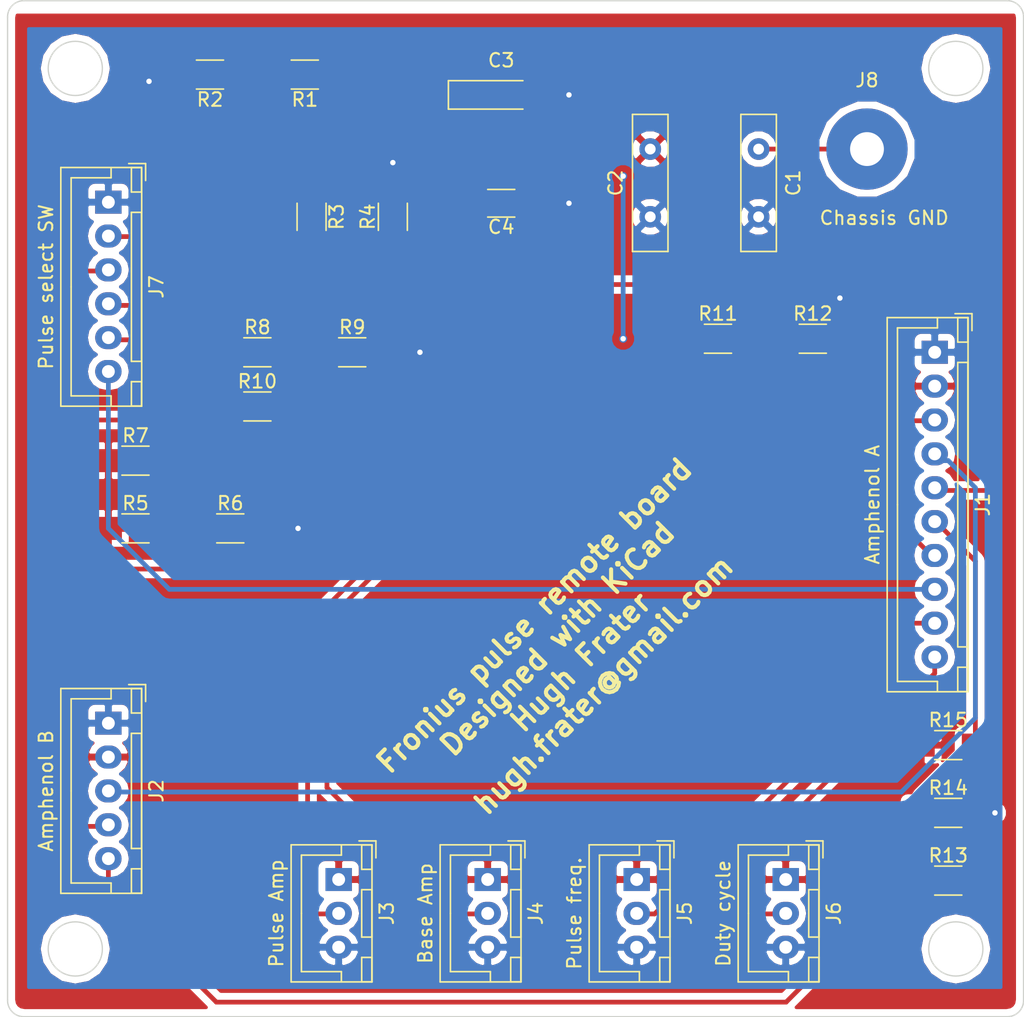
<source format=kicad_pcb>
(kicad_pcb (version 4) (host pcbnew 4.0.7-e2-6376~58~ubuntu14.04.1)

  (general
    (links 57)
    (no_connects 0)
    (area 96.508132 46.995405 171.608134 122.095407)
    (thickness 1.6)
    (drawings 13)
    (tracks 128)
    (zones 0)
    (modules 27)
    (nets 16)
  )

  (page A4)
  (layers
    (0 F.Cu mixed)
    (31 B.Cu mixed hide)
    (35 F.Paste user)
    (37 F.SilkS user)
    (38 B.Mask user)
    (39 F.Mask user)
    (44 Edge.Cuts user)
  )

  (setup
    (last_trace_width 0.35)
    (trace_clearance 0.2)
    (zone_clearance 0.508)
    (zone_45_only no)
    (trace_min 0.2)
    (segment_width 0.2)
    (edge_width 0.15)
    (via_size 0.6)
    (via_drill 0.4)
    (via_min_size 0.4)
    (via_min_drill 0.3)
    (uvia_size 0.3)
    (uvia_drill 0.1)
    (uvias_allowed no)
    (uvia_min_size 0.2)
    (uvia_min_drill 0.1)
    (pcb_text_width 0.3)
    (pcb_text_size 1.5 1.5)
    (mod_edge_width 0.15)
    (mod_text_size 1 1)
    (mod_text_width 0.15)
    (pad_size 1.7 1.7)
    (pad_drill 1)
    (pad_to_mask_clearance 0.2)
    (aux_axis_origin 0 0)
    (grid_origin 65 55)
    (visible_elements FFFFEF7F)
    (pcbplotparams
      (layerselection 0x010e8_80000001)
      (usegerberextensions false)
      (excludeedgelayer true)
      (linewidth 0.100000)
      (plotframeref true)
      (viasonmask false)
      (mode 1)
      (useauxorigin false)
      (hpglpennumber 1)
      (hpglpenspeed 20)
      (hpglpendiameter 15)
      (hpglpenoverlay 2)
      (psnegative false)
      (psa4output false)
      (plotreference true)
      (plotvalue true)
      (plotinvisibletext false)
      (padsonsilk true)
      (subtractmaskfromsilk false)
      (outputformat 1)
      (mirror false)
      (drillshape 0)
      (scaleselection 1)
      (outputdirectory Gerbers/))
  )

  (net 0 "")
  (net 1 Earth)
  (net 2 GND)
  (net 3 VCC)
  (net 4 "Net-(J1-Pad3)")
  (net 5 "Net-(J1-Pad4)")
  (net 6 "Net-(J1-Pad5)")
  (net 7 "Net-(J1-Pad6)")
  (net 8 "Net-(J1-Pad7)")
  (net 9 "Net-(J1-Pad8)")
  (net 10 "Net-(J1-Pad9)")
  (net 11 "Net-(J1-Pad10)")
  (net 12 "Net-(J7-Pad2)")
  (net 13 "Net-(J7-Pad3)")
  (net 14 "Net-(J7-Pad4)")
  (net 15 "Net-(J7-Pad5)")

  (net_class Default "This is the default net class."
    (clearance 0.2)
    (trace_width 0.35)
    (via_dia 0.6)
    (via_drill 0.4)
    (uvia_dia 0.3)
    (uvia_drill 0.1)
    (add_net Earth)
    (add_net GND)
    (add_net "Net-(J1-Pad10)")
    (add_net "Net-(J1-Pad3)")
    (add_net "Net-(J1-Pad4)")
    (add_net "Net-(J1-Pad5)")
    (add_net "Net-(J1-Pad6)")
    (add_net "Net-(J1-Pad7)")
    (add_net "Net-(J1-Pad8)")
    (add_net "Net-(J1-Pad9)")
    (add_net "Net-(J7-Pad2)")
    (add_net "Net-(J7-Pad3)")
    (add_net "Net-(J7-Pad4)")
    (add_net "Net-(J7-Pad5)")
    (add_net VCC)
  )

  (module Capacitors_ThroughHole:C_Disc_D10.0mm_W2.5mm_P5.00mm (layer F.Cu) (tedit 597BC7C2) (tstamp 5A9EF5FB)
    (at 152 58 270)
    (descr "C, Disc series, Radial, pin pitch=5.00mm, , diameter*width=10*2.5mm^2, Capacitor, http://cdn-reichelt.de/documents/datenblatt/B300/DS_KERKO_TC.pdf")
    (tags "C Disc series Radial pin pitch 5.00mm  diameter 10mm width 2.5mm Capacitor")
    (path /5A9D9517)
    (fp_text reference C1 (at 2.5 -2.56 270) (layer F.SilkS)
      (effects (font (size 1 1) (thickness 0.15)))
    )
    (fp_text value "1n 3kv" (at 2.5 2.56 270) (layer F.Fab)
      (effects (font (size 1 1) (thickness 0.15)))
    )
    (fp_line (start -2.5 -1.25) (end -2.5 1.25) (layer F.Fab) (width 0.1))
    (fp_line (start -2.5 1.25) (end 7.5 1.25) (layer F.Fab) (width 0.1))
    (fp_line (start 7.5 1.25) (end 7.5 -1.25) (layer F.Fab) (width 0.1))
    (fp_line (start 7.5 -1.25) (end -2.5 -1.25) (layer F.Fab) (width 0.1))
    (fp_line (start -2.56 -1.31) (end 7.56 -1.31) (layer F.SilkS) (width 0.12))
    (fp_line (start -2.56 1.31) (end 7.56 1.31) (layer F.SilkS) (width 0.12))
    (fp_line (start -2.56 -1.31) (end -2.56 1.31) (layer F.SilkS) (width 0.12))
    (fp_line (start 7.56 -1.31) (end 7.56 1.31) (layer F.SilkS) (width 0.12))
    (fp_line (start -2.85 -1.6) (end -2.85 1.6) (layer F.CrtYd) (width 0.05))
    (fp_line (start -2.85 1.6) (end 7.85 1.6) (layer F.CrtYd) (width 0.05))
    (fp_line (start 7.85 1.6) (end 7.85 -1.6) (layer F.CrtYd) (width 0.05))
    (fp_line (start 7.85 -1.6) (end -2.85 -1.6) (layer F.CrtYd) (width 0.05))
    (fp_text user %R (at 2.5 0 270) (layer F.Fab)
      (effects (font (size 1 1) (thickness 0.15)))
    )
    (pad 1 thru_hole circle (at 0 0 270) (size 1.6 1.6) (drill 0.8) (layers *.Cu *.Mask)
      (net 1 Earth))
    (pad 2 thru_hole circle (at 5 0 270) (size 1.6 1.6) (drill 0.8) (layers *.Cu *.Mask)
      (net 2 GND))
    (model ${KISYS3DMOD}/Capacitors_THT.3dshapes/C_Disc_D10.0mm_W2.5mm_P5.00mm.wrl
      (at (xyz 0 0 0))
      (scale (xyz 1 1 1))
      (rotate (xyz 0 0 0))
    )
  )

  (module Capacitors_ThroughHole:C_Disc_D10.0mm_W2.5mm_P5.00mm (layer F.Cu) (tedit 597BC7C2) (tstamp 5A9EF601)
    (at 144 63 90)
    (descr "C, Disc series, Radial, pin pitch=5.00mm, , diameter*width=10*2.5mm^2, Capacitor, http://cdn-reichelt.de/documents/datenblatt/B300/DS_KERKO_TC.pdf")
    (tags "C Disc series Radial pin pitch 5.00mm  diameter 10mm width 2.5mm Capacitor")
    (path /5A9D9679)
    (fp_text reference C2 (at 2.5 -2.56 90) (layer F.SilkS)
      (effects (font (size 1 1) (thickness 0.15)))
    )
    (fp_text value "2n2 3kv" (at 2.5 2.56 90) (layer F.Fab)
      (effects (font (size 1 1) (thickness 0.15)))
    )
    (fp_line (start -2.5 -1.25) (end -2.5 1.25) (layer F.Fab) (width 0.1))
    (fp_line (start -2.5 1.25) (end 7.5 1.25) (layer F.Fab) (width 0.1))
    (fp_line (start 7.5 1.25) (end 7.5 -1.25) (layer F.Fab) (width 0.1))
    (fp_line (start 7.5 -1.25) (end -2.5 -1.25) (layer F.Fab) (width 0.1))
    (fp_line (start -2.56 -1.31) (end 7.56 -1.31) (layer F.SilkS) (width 0.12))
    (fp_line (start -2.56 1.31) (end 7.56 1.31) (layer F.SilkS) (width 0.12))
    (fp_line (start -2.56 -1.31) (end -2.56 1.31) (layer F.SilkS) (width 0.12))
    (fp_line (start 7.56 -1.31) (end 7.56 1.31) (layer F.SilkS) (width 0.12))
    (fp_line (start -2.85 -1.6) (end -2.85 1.6) (layer F.CrtYd) (width 0.05))
    (fp_line (start -2.85 1.6) (end 7.85 1.6) (layer F.CrtYd) (width 0.05))
    (fp_line (start 7.85 1.6) (end 7.85 -1.6) (layer F.CrtYd) (width 0.05))
    (fp_line (start 7.85 -1.6) (end -2.85 -1.6) (layer F.CrtYd) (width 0.05))
    (fp_text user %R (at 2.5 0 90) (layer F.Fab)
      (effects (font (size 1 1) (thickness 0.15)))
    )
    (pad 1 thru_hole circle (at 0 0 90) (size 1.6 1.6) (drill 0.8) (layers *.Cu *.Mask)
      (net 2 GND))
    (pad 2 thru_hole circle (at 5 0 90) (size 1.6 1.6) (drill 0.8) (layers *.Cu *.Mask)
      (net 3 VCC))
    (model ${KISYS3DMOD}/Capacitors_THT.3dshapes/C_Disc_D10.0mm_W2.5mm_P5.00mm.wrl
      (at (xyz 0 0 0))
      (scale (xyz 1 1 1))
      (rotate (xyz 0 0 0))
    )
  )

  (module Capacitors_Tantalum_SMD:CP_Tantalum_Case-A_EIA-3216-18_Hand (layer F.Cu) (tedit 58CC8C08) (tstamp 5A9EF607)
    (at 133 54)
    (descr "Tantalum capacitor, Case A, EIA 3216-18, 3.2x1.6x1.6mm, Hand soldering footprint")
    (tags "capacitor tantalum smd")
    (path /5A9D99F3)
    (attr smd)
    (fp_text reference C3 (at 0 -2.55) (layer F.SilkS)
      (effects (font (size 1 1) (thickness 0.15)))
    )
    (fp_text value "100u 16v" (at 0 2.55) (layer F.Fab)
      (effects (font (size 1 1) (thickness 0.15)))
    )
    (fp_text user %R (at 0 0) (layer F.Fab)
      (effects (font (size 0.7 0.7) (thickness 0.105)))
    )
    (fp_line (start -4 -1.2) (end -4 1.2) (layer F.CrtYd) (width 0.05))
    (fp_line (start -4 1.2) (end 4 1.2) (layer F.CrtYd) (width 0.05))
    (fp_line (start 4 1.2) (end 4 -1.2) (layer F.CrtYd) (width 0.05))
    (fp_line (start 4 -1.2) (end -4 -1.2) (layer F.CrtYd) (width 0.05))
    (fp_line (start -1.6 -0.8) (end -1.6 0.8) (layer F.Fab) (width 0.1))
    (fp_line (start -1.6 0.8) (end 1.6 0.8) (layer F.Fab) (width 0.1))
    (fp_line (start 1.6 0.8) (end 1.6 -0.8) (layer F.Fab) (width 0.1))
    (fp_line (start 1.6 -0.8) (end -1.6 -0.8) (layer F.Fab) (width 0.1))
    (fp_line (start -1.28 -0.8) (end -1.28 0.8) (layer F.Fab) (width 0.1))
    (fp_line (start -1.12 -0.8) (end -1.12 0.8) (layer F.Fab) (width 0.1))
    (fp_line (start -3.9 -1.05) (end 1.6 -1.05) (layer F.SilkS) (width 0.12))
    (fp_line (start -3.9 1.05) (end 1.6 1.05) (layer F.SilkS) (width 0.12))
    (fp_line (start -3.9 -1.05) (end -3.9 1.05) (layer F.SilkS) (width 0.12))
    (pad 1 smd rect (at -2 0) (size 3.2 1.5) (layers F.Cu F.Paste F.Mask)
      (net 3 VCC))
    (pad 2 smd rect (at 2 0) (size 3.2 1.5) (layers F.Cu F.Paste F.Mask)
      (net 2 GND))
    (model Capacitors_Tantalum_SMD.3dshapes/CP_Tantalum_Case-A_EIA-3216-18.wrl
      (at (xyz 0 0 0))
      (scale (xyz 1 1 1))
      (rotate (xyz 0 0 0))
    )
  )

  (module Capacitors_SMD:C_1206_HandSoldering (layer F.Cu) (tedit 58AA84D1) (tstamp 5A9EF618)
    (at 133 62 180)
    (descr "Capacitor SMD 1206, hand soldering")
    (tags "capacitor 1206")
    (path /5A9E6460)
    (attr smd)
    (fp_text reference C4 (at 0 -1.75 180) (layer F.SilkS)
      (effects (font (size 1 1) (thickness 0.15)))
    )
    (fp_text value "100n 63v" (at 0 2 180) (layer F.Fab)
      (effects (font (size 1 1) (thickness 0.15)))
    )
    (fp_text user %R (at 0 -1.75 180) (layer F.Fab)
      (effects (font (size 1 1) (thickness 0.15)))
    )
    (fp_line (start -1.6 0.8) (end -1.6 -0.8) (layer F.Fab) (width 0.1))
    (fp_line (start 1.6 0.8) (end -1.6 0.8) (layer F.Fab) (width 0.1))
    (fp_line (start 1.6 -0.8) (end 1.6 0.8) (layer F.Fab) (width 0.1))
    (fp_line (start -1.6 -0.8) (end 1.6 -0.8) (layer F.Fab) (width 0.1))
    (fp_line (start 1 -1.02) (end -1 -1.02) (layer F.SilkS) (width 0.12))
    (fp_line (start -1 1.02) (end 1 1.02) (layer F.SilkS) (width 0.12))
    (fp_line (start -3.25 -1.05) (end 3.25 -1.05) (layer F.CrtYd) (width 0.05))
    (fp_line (start -3.25 -1.05) (end -3.25 1.05) (layer F.CrtYd) (width 0.05))
    (fp_line (start 3.25 1.05) (end 3.25 -1.05) (layer F.CrtYd) (width 0.05))
    (fp_line (start 3.25 1.05) (end -3.25 1.05) (layer F.CrtYd) (width 0.05))
    (pad 1 smd rect (at -2 0 180) (size 2 1.6) (layers F.Cu F.Paste F.Mask)
      (net 2 GND))
    (pad 2 smd rect (at 2 0 180) (size 2 1.6) (layers F.Cu F.Paste F.Mask)
      (net 3 VCC))
    (model Capacitors_SMD.3dshapes/C_1206.wrl
      (at (xyz 0 0 0))
      (scale (xyz 1 1 1))
      (rotate (xyz 0 0 0))
    )
  )

  (module Wire_Pads:SolderWirePad_single_2-5mmDrill (layer F.Cu) (tedit 5AA051EF) (tstamp 5A9EF65A)
    (at 160 58)
    (path /5A9D976E)
    (fp_text reference J8 (at 0 -5.08) (layer F.SilkS)
      (effects (font (size 1 1) (thickness 0.15)))
    )
    (fp_text value "Chassis GND" (at 1.27 5.08) (layer F.SilkS)
      (effects (font (size 1 1) (thickness 0.15)))
    )
    (pad 1 thru_hole circle (at 0 0) (size 5.99948 5.99948) (drill 2.49936) (layers *.Cu *.Mask)
      (net 1 Earth))
  )

  (module Resistors_SMD:R_1206_HandSoldering (layer F.Cu) (tedit 58E0A804) (tstamp 5A9EF660)
    (at 118.5 52.5 180)
    (descr "Resistor SMD 1206, hand soldering")
    (tags "resistor 1206")
    (path /5A9D9B81)
    (attr smd)
    (fp_text reference R1 (at 0 -1.85 180) (layer F.SilkS)
      (effects (font (size 1 1) (thickness 0.15)))
    )
    (fp_text value 22k1 (at 0 1.9 180) (layer F.Fab)
      (effects (font (size 1 1) (thickness 0.15)))
    )
    (fp_text user %R (at 0 0 180) (layer F.Fab)
      (effects (font (size 0.7 0.7) (thickness 0.105)))
    )
    (fp_line (start -1.6 0.8) (end -1.6 -0.8) (layer F.Fab) (width 0.1))
    (fp_line (start 1.6 0.8) (end -1.6 0.8) (layer F.Fab) (width 0.1))
    (fp_line (start 1.6 -0.8) (end 1.6 0.8) (layer F.Fab) (width 0.1))
    (fp_line (start -1.6 -0.8) (end 1.6 -0.8) (layer F.Fab) (width 0.1))
    (fp_line (start 1 1.07) (end -1 1.07) (layer F.SilkS) (width 0.12))
    (fp_line (start -1 -1.07) (end 1 -1.07) (layer F.SilkS) (width 0.12))
    (fp_line (start -3.25 -1.11) (end 3.25 -1.11) (layer F.CrtYd) (width 0.05))
    (fp_line (start -3.25 -1.11) (end -3.25 1.1) (layer F.CrtYd) (width 0.05))
    (fp_line (start 3.25 1.1) (end 3.25 -1.11) (layer F.CrtYd) (width 0.05))
    (fp_line (start 3.25 1.1) (end -3.25 1.1) (layer F.CrtYd) (width 0.05))
    (pad 1 smd rect (at -2 0 180) (size 2 1.7) (layers F.Cu F.Paste F.Mask)
      (net 3 VCC))
    (pad 2 smd rect (at 2 0 180) (size 2 1.7) (layers F.Cu F.Paste F.Mask)
      (net 12 "Net-(J7-Pad2)"))
    (model ${KISYS3DMOD}/Resistors_SMD.3dshapes/R_1206.wrl
      (at (xyz 0 0 0))
      (scale (xyz 1 1 1))
      (rotate (xyz 0 0 0))
    )
  )

  (module Resistors_SMD:R_1206_HandSoldering (layer F.Cu) (tedit 58E0A804) (tstamp 5A9EF666)
    (at 111.5 52.5 180)
    (descr "Resistor SMD 1206, hand soldering")
    (tags "resistor 1206")
    (path /5A9D9BC6)
    (attr smd)
    (fp_text reference R2 (at 0 -1.85 180) (layer F.SilkS)
      (effects (font (size 1 1) (thickness 0.15)))
    )
    (fp_text value 1k8 (at 0 1.9 180) (layer F.Fab)
      (effects (font (size 1 1) (thickness 0.15)))
    )
    (fp_text user %R (at 0 0 180) (layer F.Fab)
      (effects (font (size 0.7 0.7) (thickness 0.105)))
    )
    (fp_line (start -1.6 0.8) (end -1.6 -0.8) (layer F.Fab) (width 0.1))
    (fp_line (start 1.6 0.8) (end -1.6 0.8) (layer F.Fab) (width 0.1))
    (fp_line (start 1.6 -0.8) (end 1.6 0.8) (layer F.Fab) (width 0.1))
    (fp_line (start -1.6 -0.8) (end 1.6 -0.8) (layer F.Fab) (width 0.1))
    (fp_line (start 1 1.07) (end -1 1.07) (layer F.SilkS) (width 0.12))
    (fp_line (start -1 -1.07) (end 1 -1.07) (layer F.SilkS) (width 0.12))
    (fp_line (start -3.25 -1.11) (end 3.25 -1.11) (layer F.CrtYd) (width 0.05))
    (fp_line (start -3.25 -1.11) (end -3.25 1.1) (layer F.CrtYd) (width 0.05))
    (fp_line (start 3.25 1.1) (end 3.25 -1.11) (layer F.CrtYd) (width 0.05))
    (fp_line (start 3.25 1.1) (end -3.25 1.1) (layer F.CrtYd) (width 0.05))
    (pad 1 smd rect (at -2 0 180) (size 2 1.7) (layers F.Cu F.Paste F.Mask)
      (net 12 "Net-(J7-Pad2)"))
    (pad 2 smd rect (at 2 0 180) (size 2 1.7) (layers F.Cu F.Paste F.Mask)
      (net 2 GND))
    (model ${KISYS3DMOD}/Resistors_SMD.3dshapes/R_1206.wrl
      (at (xyz 0 0 0))
      (scale (xyz 1 1 1))
      (rotate (xyz 0 0 0))
    )
  )

  (module Resistors_SMD:R_1206_HandSoldering (layer F.Cu) (tedit 58E0A804) (tstamp 5A9EF66C)
    (at 119 63 270)
    (descr "Resistor SMD 1206, hand soldering")
    (tags "resistor 1206")
    (path /5A9D9EC4)
    (attr smd)
    (fp_text reference R3 (at 0 -1.85 270) (layer F.SilkS)
      (effects (font (size 1 1) (thickness 0.15)))
    )
    (fp_text value 10k (at 0 1.9 270) (layer F.Fab)
      (effects (font (size 1 1) (thickness 0.15)))
    )
    (fp_text user %R (at 0 0 270) (layer F.Fab)
      (effects (font (size 0.7 0.7) (thickness 0.105)))
    )
    (fp_line (start -1.6 0.8) (end -1.6 -0.8) (layer F.Fab) (width 0.1))
    (fp_line (start 1.6 0.8) (end -1.6 0.8) (layer F.Fab) (width 0.1))
    (fp_line (start 1.6 -0.8) (end 1.6 0.8) (layer F.Fab) (width 0.1))
    (fp_line (start -1.6 -0.8) (end 1.6 -0.8) (layer F.Fab) (width 0.1))
    (fp_line (start 1 1.07) (end -1 1.07) (layer F.SilkS) (width 0.12))
    (fp_line (start -1 -1.07) (end 1 -1.07) (layer F.SilkS) (width 0.12))
    (fp_line (start -3.25 -1.11) (end 3.25 -1.11) (layer F.CrtYd) (width 0.05))
    (fp_line (start -3.25 -1.11) (end -3.25 1.1) (layer F.CrtYd) (width 0.05))
    (fp_line (start 3.25 1.1) (end 3.25 -1.11) (layer F.CrtYd) (width 0.05))
    (fp_line (start 3.25 1.1) (end -3.25 1.1) (layer F.CrtYd) (width 0.05))
    (pad 1 smd rect (at -2 0 270) (size 2 1.7) (layers F.Cu F.Paste F.Mask)
      (net 3 VCC))
    (pad 2 smd rect (at 2 0 270) (size 2 1.7) (layers F.Cu F.Paste F.Mask)
      (net 14 "Net-(J7-Pad4)"))
    (model ${KISYS3DMOD}/Resistors_SMD.3dshapes/R_1206.wrl
      (at (xyz 0 0 0))
      (scale (xyz 1 1 1))
      (rotate (xyz 0 0 0))
    )
  )

  (module Resistors_SMD:R_1206_HandSoldering (layer F.Cu) (tedit 58E0A804) (tstamp 5A9EF672)
    (at 125 63 90)
    (descr "Resistor SMD 1206, hand soldering")
    (tags "resistor 1206")
    (path /5A9D9ECA)
    (attr smd)
    (fp_text reference R4 (at 0 -1.85 90) (layer F.SilkS)
      (effects (font (size 1 1) (thickness 0.15)))
    )
    (fp_text value 2k74 (at 0 1.9 90) (layer F.Fab)
      (effects (font (size 1 1) (thickness 0.15)))
    )
    (fp_text user %R (at 0 0 90) (layer F.Fab)
      (effects (font (size 0.7 0.7) (thickness 0.105)))
    )
    (fp_line (start -1.6 0.8) (end -1.6 -0.8) (layer F.Fab) (width 0.1))
    (fp_line (start 1.6 0.8) (end -1.6 0.8) (layer F.Fab) (width 0.1))
    (fp_line (start 1.6 -0.8) (end 1.6 0.8) (layer F.Fab) (width 0.1))
    (fp_line (start -1.6 -0.8) (end 1.6 -0.8) (layer F.Fab) (width 0.1))
    (fp_line (start 1 1.07) (end -1 1.07) (layer F.SilkS) (width 0.12))
    (fp_line (start -1 -1.07) (end 1 -1.07) (layer F.SilkS) (width 0.12))
    (fp_line (start -3.25 -1.11) (end 3.25 -1.11) (layer F.CrtYd) (width 0.05))
    (fp_line (start -3.25 -1.11) (end -3.25 1.1) (layer F.CrtYd) (width 0.05))
    (fp_line (start 3.25 1.1) (end 3.25 -1.11) (layer F.CrtYd) (width 0.05))
    (fp_line (start 3.25 1.1) (end -3.25 1.1) (layer F.CrtYd) (width 0.05))
    (pad 1 smd rect (at -2 0 90) (size 2 1.7) (layers F.Cu F.Paste F.Mask)
      (net 14 "Net-(J7-Pad4)"))
    (pad 2 smd rect (at 2 0 90) (size 2 1.7) (layers F.Cu F.Paste F.Mask)
      (net 2 GND))
    (model ${KISYS3DMOD}/Resistors_SMD.3dshapes/R_1206.wrl
      (at (xyz 0 0 0))
      (scale (xyz 1 1 1))
      (rotate (xyz 0 0 0))
    )
  )

  (module Resistors_SMD:R_1206_HandSoldering (layer F.Cu) (tedit 58E0A804) (tstamp 5A9EF678)
    (at 106 86)
    (descr "Resistor SMD 1206, hand soldering")
    (tags "resistor 1206")
    (path /5A9D9A78)
    (attr smd)
    (fp_text reference R5 (at 0 -1.85) (layer F.SilkS)
      (effects (font (size 1 1) (thickness 0.15)))
    )
    (fp_text value 22k1 (at 0 1.9) (layer F.Fab)
      (effects (font (size 1 1) (thickness 0.15)))
    )
    (fp_text user %R (at 0 0) (layer F.Fab)
      (effects (font (size 0.7 0.7) (thickness 0.105)))
    )
    (fp_line (start -1.6 0.8) (end -1.6 -0.8) (layer F.Fab) (width 0.1))
    (fp_line (start 1.6 0.8) (end -1.6 0.8) (layer F.Fab) (width 0.1))
    (fp_line (start 1.6 -0.8) (end 1.6 0.8) (layer F.Fab) (width 0.1))
    (fp_line (start -1.6 -0.8) (end 1.6 -0.8) (layer F.Fab) (width 0.1))
    (fp_line (start 1 1.07) (end -1 1.07) (layer F.SilkS) (width 0.12))
    (fp_line (start -1 -1.07) (end 1 -1.07) (layer F.SilkS) (width 0.12))
    (fp_line (start -3.25 -1.11) (end 3.25 -1.11) (layer F.CrtYd) (width 0.05))
    (fp_line (start -3.25 -1.11) (end -3.25 1.1) (layer F.CrtYd) (width 0.05))
    (fp_line (start 3.25 1.1) (end 3.25 -1.11) (layer F.CrtYd) (width 0.05))
    (fp_line (start 3.25 1.1) (end -3.25 1.1) (layer F.CrtYd) (width 0.05))
    (pad 1 smd rect (at -2 0) (size 2 1.7) (layers F.Cu F.Paste F.Mask)
      (net 3 VCC))
    (pad 2 smd rect (at 2 0) (size 2 1.7) (layers F.Cu F.Paste F.Mask)
      (net 13 "Net-(J7-Pad3)"))
    (model ${KISYS3DMOD}/Resistors_SMD.3dshapes/R_1206.wrl
      (at (xyz 0 0 0))
      (scale (xyz 1 1 1))
      (rotate (xyz 0 0 0))
    )
  )

  (module Resistors_SMD:R_1206_HandSoldering (layer F.Cu) (tedit 58E0A804) (tstamp 5A9EF67E)
    (at 113 86)
    (descr "Resistor SMD 1206, hand soldering")
    (tags "resistor 1206")
    (path /5A9D9AD3)
    (attr smd)
    (fp_text reference R6 (at 0 -1.85) (layer F.SilkS)
      (effects (font (size 1 1) (thickness 0.15)))
    )
    (fp_text value 1k8 (at 0 1.9) (layer F.Fab)
      (effects (font (size 1 1) (thickness 0.15)))
    )
    (fp_text user %R (at 0 0) (layer F.Fab)
      (effects (font (size 0.7 0.7) (thickness 0.105)))
    )
    (fp_line (start -1.6 0.8) (end -1.6 -0.8) (layer F.Fab) (width 0.1))
    (fp_line (start 1.6 0.8) (end -1.6 0.8) (layer F.Fab) (width 0.1))
    (fp_line (start 1.6 -0.8) (end 1.6 0.8) (layer F.Fab) (width 0.1))
    (fp_line (start -1.6 -0.8) (end 1.6 -0.8) (layer F.Fab) (width 0.1))
    (fp_line (start 1 1.07) (end -1 1.07) (layer F.SilkS) (width 0.12))
    (fp_line (start -1 -1.07) (end 1 -1.07) (layer F.SilkS) (width 0.12))
    (fp_line (start -3.25 -1.11) (end 3.25 -1.11) (layer F.CrtYd) (width 0.05))
    (fp_line (start -3.25 -1.11) (end -3.25 1.1) (layer F.CrtYd) (width 0.05))
    (fp_line (start 3.25 1.1) (end 3.25 -1.11) (layer F.CrtYd) (width 0.05))
    (fp_line (start 3.25 1.1) (end -3.25 1.1) (layer F.CrtYd) (width 0.05))
    (pad 1 smd rect (at -2 0) (size 2 1.7) (layers F.Cu F.Paste F.Mask)
      (net 13 "Net-(J7-Pad3)"))
    (pad 2 smd rect (at 2 0) (size 2 1.7) (layers F.Cu F.Paste F.Mask)
      (net 2 GND))
    (model ${KISYS3DMOD}/Resistors_SMD.3dshapes/R_1206.wrl
      (at (xyz 0 0 0))
      (scale (xyz 1 1 1))
      (rotate (xyz 0 0 0))
    )
  )

  (module Resistors_SMD:R_1206_HandSoldering (layer F.Cu) (tedit 58E0A804) (tstamp 5A9EF684)
    (at 106 81)
    (descr "Resistor SMD 1206, hand soldering")
    (tags "resistor 1206")
    (path /5A9D9B0A)
    (attr smd)
    (fp_text reference R7 (at 0 -1.85) (layer F.SilkS)
      (effects (font (size 1 1) (thickness 0.15)))
    )
    (fp_text value 17k4 (at 0 1.9) (layer F.Fab)
      (effects (font (size 1 1) (thickness 0.15)))
    )
    (fp_text user %R (at 0 0) (layer F.Fab)
      (effects (font (size 0.7 0.7) (thickness 0.105)))
    )
    (fp_line (start -1.6 0.8) (end -1.6 -0.8) (layer F.Fab) (width 0.1))
    (fp_line (start 1.6 0.8) (end -1.6 0.8) (layer F.Fab) (width 0.1))
    (fp_line (start 1.6 -0.8) (end 1.6 0.8) (layer F.Fab) (width 0.1))
    (fp_line (start -1.6 -0.8) (end 1.6 -0.8) (layer F.Fab) (width 0.1))
    (fp_line (start 1 1.07) (end -1 1.07) (layer F.SilkS) (width 0.12))
    (fp_line (start -1 -1.07) (end 1 -1.07) (layer F.SilkS) (width 0.12))
    (fp_line (start -3.25 -1.11) (end 3.25 -1.11) (layer F.CrtYd) (width 0.05))
    (fp_line (start -3.25 -1.11) (end -3.25 1.1) (layer F.CrtYd) (width 0.05))
    (fp_line (start 3.25 1.1) (end 3.25 -1.11) (layer F.CrtYd) (width 0.05))
    (fp_line (start 3.25 1.1) (end -3.25 1.1) (layer F.CrtYd) (width 0.05))
    (pad 1 smd rect (at -2 0) (size 2 1.7) (layers F.Cu F.Paste F.Mask)
      (net 3 VCC))
    (pad 2 smd rect (at 2 0) (size 2 1.7) (layers F.Cu F.Paste F.Mask)
      (net 13 "Net-(J7-Pad3)"))
    (model ${KISYS3DMOD}/Resistors_SMD.3dshapes/R_1206.wrl
      (at (xyz 0 0 0))
      (scale (xyz 1 1 1))
      (rotate (xyz 0 0 0))
    )
  )

  (module Resistors_SMD:R_1206_HandSoldering (layer F.Cu) (tedit 58E0A804) (tstamp 5A9EF68A)
    (at 115 73)
    (descr "Resistor SMD 1206, hand soldering")
    (tags "resistor 1206")
    (path /5A9D9E16)
    (attr smd)
    (fp_text reference R8 (at 0 -1.85) (layer F.SilkS)
      (effects (font (size 1 1) (thickness 0.15)))
    )
    (fp_text value 10k (at 0 1.9) (layer F.Fab)
      (effects (font (size 1 1) (thickness 0.15)))
    )
    (fp_text user %R (at 0 0) (layer F.Fab)
      (effects (font (size 0.7 0.7) (thickness 0.105)))
    )
    (fp_line (start -1.6 0.8) (end -1.6 -0.8) (layer F.Fab) (width 0.1))
    (fp_line (start 1.6 0.8) (end -1.6 0.8) (layer F.Fab) (width 0.1))
    (fp_line (start 1.6 -0.8) (end 1.6 0.8) (layer F.Fab) (width 0.1))
    (fp_line (start -1.6 -0.8) (end 1.6 -0.8) (layer F.Fab) (width 0.1))
    (fp_line (start 1 1.07) (end -1 1.07) (layer F.SilkS) (width 0.12))
    (fp_line (start -1 -1.07) (end 1 -1.07) (layer F.SilkS) (width 0.12))
    (fp_line (start -3.25 -1.11) (end 3.25 -1.11) (layer F.CrtYd) (width 0.05))
    (fp_line (start -3.25 -1.11) (end -3.25 1.1) (layer F.CrtYd) (width 0.05))
    (fp_line (start 3.25 1.1) (end 3.25 -1.11) (layer F.CrtYd) (width 0.05))
    (fp_line (start 3.25 1.1) (end -3.25 1.1) (layer F.CrtYd) (width 0.05))
    (pad 1 smd rect (at -2 0) (size 2 1.7) (layers F.Cu F.Paste F.Mask)
      (net 3 VCC))
    (pad 2 smd rect (at 2 0) (size 2 1.7) (layers F.Cu F.Paste F.Mask)
      (net 15 "Net-(J7-Pad5)"))
    (model ${KISYS3DMOD}/Resistors_SMD.3dshapes/R_1206.wrl
      (at (xyz 0 0 0))
      (scale (xyz 1 1 1))
      (rotate (xyz 0 0 0))
    )
  )

  (module Resistors_SMD:R_1206_HandSoldering (layer F.Cu) (tedit 58E0A804) (tstamp 5A9EF690)
    (at 122 73)
    (descr "Resistor SMD 1206, hand soldering")
    (tags "resistor 1206")
    (path /5A9D9E1C)
    (attr smd)
    (fp_text reference R9 (at 0 -1.85) (layer F.SilkS)
      (effects (font (size 1 1) (thickness 0.15)))
    )
    (fp_text value 2k74 (at 0 1.9) (layer F.Fab)
      (effects (font (size 1 1) (thickness 0.15)))
    )
    (fp_text user %R (at 0 0) (layer F.Fab)
      (effects (font (size 0.7 0.7) (thickness 0.105)))
    )
    (fp_line (start -1.6 0.8) (end -1.6 -0.8) (layer F.Fab) (width 0.1))
    (fp_line (start 1.6 0.8) (end -1.6 0.8) (layer F.Fab) (width 0.1))
    (fp_line (start 1.6 -0.8) (end 1.6 0.8) (layer F.Fab) (width 0.1))
    (fp_line (start -1.6 -0.8) (end 1.6 -0.8) (layer F.Fab) (width 0.1))
    (fp_line (start 1 1.07) (end -1 1.07) (layer F.SilkS) (width 0.12))
    (fp_line (start -1 -1.07) (end 1 -1.07) (layer F.SilkS) (width 0.12))
    (fp_line (start -3.25 -1.11) (end 3.25 -1.11) (layer F.CrtYd) (width 0.05))
    (fp_line (start -3.25 -1.11) (end -3.25 1.1) (layer F.CrtYd) (width 0.05))
    (fp_line (start 3.25 1.1) (end 3.25 -1.11) (layer F.CrtYd) (width 0.05))
    (fp_line (start 3.25 1.1) (end -3.25 1.1) (layer F.CrtYd) (width 0.05))
    (pad 1 smd rect (at -2 0) (size 2 1.7) (layers F.Cu F.Paste F.Mask)
      (net 15 "Net-(J7-Pad5)"))
    (pad 2 smd rect (at 2 0) (size 2 1.7) (layers F.Cu F.Paste F.Mask)
      (net 2 GND))
    (model ${KISYS3DMOD}/Resistors_SMD.3dshapes/R_1206.wrl
      (at (xyz 0 0 0))
      (scale (xyz 1 1 1))
      (rotate (xyz 0 0 0))
    )
  )

  (module Resistors_SMD:R_1206_HandSoldering (layer F.Cu) (tedit 58E0A804) (tstamp 5A9EF696)
    (at 115 77)
    (descr "Resistor SMD 1206, hand soldering")
    (tags "resistor 1206")
    (path /5A9D9E22)
    (attr smd)
    (fp_text reference R10 (at 0 -1.85) (layer F.SilkS)
      (effects (font (size 1 1) (thickness 0.15)))
    )
    (fp_text value 24k (at 0 1.9) (layer F.Fab)
      (effects (font (size 1 1) (thickness 0.15)))
    )
    (fp_text user %R (at 0 0) (layer F.Fab)
      (effects (font (size 0.7 0.7) (thickness 0.105)))
    )
    (fp_line (start -1.6 0.8) (end -1.6 -0.8) (layer F.Fab) (width 0.1))
    (fp_line (start 1.6 0.8) (end -1.6 0.8) (layer F.Fab) (width 0.1))
    (fp_line (start 1.6 -0.8) (end 1.6 0.8) (layer F.Fab) (width 0.1))
    (fp_line (start -1.6 -0.8) (end 1.6 -0.8) (layer F.Fab) (width 0.1))
    (fp_line (start 1 1.07) (end -1 1.07) (layer F.SilkS) (width 0.12))
    (fp_line (start -1 -1.07) (end 1 -1.07) (layer F.SilkS) (width 0.12))
    (fp_line (start -3.25 -1.11) (end 3.25 -1.11) (layer F.CrtYd) (width 0.05))
    (fp_line (start -3.25 -1.11) (end -3.25 1.1) (layer F.CrtYd) (width 0.05))
    (fp_line (start 3.25 1.1) (end 3.25 -1.11) (layer F.CrtYd) (width 0.05))
    (fp_line (start 3.25 1.1) (end -3.25 1.1) (layer F.CrtYd) (width 0.05))
    (pad 1 smd rect (at -2 0) (size 2 1.7) (layers F.Cu F.Paste F.Mask)
      (net 3 VCC))
    (pad 2 smd rect (at 2 0) (size 2 1.7) (layers F.Cu F.Paste F.Mask)
      (net 15 "Net-(J7-Pad5)"))
    (model ${KISYS3DMOD}/Resistors_SMD.3dshapes/R_1206.wrl
      (at (xyz 0 0 0))
      (scale (xyz 1 1 1))
      (rotate (xyz 0 0 0))
    )
  )

  (module Resistors_SMD:R_1206_HandSoldering (layer F.Cu) (tedit 58E0A804) (tstamp 5A9EF69C)
    (at 149 72)
    (descr "Resistor SMD 1206, hand soldering")
    (tags "resistor 1206")
    (path /5A9DBCCF)
    (attr smd)
    (fp_text reference R11 (at 0 -1.85) (layer F.SilkS)
      (effects (font (size 1 1) (thickness 0.15)))
    )
    (fp_text value 1k8 (at 0 1.9) (layer F.Fab)
      (effects (font (size 1 1) (thickness 0.15)))
    )
    (fp_text user %R (at 0 0) (layer F.Fab)
      (effects (font (size 0.7 0.7) (thickness 0.105)))
    )
    (fp_line (start -1.6 0.8) (end -1.6 -0.8) (layer F.Fab) (width 0.1))
    (fp_line (start 1.6 0.8) (end -1.6 0.8) (layer F.Fab) (width 0.1))
    (fp_line (start 1.6 -0.8) (end 1.6 0.8) (layer F.Fab) (width 0.1))
    (fp_line (start -1.6 -0.8) (end 1.6 -0.8) (layer F.Fab) (width 0.1))
    (fp_line (start 1 1.07) (end -1 1.07) (layer F.SilkS) (width 0.12))
    (fp_line (start -1 -1.07) (end 1 -1.07) (layer F.SilkS) (width 0.12))
    (fp_line (start -3.25 -1.11) (end 3.25 -1.11) (layer F.CrtYd) (width 0.05))
    (fp_line (start -3.25 -1.11) (end -3.25 1.1) (layer F.CrtYd) (width 0.05))
    (fp_line (start 3.25 1.1) (end 3.25 -1.11) (layer F.CrtYd) (width 0.05))
    (fp_line (start 3.25 1.1) (end -3.25 1.1) (layer F.CrtYd) (width 0.05))
    (pad 1 smd rect (at -2 0) (size 2 1.7) (layers F.Cu F.Paste F.Mask)
      (net 3 VCC))
    (pad 2 smd rect (at 2 0) (size 2 1.7) (layers F.Cu F.Paste F.Mask)
      (net 6 "Net-(J1-Pad5)"))
    (model ${KISYS3DMOD}/Resistors_SMD.3dshapes/R_1206.wrl
      (at (xyz 0 0 0))
      (scale (xyz 1 1 1))
      (rotate (xyz 0 0 0))
    )
  )

  (module Resistors_SMD:R_1206_HandSoldering (layer F.Cu) (tedit 58E0A804) (tstamp 5A9EF6A2)
    (at 156 72)
    (descr "Resistor SMD 1206, hand soldering")
    (tags "resistor 1206")
    (path /5A9DBD14)
    (attr smd)
    (fp_text reference R12 (at 0 -1.85) (layer F.SilkS)
      (effects (font (size 1 1) (thickness 0.15)))
    )
    (fp_text value 22k1 (at 0 1.9) (layer F.Fab)
      (effects (font (size 1 1) (thickness 0.15)))
    )
    (fp_text user %R (at 0 0) (layer F.Fab)
      (effects (font (size 0.7 0.7) (thickness 0.105)))
    )
    (fp_line (start -1.6 0.8) (end -1.6 -0.8) (layer F.Fab) (width 0.1))
    (fp_line (start 1.6 0.8) (end -1.6 0.8) (layer F.Fab) (width 0.1))
    (fp_line (start 1.6 -0.8) (end 1.6 0.8) (layer F.Fab) (width 0.1))
    (fp_line (start -1.6 -0.8) (end 1.6 -0.8) (layer F.Fab) (width 0.1))
    (fp_line (start 1 1.07) (end -1 1.07) (layer F.SilkS) (width 0.12))
    (fp_line (start -1 -1.07) (end 1 -1.07) (layer F.SilkS) (width 0.12))
    (fp_line (start -3.25 -1.11) (end 3.25 -1.11) (layer F.CrtYd) (width 0.05))
    (fp_line (start -3.25 -1.11) (end -3.25 1.1) (layer F.CrtYd) (width 0.05))
    (fp_line (start 3.25 1.1) (end 3.25 -1.11) (layer F.CrtYd) (width 0.05))
    (fp_line (start 3.25 1.1) (end -3.25 1.1) (layer F.CrtYd) (width 0.05))
    (pad 1 smd rect (at -2 0) (size 2 1.7) (layers F.Cu F.Paste F.Mask)
      (net 6 "Net-(J1-Pad5)"))
    (pad 2 smd rect (at 2 0) (size 2 1.7) (layers F.Cu F.Paste F.Mask)
      (net 2 GND))
    (model ${KISYS3DMOD}/Resistors_SMD.3dshapes/R_1206.wrl
      (at (xyz 0 0 0))
      (scale (xyz 1 1 1))
      (rotate (xyz 0 0 0))
    )
  )

  (module Resistors_SMD:R_1206_HandSoldering (layer F.Cu) (tedit 58E0A804) (tstamp 5A9EF6A8)
    (at 166 112)
    (descr "Resistor SMD 1206, hand soldering")
    (tags "resistor 1206")
    (path /5A9DBD69)
    (attr smd)
    (fp_text reference R13 (at 0 -1.85) (layer F.SilkS)
      (effects (font (size 1 1) (thickness 0.15)))
    )
    (fp_text value 22k1 (at 0 1.9) (layer F.Fab)
      (effects (font (size 1 1) (thickness 0.15)))
    )
    (fp_text user %R (at 0 0) (layer F.Fab)
      (effects (font (size 0.7 0.7) (thickness 0.105)))
    )
    (fp_line (start -1.6 0.8) (end -1.6 -0.8) (layer F.Fab) (width 0.1))
    (fp_line (start 1.6 0.8) (end -1.6 0.8) (layer F.Fab) (width 0.1))
    (fp_line (start 1.6 -0.8) (end 1.6 0.8) (layer F.Fab) (width 0.1))
    (fp_line (start -1.6 -0.8) (end 1.6 -0.8) (layer F.Fab) (width 0.1))
    (fp_line (start 1 1.07) (end -1 1.07) (layer F.SilkS) (width 0.12))
    (fp_line (start -1 -1.07) (end 1 -1.07) (layer F.SilkS) (width 0.12))
    (fp_line (start -3.25 -1.11) (end 3.25 -1.11) (layer F.CrtYd) (width 0.05))
    (fp_line (start -3.25 -1.11) (end -3.25 1.1) (layer F.CrtYd) (width 0.05))
    (fp_line (start 3.25 1.1) (end 3.25 -1.11) (layer F.CrtYd) (width 0.05))
    (fp_line (start 3.25 1.1) (end -3.25 1.1) (layer F.CrtYd) (width 0.05))
    (pad 1 smd rect (at -2 0) (size 2 1.7) (layers F.Cu F.Paste F.Mask)
      (net 3 VCC))
    (pad 2 smd rect (at 2 0) (size 2 1.7) (layers F.Cu F.Paste F.Mask)
      (net 7 "Net-(J1-Pad6)"))
    (model ${KISYS3DMOD}/Resistors_SMD.3dshapes/R_1206.wrl
      (at (xyz 0 0 0))
      (scale (xyz 1 1 1))
      (rotate (xyz 0 0 0))
    )
  )

  (module Resistors_SMD:R_1206_HandSoldering (layer F.Cu) (tedit 58E0A804) (tstamp 5A9EF6AE)
    (at 166 107)
    (descr "Resistor SMD 1206, hand soldering")
    (tags "resistor 1206")
    (path /5A9DBDC4)
    (attr smd)
    (fp_text reference R14 (at 0 -1.85) (layer F.SilkS)
      (effects (font (size 1 1) (thickness 0.15)))
    )
    (fp_text value 1k8 (at 0 1.9) (layer F.Fab)
      (effects (font (size 1 1) (thickness 0.15)))
    )
    (fp_text user %R (at 0 0) (layer F.Fab)
      (effects (font (size 0.7 0.7) (thickness 0.105)))
    )
    (fp_line (start -1.6 0.8) (end -1.6 -0.8) (layer F.Fab) (width 0.1))
    (fp_line (start 1.6 0.8) (end -1.6 0.8) (layer F.Fab) (width 0.1))
    (fp_line (start 1.6 -0.8) (end 1.6 0.8) (layer F.Fab) (width 0.1))
    (fp_line (start -1.6 -0.8) (end 1.6 -0.8) (layer F.Fab) (width 0.1))
    (fp_line (start 1 1.07) (end -1 1.07) (layer F.SilkS) (width 0.12))
    (fp_line (start -1 -1.07) (end 1 -1.07) (layer F.SilkS) (width 0.12))
    (fp_line (start -3.25 -1.11) (end 3.25 -1.11) (layer F.CrtYd) (width 0.05))
    (fp_line (start -3.25 -1.11) (end -3.25 1.1) (layer F.CrtYd) (width 0.05))
    (fp_line (start 3.25 1.1) (end 3.25 -1.11) (layer F.CrtYd) (width 0.05))
    (fp_line (start 3.25 1.1) (end -3.25 1.1) (layer F.CrtYd) (width 0.05))
    (pad 1 smd rect (at -2 0) (size 2 1.7) (layers F.Cu F.Paste F.Mask)
      (net 7 "Net-(J1-Pad6)"))
    (pad 2 smd rect (at 2 0) (size 2 1.7) (layers F.Cu F.Paste F.Mask)
      (net 2 GND))
    (model ${KISYS3DMOD}/Resistors_SMD.3dshapes/R_1206.wrl
      (at (xyz 0 0 0))
      (scale (xyz 1 1 1))
      (rotate (xyz 0 0 0))
    )
  )

  (module Resistors_SMD:R_1206_HandSoldering (layer F.Cu) (tedit 58E0A804) (tstamp 5A9EF6B4)
    (at 166 102)
    (descr "Resistor SMD 1206, hand soldering")
    (tags "resistor 1206")
    (path /5A9DBE11)
    (attr smd)
    (fp_text reference R15 (at 0 -1.85) (layer F.SilkS)
      (effects (font (size 1 1) (thickness 0.15)))
    )
    (fp_text value 17k4 (at 0 1.9) (layer F.Fab)
      (effects (font (size 1 1) (thickness 0.15)))
    )
    (fp_text user %R (at 0 0) (layer F.Fab)
      (effects (font (size 0.7 0.7) (thickness 0.105)))
    )
    (fp_line (start -1.6 0.8) (end -1.6 -0.8) (layer F.Fab) (width 0.1))
    (fp_line (start 1.6 0.8) (end -1.6 0.8) (layer F.Fab) (width 0.1))
    (fp_line (start 1.6 -0.8) (end 1.6 0.8) (layer F.Fab) (width 0.1))
    (fp_line (start -1.6 -0.8) (end 1.6 -0.8) (layer F.Fab) (width 0.1))
    (fp_line (start 1 1.07) (end -1 1.07) (layer F.SilkS) (width 0.12))
    (fp_line (start -1 -1.07) (end 1 -1.07) (layer F.SilkS) (width 0.12))
    (fp_line (start -3.25 -1.11) (end 3.25 -1.11) (layer F.CrtYd) (width 0.05))
    (fp_line (start -3.25 -1.11) (end -3.25 1.1) (layer F.CrtYd) (width 0.05))
    (fp_line (start 3.25 1.1) (end 3.25 -1.11) (layer F.CrtYd) (width 0.05))
    (fp_line (start 3.25 1.1) (end -3.25 1.1) (layer F.CrtYd) (width 0.05))
    (pad 1 smd rect (at -2 0) (size 2 1.7) (layers F.Cu F.Paste F.Mask)
      (net 3 VCC))
    (pad 2 smd rect (at 2 0) (size 2 1.7) (layers F.Cu F.Paste F.Mask)
      (net 7 "Net-(J1-Pad6)"))
    (model ${KISYS3DMOD}/Resistors_SMD.3dshapes/R_1206.wrl
      (at (xyz 0 0 0))
      (scale (xyz 1 1 1))
      (rotate (xyz 0 0 0))
    )
  )

  (module Connector_JST:JST_XH_B05B-XH-A_1x05_P2.50mm_Vertical (layer F.Cu) (tedit 5AA05C85) (tstamp 5A9EF62F)
    (at 104 100.38 270)
    (descr "JST XH series connector, B05B-XH-A (http://www.jst-mfg.com/product/pdf/eng/eXH.pdf), generated with kicad-footprint-generator")
    (tags "connector JST XH side entry")
    (path /5A9D79AF)
    (fp_text reference J2 (at 5 -3.55 270) (layer F.SilkS)
      (effects (font (size 1 1) (thickness 0.15)))
    )
    (fp_text value "Amphenol B" (at 5 4.6 270) (layer F.SilkS)
      (effects (font (size 1 1) (thickness 0.15)))
    )
    (fp_line (start -2.45 -2.35) (end -2.45 3.4) (layer F.Fab) (width 0.1))
    (fp_line (start -2.45 3.4) (end 12.45 3.4) (layer F.Fab) (width 0.1))
    (fp_line (start 12.45 3.4) (end 12.45 -2.35) (layer F.Fab) (width 0.1))
    (fp_line (start 12.45 -2.35) (end -2.45 -2.35) (layer F.Fab) (width 0.1))
    (fp_line (start -2.56 -2.46) (end -2.56 3.51) (layer F.SilkS) (width 0.12))
    (fp_line (start -2.56 3.51) (end 12.56 3.51) (layer F.SilkS) (width 0.12))
    (fp_line (start 12.56 3.51) (end 12.56 -2.46) (layer F.SilkS) (width 0.12))
    (fp_line (start 12.56 -2.46) (end -2.56 -2.46) (layer F.SilkS) (width 0.12))
    (fp_line (start -2.95 -2.85) (end -2.95 3.9) (layer F.CrtYd) (width 0.05))
    (fp_line (start -2.95 3.9) (end 12.95 3.9) (layer F.CrtYd) (width 0.05))
    (fp_line (start 12.95 3.9) (end 12.95 -2.85) (layer F.CrtYd) (width 0.05))
    (fp_line (start 12.95 -2.85) (end -2.95 -2.85) (layer F.CrtYd) (width 0.05))
    (fp_line (start -0.625 -2.35) (end 0 -1.35) (layer F.Fab) (width 0.1))
    (fp_line (start 0 -1.35) (end 0.625 -2.35) (layer F.Fab) (width 0.1))
    (fp_line (start 0.75 -2.45) (end 0.75 -1.7) (layer F.SilkS) (width 0.12))
    (fp_line (start 0.75 -1.7) (end 9.25 -1.7) (layer F.SilkS) (width 0.12))
    (fp_line (start 9.25 -1.7) (end 9.25 -2.45) (layer F.SilkS) (width 0.12))
    (fp_line (start 9.25 -2.45) (end 0.75 -2.45) (layer F.SilkS) (width 0.12))
    (fp_line (start -2.55 -2.45) (end -2.55 -1.7) (layer F.SilkS) (width 0.12))
    (fp_line (start -2.55 -1.7) (end -0.75 -1.7) (layer F.SilkS) (width 0.12))
    (fp_line (start -0.75 -1.7) (end -0.75 -2.45) (layer F.SilkS) (width 0.12))
    (fp_line (start -0.75 -2.45) (end -2.55 -2.45) (layer F.SilkS) (width 0.12))
    (fp_line (start 10.75 -2.45) (end 10.75 -1.7) (layer F.SilkS) (width 0.12))
    (fp_line (start 10.75 -1.7) (end 12.55 -1.7) (layer F.SilkS) (width 0.12))
    (fp_line (start 12.55 -1.7) (end 12.55 -2.45) (layer F.SilkS) (width 0.12))
    (fp_line (start 12.55 -2.45) (end 10.75 -2.45) (layer F.SilkS) (width 0.12))
    (fp_line (start -2.55 -0.2) (end -1.8 -0.2) (layer F.SilkS) (width 0.12))
    (fp_line (start -1.8 -0.2) (end -1.8 2.75) (layer F.SilkS) (width 0.12))
    (fp_line (start -1.8 2.75) (end 5 2.75) (layer F.SilkS) (width 0.12))
    (fp_line (start 12.55 -0.2) (end 11.8 -0.2) (layer F.SilkS) (width 0.12))
    (fp_line (start 11.8 -0.2) (end 11.8 2.75) (layer F.SilkS) (width 0.12))
    (fp_line (start 11.8 2.75) (end 5 2.75) (layer F.SilkS) (width 0.12))
    (fp_line (start -1.6 -2.75) (end -2.85 -2.75) (layer F.SilkS) (width 0.12))
    (fp_line (start -2.85 -2.75) (end -2.85 -1.5) (layer F.SilkS) (width 0.12))
    (fp_text user %R (at 5 2.7 270) (layer F.Fab)
      (effects (font (size 1 1) (thickness 0.15)))
    )
    (pad 1 thru_hole rect (at 0 0 270) (size 1.7 1.95) (drill 0.95) (layers *.Cu *.Mask)
      (net 2 GND))
    (pad 2 thru_hole oval (at 2.5 0 270) (size 1.7 1.95) (drill 0.95) (layers *.Cu *.Mask)
      (net 3 VCC))
    (pad 3 thru_hole oval (at 5 0 270) (size 1.7 1.95) (drill 0.95) (layers *.Cu *.Mask)
      (net 5 "Net-(J1-Pad4)"))
    (pad 4 thru_hole oval (at 7.5 0 270) (size 1.7 1.95) (drill 0.95) (layers *.Cu *.Mask)
      (net 6 "Net-(J1-Pad5)"))
    (pad 5 thru_hole oval (at 10 0 270) (size 1.7 1.95) (drill 0.95) (layers *.Cu *.Mask)
      (net 7 "Net-(J1-Pad6)"))
    (model ${KISYS3DMOD}/Connector_JST.3dshapes/JST_XH_B05B-XH-A_1x05_P2.50mm_Vertical.wrl
      (at (xyz 0 0 0))
      (scale (xyz 1 1 1))
      (rotate (xyz 0 0 0))
    )
  )

  (module Connector_JST:JST_XH_B03B-XH-A_1x03_P2.50mm_Vertical (layer F.Cu) (tedit 5AA05CD9) (tstamp 5A9EF636)
    (at 121 111.92 270)
    (descr "JST XH series connector, B03B-XH-A (http://www.jst-mfg.com/product/pdf/eng/eXH.pdf), generated with kicad-footprint-generator")
    (tags "connector JST XH side entry")
    (path /5A9D83D0)
    (fp_text reference J3 (at 2.5 -3.55 270) (layer F.SilkS)
      (effects (font (size 1 1) (thickness 0.15)))
    )
    (fp_text value "Pulse Amp" (at 2.5 4.6 270) (layer F.SilkS)
      (effects (font (size 1 1) (thickness 0.15)))
    )
    (fp_line (start -2.45 -2.35) (end -2.45 3.4) (layer F.Fab) (width 0.1))
    (fp_line (start -2.45 3.4) (end 7.45 3.4) (layer F.Fab) (width 0.1))
    (fp_line (start 7.45 3.4) (end 7.45 -2.35) (layer F.Fab) (width 0.1))
    (fp_line (start 7.45 -2.35) (end -2.45 -2.35) (layer F.Fab) (width 0.1))
    (fp_line (start -2.56 -2.46) (end -2.56 3.51) (layer F.SilkS) (width 0.12))
    (fp_line (start -2.56 3.51) (end 7.56 3.51) (layer F.SilkS) (width 0.12))
    (fp_line (start 7.56 3.51) (end 7.56 -2.46) (layer F.SilkS) (width 0.12))
    (fp_line (start 7.56 -2.46) (end -2.56 -2.46) (layer F.SilkS) (width 0.12))
    (fp_line (start -2.95 -2.85) (end -2.95 3.9) (layer F.CrtYd) (width 0.05))
    (fp_line (start -2.95 3.9) (end 7.95 3.9) (layer F.CrtYd) (width 0.05))
    (fp_line (start 7.95 3.9) (end 7.95 -2.85) (layer F.CrtYd) (width 0.05))
    (fp_line (start 7.95 -2.85) (end -2.95 -2.85) (layer F.CrtYd) (width 0.05))
    (fp_line (start -0.625 -2.35) (end 0 -1.35) (layer F.Fab) (width 0.1))
    (fp_line (start 0 -1.35) (end 0.625 -2.35) (layer F.Fab) (width 0.1))
    (fp_line (start 0.75 -2.45) (end 0.75 -1.7) (layer F.SilkS) (width 0.12))
    (fp_line (start 0.75 -1.7) (end 4.25 -1.7) (layer F.SilkS) (width 0.12))
    (fp_line (start 4.25 -1.7) (end 4.25 -2.45) (layer F.SilkS) (width 0.12))
    (fp_line (start 4.25 -2.45) (end 0.75 -2.45) (layer F.SilkS) (width 0.12))
    (fp_line (start -2.55 -2.45) (end -2.55 -1.7) (layer F.SilkS) (width 0.12))
    (fp_line (start -2.55 -1.7) (end -0.75 -1.7) (layer F.SilkS) (width 0.12))
    (fp_line (start -0.75 -1.7) (end -0.75 -2.45) (layer F.SilkS) (width 0.12))
    (fp_line (start -0.75 -2.45) (end -2.55 -2.45) (layer F.SilkS) (width 0.12))
    (fp_line (start 5.75 -2.45) (end 5.75 -1.7) (layer F.SilkS) (width 0.12))
    (fp_line (start 5.75 -1.7) (end 7.55 -1.7) (layer F.SilkS) (width 0.12))
    (fp_line (start 7.55 -1.7) (end 7.55 -2.45) (layer F.SilkS) (width 0.12))
    (fp_line (start 7.55 -2.45) (end 5.75 -2.45) (layer F.SilkS) (width 0.12))
    (fp_line (start -2.55 -0.2) (end -1.8 -0.2) (layer F.SilkS) (width 0.12))
    (fp_line (start -1.8 -0.2) (end -1.8 2.75) (layer F.SilkS) (width 0.12))
    (fp_line (start -1.8 2.75) (end 2.5 2.75) (layer F.SilkS) (width 0.12))
    (fp_line (start 7.55 -0.2) (end 6.8 -0.2) (layer F.SilkS) (width 0.12))
    (fp_line (start 6.8 -0.2) (end 6.8 2.75) (layer F.SilkS) (width 0.12))
    (fp_line (start 6.8 2.75) (end 2.5 2.75) (layer F.SilkS) (width 0.12))
    (fp_line (start -1.6 -2.75) (end -2.85 -2.75) (layer F.SilkS) (width 0.12))
    (fp_line (start -2.85 -2.75) (end -2.85 -1.5) (layer F.SilkS) (width 0.12))
    (fp_text user %R (at 2.5 2.7 270) (layer F.Fab)
      (effects (font (size 1 1) (thickness 0.15)))
    )
    (pad 1 thru_hole rect (at 0 0 270) (size 1.7 1.95) (drill 0.95) (layers *.Cu *.Mask)
      (net 3 VCC))
    (pad 2 thru_hole oval (at 2.5 0 270) (size 1.7 1.95) (drill 0.95) (layers *.Cu *.Mask)
      (net 4 "Net-(J1-Pad3)"))
    (pad 3 thru_hole oval (at 5 0 270) (size 1.7 1.95) (drill 0.95) (layers *.Cu *.Mask)
      (net 2 GND))
    (model ${KISYS3DMOD}/Connector_JST.3dshapes/JST_XH_B03B-XH-A_1x03_P2.50mm_Vertical.wrl
      (at (xyz 0 0 0))
      (scale (xyz 1 1 1))
      (rotate (xyz 0 0 0))
    )
  )

  (module Connector_JST:JST_XH_B03B-XH-A_1x03_P2.50mm_Vertical (layer F.Cu) (tedit 5AA05D16) (tstamp 5A9EF63D)
    (at 132 111.92 270)
    (descr "JST XH series connector, B03B-XH-A (http://www.jst-mfg.com/product/pdf/eng/eXH.pdf), generated with kicad-footprint-generator")
    (tags "connector JST XH side entry")
    (path /5A9D8457)
    (fp_text reference J4 (at 2.5 -3.55 270) (layer F.SilkS)
      (effects (font (size 1 1) (thickness 0.15)))
    )
    (fp_text value "Base Amp" (at 2.5 4.6 270) (layer F.SilkS)
      (effects (font (size 1 1) (thickness 0.15)))
    )
    (fp_line (start -2.45 -2.35) (end -2.45 3.4) (layer F.Fab) (width 0.1))
    (fp_line (start -2.45 3.4) (end 7.45 3.4) (layer F.Fab) (width 0.1))
    (fp_line (start 7.45 3.4) (end 7.45 -2.35) (layer F.Fab) (width 0.1))
    (fp_line (start 7.45 -2.35) (end -2.45 -2.35) (layer F.Fab) (width 0.1))
    (fp_line (start -2.56 -2.46) (end -2.56 3.51) (layer F.SilkS) (width 0.12))
    (fp_line (start -2.56 3.51) (end 7.56 3.51) (layer F.SilkS) (width 0.12))
    (fp_line (start 7.56 3.51) (end 7.56 -2.46) (layer F.SilkS) (width 0.12))
    (fp_line (start 7.56 -2.46) (end -2.56 -2.46) (layer F.SilkS) (width 0.12))
    (fp_line (start -2.95 -2.85) (end -2.95 3.9) (layer F.CrtYd) (width 0.05))
    (fp_line (start -2.95 3.9) (end 7.95 3.9) (layer F.CrtYd) (width 0.05))
    (fp_line (start 7.95 3.9) (end 7.95 -2.85) (layer F.CrtYd) (width 0.05))
    (fp_line (start 7.95 -2.85) (end -2.95 -2.85) (layer F.CrtYd) (width 0.05))
    (fp_line (start -0.625 -2.35) (end 0 -1.35) (layer F.Fab) (width 0.1))
    (fp_line (start 0 -1.35) (end 0.625 -2.35) (layer F.Fab) (width 0.1))
    (fp_line (start 0.75 -2.45) (end 0.75 -1.7) (layer F.SilkS) (width 0.12))
    (fp_line (start 0.75 -1.7) (end 4.25 -1.7) (layer F.SilkS) (width 0.12))
    (fp_line (start 4.25 -1.7) (end 4.25 -2.45) (layer F.SilkS) (width 0.12))
    (fp_line (start 4.25 -2.45) (end 0.75 -2.45) (layer F.SilkS) (width 0.12))
    (fp_line (start -2.55 -2.45) (end -2.55 -1.7) (layer F.SilkS) (width 0.12))
    (fp_line (start -2.55 -1.7) (end -0.75 -1.7) (layer F.SilkS) (width 0.12))
    (fp_line (start -0.75 -1.7) (end -0.75 -2.45) (layer F.SilkS) (width 0.12))
    (fp_line (start -0.75 -2.45) (end -2.55 -2.45) (layer F.SilkS) (width 0.12))
    (fp_line (start 5.75 -2.45) (end 5.75 -1.7) (layer F.SilkS) (width 0.12))
    (fp_line (start 5.75 -1.7) (end 7.55 -1.7) (layer F.SilkS) (width 0.12))
    (fp_line (start 7.55 -1.7) (end 7.55 -2.45) (layer F.SilkS) (width 0.12))
    (fp_line (start 7.55 -2.45) (end 5.75 -2.45) (layer F.SilkS) (width 0.12))
    (fp_line (start -2.55 -0.2) (end -1.8 -0.2) (layer F.SilkS) (width 0.12))
    (fp_line (start -1.8 -0.2) (end -1.8 2.75) (layer F.SilkS) (width 0.12))
    (fp_line (start -1.8 2.75) (end 2.5 2.75) (layer F.SilkS) (width 0.12))
    (fp_line (start 7.55 -0.2) (end 6.8 -0.2) (layer F.SilkS) (width 0.12))
    (fp_line (start 6.8 -0.2) (end 6.8 2.75) (layer F.SilkS) (width 0.12))
    (fp_line (start 6.8 2.75) (end 2.5 2.75) (layer F.SilkS) (width 0.12))
    (fp_line (start -1.6 -2.75) (end -2.85 -2.75) (layer F.SilkS) (width 0.12))
    (fp_line (start -2.85 -2.75) (end -2.85 -1.5) (layer F.SilkS) (width 0.12))
    (fp_text user %R (at 2.5 2.7 270) (layer F.Fab)
      (effects (font (size 1 1) (thickness 0.15)))
    )
    (pad 1 thru_hole rect (at 0 0 270) (size 1.7 1.95) (drill 0.95) (layers *.Cu *.Mask)
      (net 3 VCC))
    (pad 2 thru_hole oval (at 2.5 0 270) (size 1.7 1.95) (drill 0.95) (layers *.Cu *.Mask)
      (net 8 "Net-(J1-Pad7)"))
    (pad 3 thru_hole oval (at 5 0 270) (size 1.7 1.95) (drill 0.95) (layers *.Cu *.Mask)
      (net 2 GND))
    (model ${KISYS3DMOD}/Connector_JST.3dshapes/JST_XH_B03B-XH-A_1x03_P2.50mm_Vertical.wrl
      (at (xyz 0 0 0))
      (scale (xyz 1 1 1))
      (rotate (xyz 0 0 0))
    )
  )

  (module Connector_JST:JST_XH_B03B-XH-A_1x03_P2.50mm_Vertical (layer F.Cu) (tedit 5AA05D4E) (tstamp 5A9EF644)
    (at 143 111.92 270)
    (descr "JST XH series connector, B03B-XH-A (http://www.jst-mfg.com/product/pdf/eng/eXH.pdf), generated with kicad-footprint-generator")
    (tags "connector JST XH side entry")
    (path /5A9D8484)
    (fp_text reference J5 (at 2.5 -3.55 270) (layer F.SilkS)
      (effects (font (size 1 1) (thickness 0.15)))
    )
    (fp_text value "Pulse freq." (at 2.5 4.6 270) (layer F.SilkS)
      (effects (font (size 1 1) (thickness 0.15)))
    )
    (fp_line (start -2.45 -2.35) (end -2.45 3.4) (layer F.Fab) (width 0.1))
    (fp_line (start -2.45 3.4) (end 7.45 3.4) (layer F.Fab) (width 0.1))
    (fp_line (start 7.45 3.4) (end 7.45 -2.35) (layer F.Fab) (width 0.1))
    (fp_line (start 7.45 -2.35) (end -2.45 -2.35) (layer F.Fab) (width 0.1))
    (fp_line (start -2.56 -2.46) (end -2.56 3.51) (layer F.SilkS) (width 0.12))
    (fp_line (start -2.56 3.51) (end 7.56 3.51) (layer F.SilkS) (width 0.12))
    (fp_line (start 7.56 3.51) (end 7.56 -2.46) (layer F.SilkS) (width 0.12))
    (fp_line (start 7.56 -2.46) (end -2.56 -2.46) (layer F.SilkS) (width 0.12))
    (fp_line (start -2.95 -2.85) (end -2.95 3.9) (layer F.CrtYd) (width 0.05))
    (fp_line (start -2.95 3.9) (end 7.95 3.9) (layer F.CrtYd) (width 0.05))
    (fp_line (start 7.95 3.9) (end 7.95 -2.85) (layer F.CrtYd) (width 0.05))
    (fp_line (start 7.95 -2.85) (end -2.95 -2.85) (layer F.CrtYd) (width 0.05))
    (fp_line (start -0.625 -2.35) (end 0 -1.35) (layer F.Fab) (width 0.1))
    (fp_line (start 0 -1.35) (end 0.625 -2.35) (layer F.Fab) (width 0.1))
    (fp_line (start 0.75 -2.45) (end 0.75 -1.7) (layer F.SilkS) (width 0.12))
    (fp_line (start 0.75 -1.7) (end 4.25 -1.7) (layer F.SilkS) (width 0.12))
    (fp_line (start 4.25 -1.7) (end 4.25 -2.45) (layer F.SilkS) (width 0.12))
    (fp_line (start 4.25 -2.45) (end 0.75 -2.45) (layer F.SilkS) (width 0.12))
    (fp_line (start -2.55 -2.45) (end -2.55 -1.7) (layer F.SilkS) (width 0.12))
    (fp_line (start -2.55 -1.7) (end -0.75 -1.7) (layer F.SilkS) (width 0.12))
    (fp_line (start -0.75 -1.7) (end -0.75 -2.45) (layer F.SilkS) (width 0.12))
    (fp_line (start -0.75 -2.45) (end -2.55 -2.45) (layer F.SilkS) (width 0.12))
    (fp_line (start 5.75 -2.45) (end 5.75 -1.7) (layer F.SilkS) (width 0.12))
    (fp_line (start 5.75 -1.7) (end 7.55 -1.7) (layer F.SilkS) (width 0.12))
    (fp_line (start 7.55 -1.7) (end 7.55 -2.45) (layer F.SilkS) (width 0.12))
    (fp_line (start 7.55 -2.45) (end 5.75 -2.45) (layer F.SilkS) (width 0.12))
    (fp_line (start -2.55 -0.2) (end -1.8 -0.2) (layer F.SilkS) (width 0.12))
    (fp_line (start -1.8 -0.2) (end -1.8 2.75) (layer F.SilkS) (width 0.12))
    (fp_line (start -1.8 2.75) (end 2.5 2.75) (layer F.SilkS) (width 0.12))
    (fp_line (start 7.55 -0.2) (end 6.8 -0.2) (layer F.SilkS) (width 0.12))
    (fp_line (start 6.8 -0.2) (end 6.8 2.75) (layer F.SilkS) (width 0.12))
    (fp_line (start 6.8 2.75) (end 2.5 2.75) (layer F.SilkS) (width 0.12))
    (fp_line (start -1.6 -2.75) (end -2.85 -2.75) (layer F.SilkS) (width 0.12))
    (fp_line (start -2.85 -2.75) (end -2.85 -1.5) (layer F.SilkS) (width 0.12))
    (fp_text user %R (at 2.5 2.7 270) (layer F.Fab)
      (effects (font (size 1 1) (thickness 0.15)))
    )
    (pad 1 thru_hole rect (at 0 0 270) (size 1.7 1.95) (drill 0.95) (layers *.Cu *.Mask)
      (net 3 VCC))
    (pad 2 thru_hole oval (at 2.5 0 270) (size 1.7 1.95) (drill 0.95) (layers *.Cu *.Mask)
      (net 10 "Net-(J1-Pad9)"))
    (pad 3 thru_hole oval (at 5 0 270) (size 1.7 1.95) (drill 0.95) (layers *.Cu *.Mask)
      (net 2 GND))
    (model ${KISYS3DMOD}/Connector_JST.3dshapes/JST_XH_B03B-XH-A_1x03_P2.50mm_Vertical.wrl
      (at (xyz 0 0 0))
      (scale (xyz 1 1 1))
      (rotate (xyz 0 0 0))
    )
  )

  (module Connector_JST:JST_XH_B03B-XH-A_1x03_P2.50mm_Vertical (layer F.Cu) (tedit 5AA05D81) (tstamp 5A9EF64B)
    (at 154 111.92 270)
    (descr "JST XH series connector, B03B-XH-A (http://www.jst-mfg.com/product/pdf/eng/eXH.pdf), generated with kicad-footprint-generator")
    (tags "connector JST XH side entry")
    (path /5A9D84B7)
    (fp_text reference J6 (at 2.5 -3.55 270) (layer F.SilkS)
      (effects (font (size 1 1) (thickness 0.15)))
    )
    (fp_text value "Duty cycle" (at 2.5 4.6 270) (layer F.SilkS)
      (effects (font (size 1 1) (thickness 0.15)))
    )
    (fp_line (start -2.45 -2.35) (end -2.45 3.4) (layer F.Fab) (width 0.1))
    (fp_line (start -2.45 3.4) (end 7.45 3.4) (layer F.Fab) (width 0.1))
    (fp_line (start 7.45 3.4) (end 7.45 -2.35) (layer F.Fab) (width 0.1))
    (fp_line (start 7.45 -2.35) (end -2.45 -2.35) (layer F.Fab) (width 0.1))
    (fp_line (start -2.56 -2.46) (end -2.56 3.51) (layer F.SilkS) (width 0.12))
    (fp_line (start -2.56 3.51) (end 7.56 3.51) (layer F.SilkS) (width 0.12))
    (fp_line (start 7.56 3.51) (end 7.56 -2.46) (layer F.SilkS) (width 0.12))
    (fp_line (start 7.56 -2.46) (end -2.56 -2.46) (layer F.SilkS) (width 0.12))
    (fp_line (start -2.95 -2.85) (end -2.95 3.9) (layer F.CrtYd) (width 0.05))
    (fp_line (start -2.95 3.9) (end 7.95 3.9) (layer F.CrtYd) (width 0.05))
    (fp_line (start 7.95 3.9) (end 7.95 -2.85) (layer F.CrtYd) (width 0.05))
    (fp_line (start 7.95 -2.85) (end -2.95 -2.85) (layer F.CrtYd) (width 0.05))
    (fp_line (start -0.625 -2.35) (end 0 -1.35) (layer F.Fab) (width 0.1))
    (fp_line (start 0 -1.35) (end 0.625 -2.35) (layer F.Fab) (width 0.1))
    (fp_line (start 0.75 -2.45) (end 0.75 -1.7) (layer F.SilkS) (width 0.12))
    (fp_line (start 0.75 -1.7) (end 4.25 -1.7) (layer F.SilkS) (width 0.12))
    (fp_line (start 4.25 -1.7) (end 4.25 -2.45) (layer F.SilkS) (width 0.12))
    (fp_line (start 4.25 -2.45) (end 0.75 -2.45) (layer F.SilkS) (width 0.12))
    (fp_line (start -2.55 -2.45) (end -2.55 -1.7) (layer F.SilkS) (width 0.12))
    (fp_line (start -2.55 -1.7) (end -0.75 -1.7) (layer F.SilkS) (width 0.12))
    (fp_line (start -0.75 -1.7) (end -0.75 -2.45) (layer F.SilkS) (width 0.12))
    (fp_line (start -0.75 -2.45) (end -2.55 -2.45) (layer F.SilkS) (width 0.12))
    (fp_line (start 5.75 -2.45) (end 5.75 -1.7) (layer F.SilkS) (width 0.12))
    (fp_line (start 5.75 -1.7) (end 7.55 -1.7) (layer F.SilkS) (width 0.12))
    (fp_line (start 7.55 -1.7) (end 7.55 -2.45) (layer F.SilkS) (width 0.12))
    (fp_line (start 7.55 -2.45) (end 5.75 -2.45) (layer F.SilkS) (width 0.12))
    (fp_line (start -2.55 -0.2) (end -1.8 -0.2) (layer F.SilkS) (width 0.12))
    (fp_line (start -1.8 -0.2) (end -1.8 2.75) (layer F.SilkS) (width 0.12))
    (fp_line (start -1.8 2.75) (end 2.5 2.75) (layer F.SilkS) (width 0.12))
    (fp_line (start 7.55 -0.2) (end 6.8 -0.2) (layer F.SilkS) (width 0.12))
    (fp_line (start 6.8 -0.2) (end 6.8 2.75) (layer F.SilkS) (width 0.12))
    (fp_line (start 6.8 2.75) (end 2.5 2.75) (layer F.SilkS) (width 0.12))
    (fp_line (start -1.6 -2.75) (end -2.85 -2.75) (layer F.SilkS) (width 0.12))
    (fp_line (start -2.85 -2.75) (end -2.85 -1.5) (layer F.SilkS) (width 0.12))
    (fp_text user %R (at 2.5 2.7 270) (layer F.Fab)
      (effects (font (size 1 1) (thickness 0.15)))
    )
    (pad 1 thru_hole rect (at 0 0 270) (size 1.7 1.95) (drill 0.95) (layers *.Cu *.Mask)
      (net 3 VCC))
    (pad 2 thru_hole oval (at 2.5 0 270) (size 1.7 1.95) (drill 0.95) (layers *.Cu *.Mask)
      (net 11 "Net-(J1-Pad10)"))
    (pad 3 thru_hole oval (at 5 0 270) (size 1.7 1.95) (drill 0.95) (layers *.Cu *.Mask)
      (net 2 GND))
    (model ${KISYS3DMOD}/Connector_JST.3dshapes/JST_XH_B03B-XH-A_1x03_P2.50mm_Vertical.wrl
      (at (xyz 0 0 0))
      (scale (xyz 1 1 1))
      (rotate (xyz 0 0 0))
    )
  )

  (module Connector_JST:JST_XH_B10B-XH-A_1x10_P2.50mm_Vertical (layer F.Cu) (tedit 5AA05DD0) (tstamp 5A9EF626)
    (at 165 73 270)
    (descr "JST XH series connector, B10B-XH-A (http://www.jst-mfg.com/product/pdf/eng/eXH.pdf), generated with kicad-footprint-generator")
    (tags "connector JST XH side entry")
    (path /5A9D74D8)
    (fp_text reference J1 (at 11.25 -3.55 270) (layer F.SilkS)
      (effects (font (size 1 1) (thickness 0.15)))
    )
    (fp_text value "Amphenol A" (at 11.25 4.6 270) (layer F.SilkS)
      (effects (font (size 1 1) (thickness 0.15)))
    )
    (fp_line (start -2.45 -2.35) (end -2.45 3.4) (layer F.Fab) (width 0.1))
    (fp_line (start -2.45 3.4) (end 24.95 3.4) (layer F.Fab) (width 0.1))
    (fp_line (start 24.95 3.4) (end 24.95 -2.35) (layer F.Fab) (width 0.1))
    (fp_line (start 24.95 -2.35) (end -2.45 -2.35) (layer F.Fab) (width 0.1))
    (fp_line (start -2.56 -2.46) (end -2.56 3.51) (layer F.SilkS) (width 0.12))
    (fp_line (start -2.56 3.51) (end 25.06 3.51) (layer F.SilkS) (width 0.12))
    (fp_line (start 25.06 3.51) (end 25.06 -2.46) (layer F.SilkS) (width 0.12))
    (fp_line (start 25.06 -2.46) (end -2.56 -2.46) (layer F.SilkS) (width 0.12))
    (fp_line (start -2.95 -2.85) (end -2.95 3.9) (layer F.CrtYd) (width 0.05))
    (fp_line (start -2.95 3.9) (end 25.45 3.9) (layer F.CrtYd) (width 0.05))
    (fp_line (start 25.45 3.9) (end 25.45 -2.85) (layer F.CrtYd) (width 0.05))
    (fp_line (start 25.45 -2.85) (end -2.95 -2.85) (layer F.CrtYd) (width 0.05))
    (fp_line (start -0.625 -2.35) (end 0 -1.35) (layer F.Fab) (width 0.1))
    (fp_line (start 0 -1.35) (end 0.625 -2.35) (layer F.Fab) (width 0.1))
    (fp_line (start 0.75 -2.45) (end 0.75 -1.7) (layer F.SilkS) (width 0.12))
    (fp_line (start 0.75 -1.7) (end 21.75 -1.7) (layer F.SilkS) (width 0.12))
    (fp_line (start 21.75 -1.7) (end 21.75 -2.45) (layer F.SilkS) (width 0.12))
    (fp_line (start 21.75 -2.45) (end 0.75 -2.45) (layer F.SilkS) (width 0.12))
    (fp_line (start -2.55 -2.45) (end -2.55 -1.7) (layer F.SilkS) (width 0.12))
    (fp_line (start -2.55 -1.7) (end -0.75 -1.7) (layer F.SilkS) (width 0.12))
    (fp_line (start -0.75 -1.7) (end -0.75 -2.45) (layer F.SilkS) (width 0.12))
    (fp_line (start -0.75 -2.45) (end -2.55 -2.45) (layer F.SilkS) (width 0.12))
    (fp_line (start 23.25 -2.45) (end 23.25 -1.7) (layer F.SilkS) (width 0.12))
    (fp_line (start 23.25 -1.7) (end 25.05 -1.7) (layer F.SilkS) (width 0.12))
    (fp_line (start 25.05 -1.7) (end 25.05 -2.45) (layer F.SilkS) (width 0.12))
    (fp_line (start 25.05 -2.45) (end 23.25 -2.45) (layer F.SilkS) (width 0.12))
    (fp_line (start -2.55 -0.2) (end -1.8 -0.2) (layer F.SilkS) (width 0.12))
    (fp_line (start -1.8 -0.2) (end -1.8 2.75) (layer F.SilkS) (width 0.12))
    (fp_line (start -1.8 2.75) (end 11.25 2.75) (layer F.SilkS) (width 0.12))
    (fp_line (start 25.05 -0.2) (end 24.3 -0.2) (layer F.SilkS) (width 0.12))
    (fp_line (start 24.3 -0.2) (end 24.3 2.75) (layer F.SilkS) (width 0.12))
    (fp_line (start 24.3 2.75) (end 11.25 2.75) (layer F.SilkS) (width 0.12))
    (fp_line (start -1.6 -2.75) (end -2.85 -2.75) (layer F.SilkS) (width 0.12))
    (fp_line (start -2.85 -2.75) (end -2.85 -1.5) (layer F.SilkS) (width 0.12))
    (fp_text user %R (at 11.25 2.7 270) (layer F.Fab)
      (effects (font (size 1 1) (thickness 0.15)))
    )
    (pad 1 thru_hole rect (at 0 0 270) (size 1.7 1.95) (drill 0.95) (layers *.Cu *.Mask)
      (net 2 GND))
    (pad 2 thru_hole oval (at 2.5 0 270) (size 1.7 1.95) (drill 0.95) (layers *.Cu *.Mask)
      (net 3 VCC))
    (pad 3 thru_hole oval (at 5 0 270) (size 1.7 1.95) (drill 0.95) (layers *.Cu *.Mask)
      (net 4 "Net-(J1-Pad3)"))
    (pad 4 thru_hole oval (at 7.5 0 270) (size 1.7 1.95) (drill 0.95) (layers *.Cu *.Mask)
      (net 5 "Net-(J1-Pad4)"))
    (pad 5 thru_hole oval (at 10 0 270) (size 1.7 1.95) (drill 0.95) (layers *.Cu *.Mask)
      (net 6 "Net-(J1-Pad5)"))
    (pad 6 thru_hole oval (at 12.5 0 270) (size 1.7 1.95) (drill 0.95) (layers *.Cu *.Mask)
      (net 7 "Net-(J1-Pad6)"))
    (pad 7 thru_hole oval (at 15 0 270) (size 1.7 1.95) (drill 0.95) (layers *.Cu *.Mask)
      (net 8 "Net-(J1-Pad7)"))
    (pad 8 thru_hole oval (at 17.5 0 270) (size 1.7 1.95) (drill 0.95) (layers *.Cu *.Mask)
      (net 9 "Net-(J1-Pad8)"))
    (pad 9 thru_hole oval (at 20 0 270) (size 1.7 1.95) (drill 0.95) (layers *.Cu *.Mask)
      (net 10 "Net-(J1-Pad9)"))
    (pad 10 thru_hole oval (at 22.5 0 270) (size 1.7 1.95) (drill 0.95) (layers *.Cu *.Mask)
      (net 11 "Net-(J1-Pad10)"))
    (model ${KISYS3DMOD}/Connector_JST.3dshapes/JST_XH_B10B-XH-A_1x10_P2.50mm_Vertical.wrl
      (at (xyz 0 0 0))
      (scale (xyz 1 1 1))
      (rotate (xyz 0 0 0))
    )
  )

  (module Connector_JST:JST_XH_B06B-XH-A_1x06_P2.50mm_Vertical (layer F.Cu) (tedit 5AA05E5F) (tstamp 5A9EF655)
    (at 104 61.92 270)
    (descr "JST XH series connector, B06B-XH-A (http://www.jst-mfg.com/product/pdf/eng/eXH.pdf), generated with kicad-footprint-generator")
    (tags "connector JST XH side entry")
    (path /5A9D863E)
    (fp_text reference J7 (at 6.25 -3.55 270) (layer F.SilkS)
      (effects (font (size 1 1) (thickness 0.15)))
    )
    (fp_text value "Pulse select SW" (at 6.25 4.6 270) (layer F.SilkS)
      (effects (font (size 1 1) (thickness 0.15)))
    )
    (fp_line (start -2.45 -2.35) (end -2.45 3.4) (layer F.Fab) (width 0.1))
    (fp_line (start -2.45 3.4) (end 14.95 3.4) (layer F.Fab) (width 0.1))
    (fp_line (start 14.95 3.4) (end 14.95 -2.35) (layer F.Fab) (width 0.1))
    (fp_line (start 14.95 -2.35) (end -2.45 -2.35) (layer F.Fab) (width 0.1))
    (fp_line (start -2.56 -2.46) (end -2.56 3.51) (layer F.SilkS) (width 0.12))
    (fp_line (start -2.56 3.51) (end 15.06 3.51) (layer F.SilkS) (width 0.12))
    (fp_line (start 15.06 3.51) (end 15.06 -2.46) (layer F.SilkS) (width 0.12))
    (fp_line (start 15.06 -2.46) (end -2.56 -2.46) (layer F.SilkS) (width 0.12))
    (fp_line (start -2.95 -2.85) (end -2.95 3.9) (layer F.CrtYd) (width 0.05))
    (fp_line (start -2.95 3.9) (end 15.45 3.9) (layer F.CrtYd) (width 0.05))
    (fp_line (start 15.45 3.9) (end 15.45 -2.85) (layer F.CrtYd) (width 0.05))
    (fp_line (start 15.45 -2.85) (end -2.95 -2.85) (layer F.CrtYd) (width 0.05))
    (fp_line (start -0.625 -2.35) (end 0 -1.35) (layer F.Fab) (width 0.1))
    (fp_line (start 0 -1.35) (end 0.625 -2.35) (layer F.Fab) (width 0.1))
    (fp_line (start 0.75 -2.45) (end 0.75 -1.7) (layer F.SilkS) (width 0.12))
    (fp_line (start 0.75 -1.7) (end 11.75 -1.7) (layer F.SilkS) (width 0.12))
    (fp_line (start 11.75 -1.7) (end 11.75 -2.45) (layer F.SilkS) (width 0.12))
    (fp_line (start 11.75 -2.45) (end 0.75 -2.45) (layer F.SilkS) (width 0.12))
    (fp_line (start -2.55 -2.45) (end -2.55 -1.7) (layer F.SilkS) (width 0.12))
    (fp_line (start -2.55 -1.7) (end -0.75 -1.7) (layer F.SilkS) (width 0.12))
    (fp_line (start -0.75 -1.7) (end -0.75 -2.45) (layer F.SilkS) (width 0.12))
    (fp_line (start -0.75 -2.45) (end -2.55 -2.45) (layer F.SilkS) (width 0.12))
    (fp_line (start 13.25 -2.45) (end 13.25 -1.7) (layer F.SilkS) (width 0.12))
    (fp_line (start 13.25 -1.7) (end 15.05 -1.7) (layer F.SilkS) (width 0.12))
    (fp_line (start 15.05 -1.7) (end 15.05 -2.45) (layer F.SilkS) (width 0.12))
    (fp_line (start 15.05 -2.45) (end 13.25 -2.45) (layer F.SilkS) (width 0.12))
    (fp_line (start -2.55 -0.2) (end -1.8 -0.2) (layer F.SilkS) (width 0.12))
    (fp_line (start -1.8 -0.2) (end -1.8 2.75) (layer F.SilkS) (width 0.12))
    (fp_line (start -1.8 2.75) (end 6.25 2.75) (layer F.SilkS) (width 0.12))
    (fp_line (start 15.05 -0.2) (end 14.3 -0.2) (layer F.SilkS) (width 0.12))
    (fp_line (start 14.3 -0.2) (end 14.3 2.75) (layer F.SilkS) (width 0.12))
    (fp_line (start 14.3 2.75) (end 6.25 2.75) (layer F.SilkS) (width 0.12))
    (fp_line (start -1.6 -2.75) (end -2.85 -2.75) (layer F.SilkS) (width 0.12))
    (fp_line (start -2.85 -2.75) (end -2.85 -1.5) (layer F.SilkS) (width 0.12))
    (fp_text user %R (at 6.25 2.7 270) (layer F.Fab)
      (effects (font (size 1 1) (thickness 0.15)))
    )
    (pad 1 thru_hole rect (at 0 0 270) (size 1.7 1.95) (drill 0.95) (layers *.Cu *.Mask)
      (net 2 GND))
    (pad 2 thru_hole oval (at 2.5 0 270) (size 1.7 1.95) (drill 0.95) (layers *.Cu *.Mask)
      (net 12 "Net-(J7-Pad2)"))
    (pad 3 thru_hole oval (at 5 0 270) (size 1.7 1.95) (drill 0.95) (layers *.Cu *.Mask)
      (net 13 "Net-(J7-Pad3)"))
    (pad 4 thru_hole oval (at 7.5 0 270) (size 1.7 1.95) (drill 0.95) (layers *.Cu *.Mask)
      (net 14 "Net-(J7-Pad4)"))
    (pad 5 thru_hole oval (at 10 0 270) (size 1.7 1.95) (drill 0.95) (layers *.Cu *.Mask)
      (net 15 "Net-(J7-Pad5)"))
    (pad 6 thru_hole oval (at 12.5 0 270) (size 1.7 1.95) (drill 0.95) (layers *.Cu *.Mask)
      (net 9 "Net-(J1-Pad8)"))
    (model ${KISYS3DMOD}/Connector_JST.3dshapes/JST_XH_B06B-XH-A_1x06_P2.50mm_Vertical.wrl
      (at (xyz 0 0 0))
      (scale (xyz 1 1 1))
      (rotate (xyz 0 0 0))
    )
  )

  (gr_text "Fronius pulse remote board\nDesigned with KiCad\nHugh Frater\nhugh.frater@gmail.com" (at 138 95 45) (layer F.SilkS)
    (effects (font (size 1.5 1.5) (thickness 0.3)))
  )
  (gr_circle (center 101.558133 117.045406) (end 103.558133 117.045406) (layer Edge.Cuts) (width 0.1))
  (gr_circle (center 166.558133 117.045406) (end 168.558133 117.045406) (layer Edge.Cuts) (width 0.1))
  (gr_circle (center 166.558133 52.045406) (end 168.558133 52.045406) (layer Edge.Cuts) (width 0.1))
  (gr_circle (center 101.558133 52.045406) (end 103.558133 52.045406) (layer Edge.Cuts) (width 0.1))
  (gr_arc (start 97.758133 120.845406) (end 96.558133 120.845406) (angle -90) (layer Edge.Cuts) (width 0.1))
  (gr_line (start 170.358133 122.045406) (end 97.758133 122.045406) (layer Edge.Cuts) (width 0.1))
  (gr_arc (start 170.358133 120.845406) (end 170.358133 122.045406) (angle -90) (layer Edge.Cuts) (width 0.1))
  (gr_line (start 171.558133 48.245406) (end 171.558133 120.845406) (layer Edge.Cuts) (width 0.1))
  (gr_arc (start 170.358133 48.245406) (end 171.558133 48.245406) (angle -90) (layer Edge.Cuts) (width 0.1))
  (gr_line (start 97.758133 47.045406) (end 170.358133 47.045406) (layer Edge.Cuts) (width 0.1))
  (gr_arc (start 97.758133 48.245406) (end 97.758133 47.045406) (angle -90) (layer Edge.Cuts) (width 0.1))
  (gr_line (start 96.558133 120.845406) (end 96.558133 48.245406) (layer Edge.Cuts) (width 0.1))

  (segment (start 152 58) (end 160 58) (width 0.35) (layer F.Cu) (net 1))
  (segment (start 169.44592 107) (end 169.446174 107.000254) (width 0.35) (layer F.Cu) (net 2))
  (segment (start 168 107) (end 169.44592 107) (width 0.35) (layer F.Cu) (net 2))
  (via (at 169.446174 107.000254) (size 0.6) (drill 0.4) (layers F.Cu B.Cu) (net 2))
  (segment (start 125 61) (end 125 59) (width 0.35) (layer F.Cu) (net 2))
  (via (at 125 59) (size 0.6) (drill 0.4) (layers F.Cu B.Cu) (net 2))
  (segment (start 158 72) (end 158 69) (width 0.35) (layer F.Cu) (net 2))
  (via (at 158 69) (size 0.6) (drill 0.4) (layers F.Cu B.Cu) (net 2))
  (segment (start 124 73) (end 127 73) (width 0.35) (layer F.Cu) (net 2))
  (via (at 127 73) (size 0.6) (drill 0.4) (layers F.Cu B.Cu) (net 2))
  (segment (start 115 86) (end 118 86) (width 0.35) (layer B.Cu) (net 2))
  (segment (start 118 86) (end 115 86) (width 0.35) (layer F.Cu) (net 2) (tstamp 5A9F0161))
  (via (at 118 86) (size 0.6) (drill 0.4) (layers F.Cu B.Cu) (net 2))
  (segment (start 109.5 52.5) (end 107.5 52.5) (width 0.35) (layer F.Cu) (net 2))
  (via (at 107 53) (size 0.6) (drill 0.4) (layers F.Cu B.Cu) (net 2))
  (segment (start 107.5 52.5) (end 107 53) (width 0.35) (layer F.Cu) (net 2) (tstamp 5A9F00C4))
  (segment (start 135 62) (end 138 62) (width 0.35) (layer B.Cu) (net 2))
  (segment (start 138 62) (end 135 62) (width 0.35) (layer F.Cu) (net 2) (tstamp 5A9EFF7E))
  (via (at 138 62) (size 0.6) (drill 0.4) (layers F.Cu B.Cu) (net 2))
  (segment (start 136 54) (end 138 54) (width 0.35) (layer B.Cu) (net 2))
  (segment (start 138 54) (end 135 54) (width 0.35) (layer F.Cu) (net 2) (tstamp 5A9EFF31))
  (via (at 138 54) (size 0.6) (drill 0.4) (layers F.Cu B.Cu) (net 2))
  (via (at 142 60) (size 0.6) (drill 0.4) (layers F.Cu B.Cu) (net 3))
  (segment (start 142 72) (end 142 60) (width 0.35) (layer B.Cu) (net 3))
  (segment (start 147 72) (end 142 72) (width 0.35) (layer F.Cu) (net 3))
  (via (at 142 72) (size 0.6) (drill 0.4) (layers F.Cu B.Cu) (net 3))
  (segment (start 121 114.46) (end 119.46 114.46) (width 0.35) (layer F.Cu) (net 4))
  (segment (start 119.46 114.46) (end 118.707441 113.707441) (width 0.35) (layer F.Cu) (net 4))
  (segment (start 118.707441 113.707441) (end 118.707441 93.173349) (width 0.35) (layer F.Cu) (net 4))
  (segment (start 118.707441 93.173349) (end 133.825879 78.054911) (width 0.35) (layer F.Cu) (net 4))
  (segment (start 133.825879 78.054911) (end 164.91712 78.054911) (width 0.35) (layer F.Cu) (net 4))
  (segment (start 168 83) (end 166 81) (width 0.35) (layer B.Cu) (net 5))
  (segment (start 166 81) (end 165.5 81) (width 0.35) (layer B.Cu) (net 5))
  (segment (start 165.5 81) (end 165 80.5) (width 0.35) (layer B.Cu) (net 5))
  (segment (start 104 105.46) (end 162.54 105.46) (width 0.35) (layer B.Cu) (net 5))
  (segment (start 162.54 105.46) (end 168 100) (width 0.35) (layer B.Cu) (net 5))
  (segment (start 168 100) (end 168 83) (width 0.35) (layer B.Cu) (net 5))
  (segment (start 154 72) (end 154 73.2) (width 0.35) (layer F.Cu) (net 6))
  (segment (start 154 73.2) (end 154.8 74) (width 0.35) (layer F.Cu) (net 6))
  (segment (start 165.2016 83.20024) (end 165.03904 83.3628) (width 0.35) (layer F.Cu) (net 6))
  (segment (start 154.8 74) (end 159 74) (width 0.35) (layer F.Cu) (net 6))
  (segment (start 159 74) (end 163 70) (width 0.35) (layer F.Cu) (net 6))
  (segment (start 169 71) (end 169 83) (width 0.35) (layer F.Cu) (net 6))
  (segment (start 163 70) (end 168 70) (width 0.35) (layer F.Cu) (net 6))
  (segment (start 168 70) (end 169 71) (width 0.35) (layer F.Cu) (net 6))
  (segment (start 168.79976 83.20024) (end 165.2016 83.20024) (width 0.35) (layer F.Cu) (net 6))
  (segment (start 169 83) (end 168.79976 83.20024) (width 0.35) (layer F.Cu) (net 6))
  (segment (start 104 108) (end 102 108) (width 0.35) (layer F.Cu) (net 6))
  (segment (start 102 108) (end 99 105) (width 0.35) (layer F.Cu) (net 6))
  (segment (start 99 105) (end 99 92.116897) (width 0.35) (layer F.Cu) (net 6))
  (segment (start 99 92.116897) (end 102.116897 89) (width 0.35) (layer F.Cu) (net 6))
  (segment (start 102.116897 89) (end 120 89) (width 0.35) (layer F.Cu) (net 6))
  (segment (start 120 89) (end 141 68) (width 0.35) (layer F.Cu) (net 6))
  (segment (start 141 68) (end 149 68) (width 0.35) (layer F.Cu) (net 6))
  (segment (start 149 68) (end 151 70) (width 0.35) (layer F.Cu) (net 6))
  (segment (start 151 70) (end 151 72) (width 0.35) (layer F.Cu) (net 6))
  (segment (start 151 72) (end 154 72) (width 0.35) (layer F.Cu) (net 6))
  (segment (start 104 110.54) (end 104 113) (width 0.35) (layer F.Cu) (net 7))
  (segment (start 104 113) (end 111.972076 120.972076) (width 0.35) (layer F.Cu) (net 7))
  (segment (start 111.972076 120.972076) (end 154.027924 120.972076) (width 0.35) (layer F.Cu) (net 7))
  (segment (start 154.027924 120.972076) (end 160 115) (width 0.35) (layer F.Cu) (net 7))
  (segment (start 160 115) (end 163.65 115) (width 0.35) (layer F.Cu) (net 7))
  (segment (start 163.65 115) (end 166.65 112) (width 0.35) (layer F.Cu) (net 7))
  (segment (start 166.65 112) (end 168 112) (width 0.35) (layer F.Cu) (net 7))
  (segment (start 168 102) (end 168 88.41672) (width 0.35) (layer F.Cu) (net 7))
  (segment (start 168 88.41672) (end 165.189256 85.605976) (width 0.35) (layer F.Cu) (net 7))
  (segment (start 165.189256 85.605976) (end 165 85.795231) (width 0.35) (layer F.Cu) (net 7))
  (segment (start 164 108.127098) (end 164 107) (width 0.35) (layer F.Cu) (net 7))
  (segment (start 165.8 104) (end 165.85 104) (width 0.35) (layer F.Cu) (net 7))
  (segment (start 167.85 102) (end 168 102) (width 0.35) (layer F.Cu) (net 7))
  (segment (start 165.85 104) (end 167.85 102) (width 0.35) (layer F.Cu) (net 7))
  (segment (start 164 107) (end 164 105.8) (width 0.35) (layer F.Cu) (net 7))
  (segment (start 164 105.8) (end 165.8 104) (width 0.35) (layer F.Cu) (net 7))
  (segment (start 168 112) (end 168 110.8) (width 0.35) (layer F.Cu) (net 7))
  (segment (start 168 110.8) (end 167.2 110) (width 0.35) (layer F.Cu) (net 7))
  (segment (start 167.2 110) (end 165 110) (width 0.35) (layer F.Cu) (net 7))
  (segment (start 165 110) (end 164 109) (width 0.35) (layer F.Cu) (net 7))
  (segment (start 164 109) (end 164 107) (width 0.35) (layer F.Cu) (net 7))
  (segment (start 132 114.46) (end 129.46 114.46) (width 0.35) (layer F.Cu) (net 8))
  (segment (start 163 86.24) (end 165 88.24) (width 0.35) (layer F.Cu) (net 8))
  (segment (start 129.46 114.46) (end 120.136298 105.136298) (width 0.35) (layer F.Cu) (net 8))
  (segment (start 120.136298 105.136298) (end 120.136298 92.863702) (width 0.35) (layer F.Cu) (net 8))
  (segment (start 162 79) (end 163 80) (width 0.35) (layer F.Cu) (net 8))
  (segment (start 120.136298 92.863702) (end 134 79) (width 0.35) (layer F.Cu) (net 8))
  (segment (start 134 79) (end 162 79) (width 0.35) (layer F.Cu) (net 8))
  (segment (start 163 80) (end 163 86.24) (width 0.35) (layer F.Cu) (net 8))
  (segment (start 164.88763 88.327661) (end 165 88.440031) (width 0.35) (layer F.Cu) (net 8))
  (segment (start 108.5 90.5) (end 104 86) (width 0.35) (layer B.Cu) (net 9))
  (segment (start 104 86) (end 104 74.42) (width 0.35) (layer B.Cu) (net 9))
  (segment (start 165 90.5) (end 108.5 90.5) (width 0.35) (layer B.Cu) (net 9))
  (segment (start 160.622775 95.377225) (end 163 93) (width 0.35) (layer F.Cu) (net 10))
  (segment (start 163 93) (end 165 93) (width 0.35) (layer F.Cu) (net 10))
  (segment (start 160.622775 98.16) (end 160.622775 95.377225) (width 0.35) (layer F.Cu) (net 10))
  (segment (start 143 114.46) (end 144.322775 114.46) (width 0.35) (layer F.Cu) (net 10))
  (segment (start 144.322775 114.46) (end 160.622775 98.16) (width 0.35) (layer F.Cu) (net 10))
  (segment (start 165 96.7) (end 165 95.5) (width 0.35) (layer F.Cu) (net 11))
  (segment (start 154 114.46) (end 151.46 114.46) (width 0.35) (layer F.Cu) (net 11))
  (segment (start 151.46 114.46) (end 150.694304 113.694304) (width 0.35) (layer F.Cu) (net 11))
  (segment (start 150.694304 113.694304) (end 150.694304 111) (width 0.35) (layer F.Cu) (net 11))
  (segment (start 150.694304 111) (end 150.7 111) (width 0.35) (layer F.Cu) (net 11))
  (segment (start 150.7 111) (end 165 96.7) (width 0.35) (layer F.Cu) (net 11))
  (segment (start 116.5 52.5) (end 113.5 52.5) (width 0.35) (layer F.Cu) (net 12))
  (segment (start 113.5 52.5) (end 113 53) (width 0.35) (layer F.Cu) (net 12) (tstamp 5A9F0093))
  (segment (start 113 53) (end 113 60) (width 0.35) (layer F.Cu) (net 12) (tstamp 5A9F0095))
  (segment (start 113 60) (end 108.54 64.46) (width 0.35) (layer F.Cu) (net 12) (tstamp 5A9F00AA))
  (segment (start 108.54 64.46) (end 104 64.46) (width 0.35) (layer F.Cu) (net 12) (tstamp 5A9F00B1))
  (segment (start 108 81) (end 108 86) (width 0.35) (layer F.Cu) (net 13))
  (segment (start 108 81) (end 108 79) (width 0.35) (layer F.Cu) (net 13))
  (segment (start 102 67) (end 104 67) (width 0.35) (layer F.Cu) (net 13) (tstamp 5A9F0210))
  (segment (start 100 69) (end 102 67) (width 0.35) (layer F.Cu) (net 13) (tstamp 5A9F020D))
  (segment (start 100 77) (end 100 69) (width 0.35) (layer F.Cu) (net 13) (tstamp 5A9F020A))
  (segment (start 101 78) (end 100 77) (width 0.35) (layer F.Cu) (net 13) (tstamp 5A9F0207))
  (segment (start 107 78) (end 101 78) (width 0.35) (layer F.Cu) (net 13) (tstamp 5A9F0204))
  (segment (start 108 79) (end 107 78) (width 0.35) (layer F.Cu) (net 13) (tstamp 5A9F0200))
  (segment (start 111 86) (end 108 86) (width 0.35) (layer F.Cu) (net 13))
  (segment (start 108 86) (end 108 86) (width 0.35) (layer F.Cu) (net 13) (tstamp 5A9F016A))
  (segment (start 119 65) (end 117.8 65) (width 0.35) (layer F.Cu) (net 14))
  (segment (start 117.8 65) (end 113.26 69.54) (width 0.35) (layer F.Cu) (net 14))
  (segment (start 113.26 69.54) (end 105.202081 69.54) (width 0.35) (layer F.Cu) (net 14))
  (segment (start 105.202081 69.54) (end 104 69.54) (width 0.35) (layer F.Cu) (net 14))
  (segment (start 125 65) (end 119 65) (width 0.35) (layer F.Cu) (net 14))
  (segment (start 108 71) (end 106.92 72.08) (width 0.35) (layer F.Cu) (net 15))
  (segment (start 106.92 72.08) (end 104 72.08) (width 0.35) (layer F.Cu) (net 15))
  (segment (start 116.2 71) (end 108 71) (width 0.35) (layer F.Cu) (net 15))
  (segment (start 117 73) (end 117 71.8) (width 0.35) (layer F.Cu) (net 15))
  (segment (start 117 71.8) (end 116.2 71) (width 0.35) (layer F.Cu) (net 15))
  (segment (start 120 73) (end 117 73) (width 0.35) (layer F.Cu) (net 15))
  (segment (start 117 77) (end 117 73) (width 0.35) (layer F.Cu) (net 15))

  (zone (net 2) (net_name GND) (layer B.Cu) (tstamp 5A9EFB8E) (hatch edge 0.508)
    (connect_pads (clearance 0.508))
    (min_thickness 0.254)
    (fill yes (arc_segments 16) (thermal_gap 0.508) (thermal_bridge_width 0.508))
    (polygon
      (pts
        (xy 170 120) (xy 98 120) (xy 98 49) (xy 170 49)
      )
    )
    (filled_polygon
      (pts
        (xy 169.873 119.873) (xy 98.127 119.873) (xy 98.127 117.045406) (xy 98.873133 117.045406) (xy 99.077516 118.072911)
        (xy 99.659551 118.943988) (xy 100.530628 119.526023) (xy 101.558133 119.730406) (xy 102.585638 119.526023) (xy 103.456715 118.943988)
        (xy 104.03875 118.072911) (xy 104.197088 117.27689) (xy 119.433524 117.27689) (xy 119.672503 117.791193) (xy 120.097429 118.185053)
        (xy 120.640733 118.38632) (xy 120.873 118.246165) (xy 120.873 117.047) (xy 121.127 117.047) (xy 121.127 118.246165)
        (xy 121.359267 118.38632) (xy 121.902571 118.185053) (xy 122.327497 117.791193) (xy 122.566476 117.27689) (xy 130.433524 117.27689)
        (xy 130.672503 117.791193) (xy 131.097429 118.185053) (xy 131.640733 118.38632) (xy 131.873 118.246165) (xy 131.873 117.047)
        (xy 132.127 117.047) (xy 132.127 118.246165) (xy 132.359267 118.38632) (xy 132.902571 118.185053) (xy 133.327497 117.791193)
        (xy 133.566476 117.27689) (xy 141.433524 117.27689) (xy 141.672503 117.791193) (xy 142.097429 118.185053) (xy 142.640733 118.38632)
        (xy 142.873 118.246165) (xy 142.873 117.047) (xy 143.127 117.047) (xy 143.127 118.246165) (xy 143.359267 118.38632)
        (xy 143.902571 118.185053) (xy 144.327497 117.791193) (xy 144.566476 117.27689) (xy 152.433524 117.27689) (xy 152.672503 117.791193)
        (xy 153.097429 118.185053) (xy 153.640733 118.38632) (xy 153.873 118.246165) (xy 153.873 117.047) (xy 154.127 117.047)
        (xy 154.127 118.246165) (xy 154.359267 118.38632) (xy 154.902571 118.185053) (xy 155.327497 117.791193) (xy 155.566476 117.27689)
        (xy 155.445155 117.047) (xy 154.127 117.047) (xy 153.873 117.047) (xy 152.554845 117.047) (xy 152.433524 117.27689)
        (xy 144.566476 117.27689) (xy 144.445155 117.047) (xy 143.127 117.047) (xy 142.873 117.047) (xy 141.554845 117.047)
        (xy 141.433524 117.27689) (xy 133.566476 117.27689) (xy 133.445155 117.047) (xy 132.127 117.047) (xy 131.873 117.047)
        (xy 130.554845 117.047) (xy 130.433524 117.27689) (xy 122.566476 117.27689) (xy 122.445155 117.047) (xy 121.127 117.047)
        (xy 120.873 117.047) (xy 119.554845 117.047) (xy 119.433524 117.27689) (xy 104.197088 117.27689) (xy 104.243133 117.045406)
        (xy 163.873133 117.045406) (xy 164.077516 118.072911) (xy 164.659551 118.943988) (xy 165.530628 119.526023) (xy 166.558133 119.730406)
        (xy 167.585638 119.526023) (xy 168.456715 118.943988) (xy 169.03875 118.072911) (xy 169.243133 117.045406) (xy 169.03875 116.017901)
        (xy 168.456715 115.146824) (xy 167.585638 114.564789) (xy 166.558133 114.360406) (xy 165.530628 114.564789) (xy 164.659551 115.146824)
        (xy 164.077516 116.017901) (xy 163.873133 117.045406) (xy 104.243133 117.045406) (xy 104.03875 116.017901) (xy 103.456715 115.146824)
        (xy 102.585638 114.564789) (xy 101.857733 114.42) (xy 119.358458 114.42) (xy 119.471497 114.988285) (xy 119.793404 115.470054)
        (xy 120.085988 115.665552) (xy 119.672503 116.048807) (xy 119.433524 116.56311) (xy 119.554845 116.793) (xy 120.873 116.793)
        (xy 120.873 116.773) (xy 121.127 116.773) (xy 121.127 116.793) (xy 122.445155 116.793) (xy 122.566476 116.56311)
        (xy 122.327497 116.048807) (xy 121.914012 115.665552) (xy 122.206596 115.470054) (xy 122.528503 114.988285) (xy 122.641542 114.42)
        (xy 130.358458 114.42) (xy 130.471497 114.988285) (xy 130.793404 115.470054) (xy 131.085988 115.665552) (xy 130.672503 116.048807)
        (xy 130.433524 116.56311) (xy 130.554845 116.793) (xy 131.873 116.793) (xy 131.873 116.773) (xy 132.127 116.773)
        (xy 132.127 116.793) (xy 133.445155 116.793) (xy 133.566476 116.56311) (xy 133.327497 116.048807) (xy 132.914012 115.665552)
        (xy 133.206596 115.470054) (xy 133.528503 114.988285) (xy 133.641542 114.42) (xy 141.358458 114.42) (xy 141.471497 114.988285)
        (xy 141.793404 115.470054) (xy 142.085988 115.665552) (xy 141.672503 116.048807) (xy 141.433524 116.56311) (xy 141.554845 116.793)
        (xy 142.873 116.793) (xy 142.873 116.773) (xy 143.127 116.773) (xy 143.127 116.793) (xy 144.445155 116.793)
        (xy 144.566476 116.56311) (xy 144.327497 116.048807) (xy 143.914012 115.665552) (xy 144.206596 115.470054) (xy 144.528503 114.988285)
        (xy 144.641542 114.42) (xy 152.358458 114.42) (xy 152.471497 114.988285) (xy 152.793404 115.470054) (xy 153.085988 115.665552)
        (xy 152.672503 116.048807) (xy 152.433524 116.56311) (xy 152.554845 116.793) (xy 153.873 116.793) (xy 153.873 116.773)
        (xy 154.127 116.773) (xy 154.127 116.793) (xy 155.445155 116.793) (xy 155.566476 116.56311) (xy 155.327497 116.048807)
        (xy 154.914012 115.665552) (xy 155.206596 115.470054) (xy 155.528503 114.988285) (xy 155.641542 114.42) (xy 155.528503 113.851715)
        (xy 155.20892 113.373425) (xy 155.210317 113.373162) (xy 155.426441 113.23409) (xy 155.571431 113.02189) (xy 155.62244 112.77)
        (xy 155.62244 111.07) (xy 155.578162 110.834683) (xy 155.43909 110.618559) (xy 155.22689 110.473569) (xy 154.975 110.42256)
        (xy 153.025 110.42256) (xy 152.789683 110.466838) (xy 152.573559 110.60591) (xy 152.428569 110.81811) (xy 152.37756 111.07)
        (xy 152.37756 112.77) (xy 152.421838 113.005317) (xy 152.56091 113.221441) (xy 152.77311 113.366431) (xy 152.793054 113.37047)
        (xy 152.471497 113.851715) (xy 152.358458 114.42) (xy 144.641542 114.42) (xy 144.528503 113.851715) (xy 144.20892 113.373425)
        (xy 144.210317 113.373162) (xy 144.426441 113.23409) (xy 144.571431 113.02189) (xy 144.62244 112.77) (xy 144.62244 111.07)
        (xy 144.578162 110.834683) (xy 144.43909 110.618559) (xy 144.22689 110.473569) (xy 143.975 110.42256) (xy 142.025 110.42256)
        (xy 141.789683 110.466838) (xy 141.573559 110.60591) (xy 141.428569 110.81811) (xy 141.37756 111.07) (xy 141.37756 112.77)
        (xy 141.421838 113.005317) (xy 141.56091 113.221441) (xy 141.77311 113.366431) (xy 141.793054 113.37047) (xy 141.471497 113.851715)
        (xy 141.358458 114.42) (xy 133.641542 114.42) (xy 133.528503 113.851715) (xy 133.20892 113.373425) (xy 133.210317 113.373162)
        (xy 133.426441 113.23409) (xy 133.571431 113.02189) (xy 133.62244 112.77) (xy 133.62244 111.07) (xy 133.578162 110.834683)
        (xy 133.43909 110.618559) (xy 133.22689 110.473569) (xy 132.975 110.42256) (xy 131.025 110.42256) (xy 130.789683 110.466838)
        (xy 130.573559 110.60591) (xy 130.428569 110.81811) (xy 130.37756 111.07) (xy 130.37756 112.77) (xy 130.421838 113.005317)
        (xy 130.56091 113.221441) (xy 130.77311 113.366431) (xy 130.793054 113.37047) (xy 130.471497 113.851715) (xy 130.358458 114.42)
        (xy 122.641542 114.42) (xy 122.528503 113.851715) (xy 122.20892 113.373425) (xy 122.210317 113.373162) (xy 122.426441 113.23409)
        (xy 122.571431 113.02189) (xy 122.62244 112.77) (xy 122.62244 111.07) (xy 122.578162 110.834683) (xy 122.43909 110.618559)
        (xy 122.22689 110.473569) (xy 121.975 110.42256) (xy 120.025 110.42256) (xy 119.789683 110.466838) (xy 119.573559 110.60591)
        (xy 119.428569 110.81811) (xy 119.37756 111.07) (xy 119.37756 112.77) (xy 119.421838 113.005317) (xy 119.56091 113.221441)
        (xy 119.77311 113.366431) (xy 119.793054 113.37047) (xy 119.471497 113.851715) (xy 119.358458 114.42) (xy 101.857733 114.42)
        (xy 101.558133 114.360406) (xy 100.530628 114.564789) (xy 99.659551 115.146824) (xy 99.077516 116.017901) (xy 98.873133 117.045406)
        (xy 98.127 117.045406) (xy 98.127 99.403691) (xy 102.39 99.403691) (xy 102.39 100.09425) (xy 102.54875 100.253)
        (xy 103.873 100.253) (xy 103.873 99.05375) (xy 104.127 99.05375) (xy 104.127 100.253) (xy 105.45125 100.253)
        (xy 105.61 100.09425) (xy 105.61 99.403691) (xy 105.513327 99.170302) (xy 105.334699 98.991673) (xy 105.10131 98.895)
        (xy 104.28575 98.895) (xy 104.127 99.05375) (xy 103.873 99.05375) (xy 103.71425 98.895) (xy 102.89869 98.895)
        (xy 102.665301 98.991673) (xy 102.486673 99.170302) (xy 102.39 99.403691) (xy 98.127 99.403691) (xy 98.127 64.42)
        (xy 102.358458 64.42) (xy 102.471497 64.988285) (xy 102.793404 65.470054) (xy 103.092645 65.67) (xy 102.793404 65.869946)
        (xy 102.471497 66.351715) (xy 102.358458 66.92) (xy 102.471497 67.488285) (xy 102.793404 67.970054) (xy 103.092645 68.17)
        (xy 102.793404 68.369946) (xy 102.471497 68.851715) (xy 102.358458 69.42) (xy 102.471497 69.988285) (xy 102.793404 70.470054)
        (xy 103.092645 70.67) (xy 102.793404 70.869946) (xy 102.471497 71.351715) (xy 102.358458 71.92) (xy 102.471497 72.488285)
        (xy 102.793404 72.970054) (xy 103.092645 73.17) (xy 102.793404 73.369946) (xy 102.471497 73.851715) (xy 102.358458 74.42)
        (xy 102.471497 74.988285) (xy 102.793404 75.470054) (xy 103.19 75.73505) (xy 103.19 86) (xy 103.251658 86.309974)
        (xy 103.388653 86.515) (xy 103.427244 86.572756) (xy 107.927243 91.072756) (xy 108.058635 91.160549) (xy 108.190026 91.248342)
        (xy 108.5 91.31) (xy 163.633005 91.31) (xy 163.793404 91.550054) (xy 164.092645 91.75) (xy 163.793404 91.949946)
        (xy 163.471497 92.431715) (xy 163.358458 93) (xy 163.471497 93.568285) (xy 163.793404 94.050054) (xy 164.092645 94.25)
        (xy 163.793404 94.449946) (xy 163.471497 94.931715) (xy 163.358458 95.5) (xy 163.471497 96.068285) (xy 163.793404 96.550054)
        (xy 164.275173 96.871961) (xy 164.843458 96.985) (xy 165.156542 96.985) (xy 165.724827 96.871961) (xy 166.206596 96.550054)
        (xy 166.528503 96.068285) (xy 166.641542 95.5) (xy 166.528503 94.931715) (xy 166.206596 94.449946) (xy 165.907355 94.25)
        (xy 166.206596 94.050054) (xy 166.528503 93.568285) (xy 166.641542 93) (xy 166.528503 92.431715) (xy 166.206596 91.949946)
        (xy 165.907355 91.75) (xy 166.206596 91.550054) (xy 166.528503 91.068285) (xy 166.641542 90.5) (xy 166.528503 89.931715)
        (xy 166.206596 89.449946) (xy 165.907355 89.25) (xy 166.206596 89.050054) (xy 166.528503 88.568285) (xy 166.641542 88)
        (xy 166.528503 87.431715) (xy 166.206596 86.949946) (xy 165.907355 86.75) (xy 166.206596 86.550054) (xy 166.528503 86.068285)
        (xy 166.641542 85.5) (xy 166.528503 84.931715) (xy 166.206596 84.449946) (xy 165.907355 84.25) (xy 166.206596 84.050054)
        (xy 166.528503 83.568285) (xy 166.641542 83) (xy 166.588667 82.73418) (xy 167.19 83.335513) (xy 167.19 99.664487)
        (xy 162.204488 104.65) (xy 105.420449 104.65) (xy 105.206596 104.329946) (xy 104.907355 104.13) (xy 105.206596 103.930054)
        (xy 105.528503 103.448285) (xy 105.641542 102.88) (xy 105.528503 102.311715) (xy 105.206596 101.829946) (xy 105.19869 101.824664)
        (xy 105.334699 101.768327) (xy 105.513327 101.589698) (xy 105.61 101.356309) (xy 105.61 100.66575) (xy 105.45125 100.507)
        (xy 104.127 100.507) (xy 104.127 100.527) (xy 103.873 100.527) (xy 103.873 100.507) (xy 102.54875 100.507)
        (xy 102.39 100.66575) (xy 102.39 101.356309) (xy 102.486673 101.589698) (xy 102.665301 101.768327) (xy 102.80131 101.824664)
        (xy 102.793404 101.829946) (xy 102.471497 102.311715) (xy 102.358458 102.88) (xy 102.471497 103.448285) (xy 102.793404 103.930054)
        (xy 103.092645 104.13) (xy 102.793404 104.329946) (xy 102.471497 104.811715) (xy 102.358458 105.38) (xy 102.471497 105.948285)
        (xy 102.793404 106.430054) (xy 103.092645 106.63) (xy 102.793404 106.829946) (xy 102.471497 107.311715) (xy 102.358458 107.88)
        (xy 102.471497 108.448285) (xy 102.793404 108.930054) (xy 103.092645 109.13) (xy 102.793404 109.329946) (xy 102.471497 109.811715)
        (xy 102.358458 110.38) (xy 102.471497 110.948285) (xy 102.793404 111.430054) (xy 103.275173 111.751961) (xy 103.843458 111.865)
        (xy 104.156542 111.865) (xy 104.724827 111.751961) (xy 105.206596 111.430054) (xy 105.528503 110.948285) (xy 105.641542 110.38)
        (xy 105.528503 109.811715) (xy 105.206596 109.329946) (xy 104.907355 109.13) (xy 105.206596 108.930054) (xy 105.528503 108.448285)
        (xy 105.641542 107.88) (xy 105.528503 107.311715) (xy 105.206596 106.829946) (xy 104.907355 106.63) (xy 105.206596 106.430054)
        (xy 105.31354 106.27) (xy 162.54 106.27) (xy 162.849974 106.208342) (xy 163.112756 106.032756) (xy 168.572756 100.572757)
        (xy 168.660549 100.441365) (xy 168.748342 100.309974) (xy 168.81 100) (xy 168.81 83) (xy 168.748342 82.690026)
        (xy 168.660549 82.558635) (xy 168.572756 82.427243) (xy 166.640556 80.495044) (xy 166.528503 79.931715) (xy 166.206596 79.449946)
        (xy 165.907355 79.25) (xy 166.206596 79.050054) (xy 166.528503 78.568285) (xy 166.641542 78) (xy 166.528503 77.431715)
        (xy 166.206596 76.949946) (xy 165.907355 76.75) (xy 166.206596 76.550054) (xy 166.528503 76.068285) (xy 166.641542 75.5)
        (xy 166.528503 74.931715) (xy 166.206596 74.449946) (xy 166.19869 74.444664) (xy 166.334699 74.388327) (xy 166.513327 74.209698)
        (xy 166.61 73.976309) (xy 166.61 73.28575) (xy 166.45125 73.127) (xy 165.127 73.127) (xy 165.127 73.147)
        (xy 164.873 73.147) (xy 164.873 73.127) (xy 163.54875 73.127) (xy 163.39 73.28575) (xy 163.39 73.976309)
        (xy 163.486673 74.209698) (xy 163.665301 74.388327) (xy 163.80131 74.444664) (xy 163.793404 74.449946) (xy 163.471497 74.931715)
        (xy 163.358458 75.5) (xy 163.471497 76.068285) (xy 163.793404 76.550054) (xy 164.092645 76.75) (xy 163.793404 76.949946)
        (xy 163.471497 77.431715) (xy 163.358458 78) (xy 163.471497 78.568285) (xy 163.793404 79.050054) (xy 164.092645 79.25)
        (xy 163.793404 79.449946) (xy 163.471497 79.931715) (xy 163.358458 80.5) (xy 163.471497 81.068285) (xy 163.793404 81.550054)
        (xy 164.092645 81.75) (xy 163.793404 81.949946) (xy 163.471497 82.431715) (xy 163.358458 83) (xy 163.471497 83.568285)
        (xy 163.793404 84.050054) (xy 164.092645 84.25) (xy 163.793404 84.449946) (xy 163.471497 84.931715) (xy 163.358458 85.5)
        (xy 163.471497 86.068285) (xy 163.793404 86.550054) (xy 164.092645 86.75) (xy 163.793404 86.949946) (xy 163.471497 87.431715)
        (xy 163.358458 88) (xy 163.471497 88.568285) (xy 163.793404 89.050054) (xy 164.092645 89.25) (xy 163.793404 89.449946)
        (xy 163.633005 89.69) (xy 108.835513 89.69) (xy 104.81 85.664488) (xy 104.81 75.73505) (xy 105.206596 75.470054)
        (xy 105.528503 74.988285) (xy 105.641542 74.42) (xy 105.528503 73.851715) (xy 105.206596 73.369946) (xy 104.907355 73.17)
        (xy 105.206596 72.970054) (xy 105.528503 72.488285) (xy 105.641542 71.92) (xy 105.528503 71.351715) (xy 105.206596 70.869946)
        (xy 104.907355 70.67) (xy 105.206596 70.470054) (xy 105.528503 69.988285) (xy 105.641542 69.42) (xy 105.528503 68.851715)
        (xy 105.206596 68.369946) (xy 104.907355 68.17) (xy 105.206596 67.970054) (xy 105.528503 67.488285) (xy 105.641542 66.92)
        (xy 105.528503 66.351715) (xy 105.206596 65.869946) (xy 104.907355 65.67) (xy 105.206596 65.470054) (xy 105.528503 64.988285)
        (xy 105.641542 64.42) (xy 105.528503 63.851715) (xy 105.206596 63.369946) (xy 105.19869 63.364664) (xy 105.334699 63.308327)
        (xy 105.513327 63.129698) (xy 105.61 62.896309) (xy 105.61 62.20575) (xy 105.45125 62.047) (xy 104.127 62.047)
        (xy 104.127 62.067) (xy 103.873 62.067) (xy 103.873 62.047) (xy 102.54875 62.047) (xy 102.39 62.20575)
        (xy 102.39 62.896309) (xy 102.486673 63.129698) (xy 102.665301 63.308327) (xy 102.80131 63.364664) (xy 102.793404 63.369946)
        (xy 102.471497 63.851715) (xy 102.358458 64.42) (xy 98.127 64.42) (xy 98.127 60.943691) (xy 102.39 60.943691)
        (xy 102.39 61.63425) (xy 102.54875 61.793) (xy 103.873 61.793) (xy 103.873 60.59375) (xy 104.127 60.59375)
        (xy 104.127 61.793) (xy 105.45125 61.793) (xy 105.61 61.63425) (xy 105.61 60.943691) (xy 105.513327 60.710302)
        (xy 105.334699 60.531673) (xy 105.10131 60.435) (xy 104.28575 60.435) (xy 104.127 60.59375) (xy 103.873 60.59375)
        (xy 103.71425 60.435) (xy 102.89869 60.435) (xy 102.665301 60.531673) (xy 102.486673 60.710302) (xy 102.39 60.943691)
        (xy 98.127 60.943691) (xy 98.127 60.185167) (xy 141.064838 60.185167) (xy 141.19 60.488083) (xy 141.19 71.512559)
        (xy 141.065162 71.813201) (xy 141.064838 72.185167) (xy 141.206883 72.528943) (xy 141.469673 72.792192) (xy 141.813201 72.934838)
        (xy 142.185167 72.935162) (xy 142.528943 72.793117) (xy 142.792192 72.530327) (xy 142.934838 72.186799) (xy 142.93498 72.023691)
        (xy 163.39 72.023691) (xy 163.39 72.71425) (xy 163.54875 72.873) (xy 164.873 72.873) (xy 164.873 71.67375)
        (xy 165.127 71.67375) (xy 165.127 72.873) (xy 166.45125 72.873) (xy 166.61 72.71425) (xy 166.61 72.023691)
        (xy 166.513327 71.790302) (xy 166.334699 71.611673) (xy 166.10131 71.515) (xy 165.28575 71.515) (xy 165.127 71.67375)
        (xy 164.873 71.67375) (xy 164.71425 71.515) (xy 163.89869 71.515) (xy 163.665301 71.611673) (xy 163.486673 71.790302)
        (xy 163.39 72.023691) (xy 142.93498 72.023691) (xy 142.935162 71.814833) (xy 142.81 71.511917) (xy 142.81 64.007745)
        (xy 143.171861 64.007745) (xy 143.245995 64.253864) (xy 143.783223 64.446965) (xy 144.353454 64.419778) (xy 144.754005 64.253864)
        (xy 144.828139 64.007745) (xy 151.171861 64.007745) (xy 151.245995 64.253864) (xy 151.783223 64.446965) (xy 152.353454 64.419778)
        (xy 152.754005 64.253864) (xy 152.828139 64.007745) (xy 152 63.179605) (xy 151.171861 64.007745) (xy 144.828139 64.007745)
        (xy 144 63.179605) (xy 143.171861 64.007745) (xy 142.81 64.007745) (xy 142.81 63.773242) (xy 142.992255 63.828139)
        (xy 143.820395 63) (xy 144.179605 63) (xy 145.007745 63.828139) (xy 145.253864 63.754005) (xy 145.446965 63.216777)
        (xy 145.426295 62.783223) (xy 150.553035 62.783223) (xy 150.580222 63.353454) (xy 150.746136 63.754005) (xy 150.992255 63.828139)
        (xy 151.820395 63) (xy 152.179605 63) (xy 153.007745 63.828139) (xy 153.253864 63.754005) (xy 153.446965 63.216777)
        (xy 153.419778 62.646546) (xy 153.253864 62.245995) (xy 153.007745 62.171861) (xy 152.179605 63) (xy 151.820395 63)
        (xy 150.992255 62.171861) (xy 150.746136 62.245995) (xy 150.553035 62.783223) (xy 145.426295 62.783223) (xy 145.419778 62.646546)
        (xy 145.253864 62.245995) (xy 145.007745 62.171861) (xy 144.179605 63) (xy 143.820395 63) (xy 142.992255 62.171861)
        (xy 142.81 62.226758) (xy 142.81 61.992255) (xy 143.171861 61.992255) (xy 144 62.820395) (xy 144.828139 61.992255)
        (xy 151.171861 61.992255) (xy 152 62.820395) (xy 152.828139 61.992255) (xy 152.754005 61.746136) (xy 152.216777 61.553035)
        (xy 151.646546 61.580222) (xy 151.245995 61.746136) (xy 151.171861 61.992255) (xy 144.828139 61.992255) (xy 144.754005 61.746136)
        (xy 144.216777 61.553035) (xy 143.646546 61.580222) (xy 143.245995 61.746136) (xy 143.171861 61.992255) (xy 142.81 61.992255)
        (xy 142.81 60.487441) (xy 142.934838 60.186799) (xy 142.935162 59.814833) (xy 142.793117 59.471057) (xy 142.530327 59.207808)
        (xy 142.186799 59.065162) (xy 141.814833 59.064838) (xy 141.471057 59.206883) (xy 141.207808 59.469673) (xy 141.065162 59.813201)
        (xy 141.064838 60.185167) (xy 98.127 60.185167) (xy 98.127 58.284187) (xy 142.564752 58.284187) (xy 142.782757 58.8118)
        (xy 143.186077 59.215824) (xy 143.713309 59.43475) (xy 144.284187 59.435248) (xy 144.8118 59.217243) (xy 145.215824 58.813923)
        (xy 145.43475 58.286691) (xy 145.434752 58.284187) (xy 150.564752 58.284187) (xy 150.782757 58.8118) (xy 151.186077 59.215824)
        (xy 151.713309 59.43475) (xy 152.284187 59.435248) (xy 152.8118 59.217243) (xy 153.215824 58.813923) (xy 153.254897 58.719823)
        (xy 156.36463 58.719823) (xy 156.91682 60.056225) (xy 157.938397 61.079586) (xy 159.273834 61.634108) (xy 160.719823 61.63537)
        (xy 162.056225 61.08318) (xy 163.079586 60.061603) (xy 163.634108 58.726166) (xy 163.63537 57.280177) (xy 163.08318 55.943775)
        (xy 162.061603 54.920414) (xy 160.726166 54.365892) (xy 159.280177 54.36463) (xy 157.943775 54.91682) (xy 156.920414 55.938397)
        (xy 156.365892 57.273834) (xy 156.36463 58.719823) (xy 153.254897 58.719823) (xy 153.43475 58.286691) (xy 153.435248 57.715813)
        (xy 153.217243 57.1882) (xy 152.813923 56.784176) (xy 152.286691 56.56525) (xy 151.715813 56.564752) (xy 151.1882 56.782757)
        (xy 150.784176 57.186077) (xy 150.56525 57.713309) (xy 150.564752 58.284187) (xy 145.434752 58.284187) (xy 145.435248 57.715813)
        (xy 145.217243 57.1882) (xy 144.813923 56.784176) (xy 144.286691 56.56525) (xy 143.715813 56.564752) (xy 143.1882 56.782757)
        (xy 142.784176 57.186077) (xy 142.56525 57.713309) (xy 142.564752 58.284187) (xy 98.127 58.284187) (xy 98.127 52.045406)
        (xy 98.873133 52.045406) (xy 99.077516 53.072911) (xy 99.659551 53.943988) (xy 100.530628 54.526023) (xy 101.558133 54.730406)
        (xy 102.585638 54.526023) (xy 103.456715 53.943988) (xy 104.03875 53.072911) (xy 104.243133 52.045406) (xy 163.873133 52.045406)
        (xy 164.077516 53.072911) (xy 164.659551 53.943988) (xy 165.530628 54.526023) (xy 166.558133 54.730406) (xy 167.585638 54.526023)
        (xy 168.456715 53.943988) (xy 169.03875 53.072911) (xy 169.243133 52.045406) (xy 169.03875 51.017901) (xy 168.456715 50.146824)
        (xy 167.585638 49.564789) (xy 166.558133 49.360406) (xy 165.530628 49.564789) (xy 164.659551 50.146824) (xy 164.077516 51.017901)
        (xy 163.873133 52.045406) (xy 104.243133 52.045406) (xy 104.03875 51.017901) (xy 103.456715 50.146824) (xy 102.585638 49.564789)
        (xy 101.558133 49.360406) (xy 100.530628 49.564789) (xy 99.659551 50.146824) (xy 99.077516 51.017901) (xy 98.873133 52.045406)
        (xy 98.127 52.045406) (xy 98.127 49.127) (xy 169.873 49.127)
      )
    )
  )
  (zone (net 3) (net_name VCC) (layer F.Cu) (tstamp 0) (hatch edge 0.508)
    (connect_pads (clearance 0.508))
    (min_thickness 0.254)
    (fill yes (arc_segments 16) (thermal_gap 0.508) (thermal_bridge_width 0.508))
    (polygon
      (pts
        (xy 98 48) (xy 171 48) (xy 171 122) (xy 96 122) (xy 96 48)
      )
    )
    (filled_polygon
      (pts
        (xy 170.873 48.312205) (xy 170.873 120.778607) (xy 170.821532 121.037352) (xy 170.712803 121.200077) (xy 170.55008 121.308805)
        (xy 170.290665 121.360406) (xy 154.785106 121.360406) (xy 159.100106 117.045406) (xy 163.873133 117.045406) (xy 164.077516 118.072911)
        (xy 164.659551 118.943988) (xy 165.530628 119.526023) (xy 166.558133 119.730406) (xy 167.585638 119.526023) (xy 168.456715 118.943988)
        (xy 169.03875 118.072911) (xy 169.243133 117.045406) (xy 169.03875 116.017901) (xy 168.456715 115.146824) (xy 167.585638 114.564789)
        (xy 166.558133 114.360406) (xy 165.530628 114.564789) (xy 164.659551 115.146824) (xy 164.077516 116.017901) (xy 163.873133 117.045406)
        (xy 159.100106 117.045406) (xy 160.335513 115.81) (xy 163.65 115.81) (xy 163.959974 115.748342) (xy 164.222756 115.572756)
        (xy 166.519529 113.275984) (xy 166.53591 113.301441) (xy 166.74811 113.446431) (xy 167 113.49744) (xy 169 113.49744)
        (xy 169.235317 113.453162) (xy 169.451441 113.31409) (xy 169.596431 113.10189) (xy 169.64744 112.85) (xy 169.64744 111.15)
        (xy 169.603162 110.914683) (xy 169.46409 110.698559) (xy 169.25189 110.553569) (xy 169 110.50256) (xy 168.750836 110.50256)
        (xy 168.748343 110.490027) (xy 168.572757 110.227244) (xy 167.772756 109.427244) (xy 167.509974 109.251658) (xy 167.2 109.19)
        (xy 165.335513 109.19) (xy 164.81 108.664488) (xy 164.81 108.49744) (xy 165 108.49744) (xy 165.235317 108.453162)
        (xy 165.451441 108.31409) (xy 165.596431 108.10189) (xy 165.64744 107.85) (xy 165.64744 106.15) (xy 166.35256 106.15)
        (xy 166.35256 107.85) (xy 166.396838 108.085317) (xy 166.53591 108.301441) (xy 166.74811 108.446431) (xy 167 108.49744)
        (xy 169 108.49744) (xy 169.235317 108.453162) (xy 169.451441 108.31409) (xy 169.596431 108.10189) (xy 169.630143 107.935415)
        (xy 169.631341 107.935416) (xy 169.975117 107.793371) (xy 170.238366 107.530581) (xy 170.381012 107.187053) (xy 170.381336 106.815087)
        (xy 170.239291 106.471311) (xy 169.976501 106.208062) (xy 169.632973 106.065416) (xy 169.631524 106.065415) (xy 169.603162 105.914683)
        (xy 169.46409 105.698559) (xy 169.25189 105.553569) (xy 169 105.50256) (xy 167 105.50256) (xy 166.764683 105.546838)
        (xy 166.548559 105.68591) (xy 166.403569 105.89811) (xy 166.35256 106.15) (xy 165.64744 106.15) (xy 165.603162 105.914683)
        (xy 165.46409 105.698559) (xy 165.335093 105.610419) (xy 166.272074 104.673439) (xy 166.422756 104.572756) (xy 167.498073 103.49744)
        (xy 169 103.49744) (xy 169.235317 103.453162) (xy 169.451441 103.31409) (xy 169.596431 103.10189) (xy 169.64744 102.85)
        (xy 169.64744 101.15) (xy 169.603162 100.914683) (xy 169.46409 100.698559) (xy 169.25189 100.553569) (xy 169 100.50256)
        (xy 168.81 100.50256) (xy 168.81 88.41672) (xy 168.748342 88.106746) (xy 168.630262 87.930027) (xy 168.572756 87.843963)
        (xy 166.573062 85.84427) (xy 166.641542 85.5) (xy 166.528503 84.931715) (xy 166.206596 84.449946) (xy 165.907355 84.25)
        (xy 166.206596 84.050054) (xy 166.233199 84.01024) (xy 168.79976 84.01024) (xy 169.109734 83.948582) (xy 169.372516 83.772996)
        (xy 169.572756 83.572757) (xy 169.660549 83.441365) (xy 169.748342 83.309974) (xy 169.81 83) (xy 169.81 71)
        (xy 169.808011 70.99) (xy 169.748343 70.690027) (xy 169.572757 70.427244) (xy 168.572756 69.427244) (xy 168.397248 69.309973)
        (xy 168.309974 69.251658) (xy 168 69.19) (xy 163 69.19) (xy 162.690026 69.251658) (xy 162.602752 69.309973)
        (xy 162.427243 69.427244) (xy 159.64744 72.207048) (xy 159.64744 71.15) (xy 159.603162 70.914683) (xy 159.46409 70.698559)
        (xy 159.25189 70.553569) (xy 159 70.50256) (xy 158.81 70.50256) (xy 158.81 69.487441) (xy 158.934838 69.186799)
        (xy 158.935162 68.814833) (xy 158.793117 68.471057) (xy 158.530327 68.207808) (xy 158.186799 68.065162) (xy 157.814833 68.064838)
        (xy 157.471057 68.206883) (xy 157.207808 68.469673) (xy 157.065162 68.813201) (xy 157.064838 69.185167) (xy 157.19 69.488083)
        (xy 157.19 70.50256) (xy 157 70.50256) (xy 156.764683 70.546838) (xy 156.548559 70.68591) (xy 156.403569 70.89811)
        (xy 156.35256 71.15) (xy 156.35256 72.85) (xy 156.396838 73.085317) (xy 156.4642 73.19) (xy 155.536228 73.19)
        (xy 155.596431 73.10189) (xy 155.64744 72.85) (xy 155.64744 71.15) (xy 155.603162 70.914683) (xy 155.46409 70.698559)
        (xy 155.25189 70.553569) (xy 155 70.50256) (xy 153 70.50256) (xy 152.764683 70.546838) (xy 152.548559 70.68591)
        (xy 152.500866 70.755711) (xy 152.46409 70.698559) (xy 152.25189 70.553569) (xy 152 70.50256) (xy 151.81 70.50256)
        (xy 151.81 70) (xy 151.748342 69.690026) (xy 151.660549 69.558635) (xy 151.572756 69.427243) (xy 149.572756 67.427244)
        (xy 149.572755 67.427243) (xy 149.309974 67.251658) (xy 149 67.19) (xy 141 67.19) (xy 140.827897 67.224234)
        (xy 140.690027 67.251657) (xy 140.427244 67.427243) (xy 119.664488 88.19) (xy 102.116897 88.19) (xy 101.806923 88.251658)
        (xy 101.693177 88.327661) (xy 101.544141 88.427244) (xy 98.427244 91.544141) (xy 98.251658 91.806923) (xy 98.19 92.116897)
        (xy 98.19 105) (xy 98.251658 105.309974) (xy 98.409926 105.546838) (xy 98.427244 105.572756) (xy 101.427244 108.572757)
        (xy 101.690027 108.748343) (xy 102 108.81) (xy 102.713187 108.81) (xy 102.793404 108.930054) (xy 103.092645 109.13)
        (xy 102.793404 109.329946) (xy 102.471497 109.811715) (xy 102.358458 110.38) (xy 102.471497 110.948285) (xy 102.793404 111.430054)
        (xy 103.19 111.69505) (xy 103.19 113) (xy 103.251658 113.309974) (xy 103.301342 113.384331) (xy 103.427244 113.572756)
        (xy 111.214894 121.360406) (xy 97.825601 121.360406) (xy 97.566187 121.308805) (xy 97.403462 121.200076) (xy 97.294734 121.037353)
        (xy 97.243133 120.777938) (xy 97.243133 117.045406) (xy 98.873133 117.045406) (xy 99.077516 118.072911) (xy 99.659551 118.943988)
        (xy 100.530628 119.526023) (xy 101.558133 119.730406) (xy 102.585638 119.526023) (xy 103.456715 118.943988) (xy 104.03875 118.072911)
        (xy 104.243133 117.045406) (xy 104.03875 116.017901) (xy 103.456715 115.146824) (xy 102.585638 114.564789) (xy 101.558133 114.360406)
        (xy 100.530628 114.564789) (xy 99.659551 115.146824) (xy 99.077516 116.017901) (xy 98.873133 117.045406) (xy 97.243133 117.045406)
        (xy 97.243133 86.28575) (xy 102.365 86.28575) (xy 102.365 86.97631) (xy 102.461673 87.209699) (xy 102.640302 87.388327)
        (xy 102.873691 87.485) (xy 103.71425 87.485) (xy 103.873 87.32625) (xy 103.873 86.127) (xy 104.127 86.127)
        (xy 104.127 87.32625) (xy 104.28575 87.485) (xy 105.126309 87.485) (xy 105.359698 87.388327) (xy 105.538327 87.209699)
        (xy 105.635 86.97631) (xy 105.635 86.28575) (xy 105.47625 86.127) (xy 104.127 86.127) (xy 103.873 86.127)
        (xy 102.52375 86.127) (xy 102.365 86.28575) (xy 97.243133 86.28575) (xy 97.243133 85.02369) (xy 102.365 85.02369)
        (xy 102.365 85.71425) (xy 102.52375 85.873) (xy 103.873 85.873) (xy 103.873 84.67375) (xy 104.127 84.67375)
        (xy 104.127 85.873) (xy 105.47625 85.873) (xy 105.635 85.71425) (xy 105.635 85.02369) (xy 105.538327 84.790301)
        (xy 105.359698 84.611673) (xy 105.126309 84.515) (xy 104.28575 84.515) (xy 104.127 84.67375) (xy 103.873 84.67375)
        (xy 103.71425 84.515) (xy 102.873691 84.515) (xy 102.640302 84.611673) (xy 102.461673 84.790301) (xy 102.365 85.02369)
        (xy 97.243133 85.02369) (xy 97.243133 81.28575) (xy 102.365 81.28575) (xy 102.365 81.97631) (xy 102.461673 82.209699)
        (xy 102.640302 82.388327) (xy 102.873691 82.485) (xy 103.71425 82.485) (xy 103.873 82.32625) (xy 103.873 81.127)
        (xy 104.127 81.127) (xy 104.127 82.32625) (xy 104.28575 82.485) (xy 105.126309 82.485) (xy 105.359698 82.388327)
        (xy 105.538327 82.209699) (xy 105.635 81.97631) (xy 105.635 81.28575) (xy 105.47625 81.127) (xy 104.127 81.127)
        (xy 103.873 81.127) (xy 102.52375 81.127) (xy 102.365 81.28575) (xy 97.243133 81.28575) (xy 97.243133 80.02369)
        (xy 102.365 80.02369) (xy 102.365 80.71425) (xy 102.52375 80.873) (xy 103.873 80.873) (xy 103.873 79.67375)
        (xy 104.127 79.67375) (xy 104.127 80.873) (xy 105.47625 80.873) (xy 105.635 80.71425) (xy 105.635 80.02369)
        (xy 105.538327 79.790301) (xy 105.359698 79.611673) (xy 105.126309 79.515) (xy 104.28575 79.515) (xy 104.127 79.67375)
        (xy 103.873 79.67375) (xy 103.71425 79.515) (xy 102.873691 79.515) (xy 102.640302 79.611673) (xy 102.461673 79.790301)
        (xy 102.365 80.02369) (xy 97.243133 80.02369) (xy 97.243133 69) (xy 99.19 69) (xy 99.19 77)
        (xy 99.251658 77.309974) (xy 99.330016 77.427244) (xy 99.427244 77.572756) (xy 100.427244 78.572757) (xy 100.690027 78.748343)
        (xy 101 78.81) (xy 106.664488 78.81) (xy 107.19 79.335513) (xy 107.19 79.50256) (xy 107 79.50256)
        (xy 106.764683 79.546838) (xy 106.548559 79.68591) (xy 106.403569 79.89811) (xy 106.35256 80.15) (xy 106.35256 81.85)
        (xy 106.396838 82.085317) (xy 106.53591 82.301441) (xy 106.74811 82.446431) (xy 107 82.49744) (xy 107.19 82.49744)
        (xy 107.19 84.50256) (xy 107 84.50256) (xy 106.764683 84.546838) (xy 106.548559 84.68591) (xy 106.403569 84.89811)
        (xy 106.35256 85.15) (xy 106.35256 86.85) (xy 106.396838 87.085317) (xy 106.53591 87.301441) (xy 106.74811 87.446431)
        (xy 107 87.49744) (xy 109 87.49744) (xy 109.235317 87.453162) (xy 109.451441 87.31409) (xy 109.499134 87.244289)
        (xy 109.53591 87.301441) (xy 109.74811 87.446431) (xy 110 87.49744) (xy 112 87.49744) (xy 112.235317 87.453162)
        (xy 112.451441 87.31409) (xy 112.596431 87.10189) (xy 112.64744 86.85) (xy 112.64744 85.15) (xy 113.35256 85.15)
        (xy 113.35256 86.85) (xy 113.396838 87.085317) (xy 113.53591 87.301441) (xy 113.74811 87.446431) (xy 114 87.49744)
        (xy 116 87.49744) (xy 116.235317 87.453162) (xy 116.451441 87.31409) (xy 116.596431 87.10189) (xy 116.64744 86.85)
        (xy 116.64744 86.81) (xy 117.512559 86.81) (xy 117.813201 86.934838) (xy 118.185167 86.935162) (xy 118.528943 86.793117)
        (xy 118.792192 86.530327) (xy 118.934838 86.186799) (xy 118.935162 85.814833) (xy 118.793117 85.471057) (xy 118.530327 85.207808)
        (xy 118.186799 85.065162) (xy 117.814833 85.064838) (xy 117.511917 85.19) (xy 116.64744 85.19) (xy 116.64744 85.15)
        (xy 116.603162 84.914683) (xy 116.46409 84.698559) (xy 116.25189 84.553569) (xy 116 84.50256) (xy 114 84.50256)
        (xy 113.764683 84.546838) (xy 113.548559 84.68591) (xy 113.403569 84.89811) (xy 113.35256 85.15) (xy 112.64744 85.15)
        (xy 112.603162 84.914683) (xy 112.46409 84.698559) (xy 112.25189 84.553569) (xy 112 84.50256) (xy 110 84.50256)
        (xy 109.764683 84.546838) (xy 109.548559 84.68591) (xy 109.500866 84.755711) (xy 109.46409 84.698559) (xy 109.25189 84.553569)
        (xy 109 84.50256) (xy 108.81 84.50256) (xy 108.81 82.49744) (xy 109 82.49744) (xy 109.235317 82.453162)
        (xy 109.451441 82.31409) (xy 109.596431 82.10189) (xy 109.64744 81.85) (xy 109.64744 80.15) (xy 109.603162 79.914683)
        (xy 109.46409 79.698559) (xy 109.25189 79.553569) (xy 109 79.50256) (xy 108.81 79.50256) (xy 108.81 79)
        (xy 108.783129 78.864911) (xy 108.748343 78.690027) (xy 108.572757 78.427244) (xy 107.572756 77.427244) (xy 107.360997 77.28575)
        (xy 111.365 77.28575) (xy 111.365 77.97631) (xy 111.461673 78.209699) (xy 111.640302 78.388327) (xy 111.873691 78.485)
        (xy 112.71425 78.485) (xy 112.873 78.32625) (xy 112.873 77.127) (xy 113.127 77.127) (xy 113.127 78.32625)
        (xy 113.28575 78.485) (xy 114.126309 78.485) (xy 114.359698 78.388327) (xy 114.538327 78.209699) (xy 114.635 77.97631)
        (xy 114.635 77.28575) (xy 114.47625 77.127) (xy 113.127 77.127) (xy 112.873 77.127) (xy 111.52375 77.127)
        (xy 111.365 77.28575) (xy 107.360997 77.28575) (xy 107.309974 77.251658) (xy 107 77.19) (xy 101.335513 77.19)
        (xy 100.81 76.664488) (xy 100.81 76.02369) (xy 111.365 76.02369) (xy 111.365 76.71425) (xy 111.52375 76.873)
        (xy 112.873 76.873) (xy 112.873 75.67375) (xy 113.127 75.67375) (xy 113.127 76.873) (xy 114.47625 76.873)
        (xy 114.635 76.71425) (xy 114.635 76.02369) (xy 114.538327 75.790301) (xy 114.359698 75.611673) (xy 114.126309 75.515)
        (xy 113.28575 75.515) (xy 113.127 75.67375) (xy 112.873 75.67375) (xy 112.71425 75.515) (xy 111.873691 75.515)
        (xy 111.640302 75.611673) (xy 111.461673 75.790301) (xy 111.365 76.02369) (xy 100.81 76.02369) (xy 100.81 69.335512)
        (xy 102.335513 67.81) (xy 102.68646 67.81) (xy 102.793404 67.970054) (xy 103.092645 68.17) (xy 102.793404 68.369946)
        (xy 102.471497 68.851715) (xy 102.358458 69.42) (xy 102.471497 69.988285) (xy 102.793404 70.470054) (xy 103.092645 70.67)
        (xy 102.793404 70.869946) (xy 102.471497 71.351715) (xy 102.358458 71.92) (xy 102.471497 72.488285) (xy 102.793404 72.970054)
        (xy 103.092645 73.17) (xy 102.793404 73.369946) (xy 102.471497 73.851715) (xy 102.358458 74.42) (xy 102.471497 74.988285)
        (xy 102.793404 75.470054) (xy 103.275173 75.791961) (xy 103.843458 75.905) (xy 104.156542 75.905) (xy 104.724827 75.791961)
        (xy 105.206596 75.470054) (xy 105.528503 74.988285) (xy 105.641542 74.42) (xy 105.528503 73.851715) (xy 105.206596 73.369946)
        (xy 105.080588 73.28575) (xy 111.365 73.28575) (xy 111.365 73.97631) (xy 111.461673 74.209699) (xy 111.640302 74.388327)
        (xy 111.873691 74.485) (xy 112.71425 74.485) (xy 112.873 74.32625) (xy 112.873 73.127) (xy 113.127 73.127)
        (xy 113.127 74.32625) (xy 113.28575 74.485) (xy 114.126309 74.485) (xy 114.359698 74.388327) (xy 114.538327 74.209699)
        (xy 114.635 73.97631) (xy 114.635 73.28575) (xy 114.47625 73.127) (xy 113.127 73.127) (xy 112.873 73.127)
        (xy 111.52375 73.127) (xy 111.365 73.28575) (xy 105.080588 73.28575) (xy 104.907355 73.17) (xy 105.206596 72.970054)
        (xy 105.260086 72.89) (xy 106.92 72.89) (xy 107.229974 72.828342) (xy 107.492756 72.652756) (xy 108.335513 71.81)
        (xy 111.453513 71.81) (xy 111.365 72.02369) (xy 111.365 72.71425) (xy 111.52375 72.873) (xy 112.873 72.873)
        (xy 112.873 72.853) (xy 113.127 72.853) (xy 113.127 72.873) (xy 114.47625 72.873) (xy 114.635 72.71425)
        (xy 114.635 72.02369) (xy 114.546487 71.81) (xy 115.463772 71.81) (xy 115.403569 71.89811) (xy 115.35256 72.15)
        (xy 115.35256 73.85) (xy 115.396838 74.085317) (xy 115.53591 74.301441) (xy 115.74811 74.446431) (xy 116 74.49744)
        (xy 116.19 74.49744) (xy 116.19 75.50256) (xy 116 75.50256) (xy 115.764683 75.546838) (xy 115.548559 75.68591)
        (xy 115.403569 75.89811) (xy 115.35256 76.15) (xy 115.35256 77.85) (xy 115.396838 78.085317) (xy 115.53591 78.301441)
        (xy 115.74811 78.446431) (xy 116 78.49744) (xy 118 78.49744) (xy 118.235317 78.453162) (xy 118.451441 78.31409)
        (xy 118.596431 78.10189) (xy 118.64744 77.85) (xy 118.64744 76.15) (xy 118.603162 75.914683) (xy 118.46409 75.698559)
        (xy 118.25189 75.553569) (xy 118 75.50256) (xy 117.81 75.50256) (xy 117.81 74.49744) (xy 118 74.49744)
        (xy 118.235317 74.453162) (xy 118.451441 74.31409) (xy 118.499134 74.244289) (xy 118.53591 74.301441) (xy 118.74811 74.446431)
        (xy 119 74.49744) (xy 121 74.49744) (xy 121.235317 74.453162) (xy 121.451441 74.31409) (xy 121.596431 74.10189)
        (xy 121.64744 73.85) (xy 121.64744 72.15) (xy 122.35256 72.15) (xy 122.35256 73.85) (xy 122.396838 74.085317)
        (xy 122.53591 74.301441) (xy 122.74811 74.446431) (xy 123 74.49744) (xy 125 74.49744) (xy 125.235317 74.453162)
        (xy 125.451441 74.31409) (xy 125.596431 74.10189) (xy 125.64744 73.85) (xy 125.64744 73.81) (xy 126.512559 73.81)
        (xy 126.813201 73.934838) (xy 127.185167 73.935162) (xy 127.528943 73.793117) (xy 127.792192 73.530327) (xy 127.934838 73.186799)
        (xy 127.935162 72.814833) (xy 127.793117 72.471057) (xy 127.530327 72.207808) (xy 127.186799 72.065162) (xy 126.814833 72.064838)
        (xy 126.511917 72.19) (xy 125.64744 72.19) (xy 125.64744 72.15) (xy 125.603162 71.914683) (xy 125.46409 71.698559)
        (xy 125.25189 71.553569) (xy 125 71.50256) (xy 123 71.50256) (xy 122.764683 71.546838) (xy 122.548559 71.68591)
        (xy 122.403569 71.89811) (xy 122.35256 72.15) (xy 121.64744 72.15) (xy 121.603162 71.914683) (xy 121.46409 71.698559)
        (xy 121.25189 71.553569) (xy 121 71.50256) (xy 119 71.50256) (xy 118.764683 71.546838) (xy 118.548559 71.68591)
        (xy 118.500866 71.755711) (xy 118.46409 71.698559) (xy 118.25189 71.553569) (xy 118 71.50256) (xy 117.750836 71.50256)
        (xy 117.748343 71.490027) (xy 117.572757 71.227244) (xy 116.772756 70.427244) (xy 116.772755 70.427243) (xy 116.509974 70.251658)
        (xy 116.2 70.19) (xy 113.717153 70.19) (xy 113.832756 70.112756) (xy 117.610798 66.334714) (xy 117.68591 66.451441)
        (xy 117.89811 66.596431) (xy 118.15 66.64744) (xy 119.85 66.64744) (xy 120.085317 66.603162) (xy 120.301441 66.46409)
        (xy 120.446431 66.25189) (xy 120.49744 66) (xy 120.49744 65.81) (xy 123.50256 65.81) (xy 123.50256 66)
        (xy 123.546838 66.235317) (xy 123.68591 66.451441) (xy 123.89811 66.596431) (xy 124.15 66.64744) (xy 125.85 66.64744)
        (xy 126.085317 66.603162) (xy 126.301441 66.46409) (xy 126.446431 66.25189) (xy 126.49744 66) (xy 126.49744 64)
        (xy 126.453162 63.764683) (xy 126.31409 63.548559) (xy 126.10189 63.403569) (xy 125.85 63.35256) (xy 124.15 63.35256)
        (xy 123.914683 63.396838) (xy 123.698559 63.53591) (xy 123.553569 63.74811) (xy 123.50256 64) (xy 123.50256 64.19)
        (xy 120.49744 64.19) (xy 120.49744 64) (xy 120.453162 63.764683) (xy 120.31409 63.548559) (xy 120.10189 63.403569)
        (xy 119.85 63.35256) (xy 118.15 63.35256) (xy 117.914683 63.396838) (xy 117.698559 63.53591) (xy 117.553569 63.74811)
        (xy 117.50256 64) (xy 117.50256 64.249164) (xy 117.490027 64.251657) (xy 117.227244 64.427243) (xy 112.924488 68.73)
        (xy 105.447176 68.73) (xy 105.206596 68.369946) (xy 104.907355 68.17) (xy 105.206596 67.970054) (xy 105.528503 67.488285)
        (xy 105.641542 66.92) (xy 105.528503 66.351715) (xy 105.206596 65.869946) (xy 104.907355 65.67) (xy 105.206596 65.470054)
        (xy 105.340267 65.27) (xy 108.54 65.27) (xy 108.849974 65.208342) (xy 109.112756 65.032756) (xy 112.859762 61.28575)
        (xy 117.515 61.28575) (xy 117.515 62.126309) (xy 117.611673 62.359698) (xy 117.790301 62.538327) (xy 118.02369 62.635)
        (xy 118.71425 62.635) (xy 118.873 62.47625) (xy 118.873 61.127) (xy 119.127 61.127) (xy 119.127 62.47625)
        (xy 119.28575 62.635) (xy 119.97631 62.635) (xy 120.209699 62.538327) (xy 120.388327 62.359698) (xy 120.485 62.126309)
        (xy 120.485 61.28575) (xy 120.32625 61.127) (xy 119.127 61.127) (xy 118.873 61.127) (xy 117.67375 61.127)
        (xy 117.515 61.28575) (xy 112.859762 61.28575) (xy 113.572756 60.572757) (xy 113.673114 60.42256) (xy 113.748342 60.309974)
        (xy 113.81 60) (xy 113.81 59.873691) (xy 117.515 59.873691) (xy 117.515 60.71425) (xy 117.67375 60.873)
        (xy 118.873 60.873) (xy 118.873 59.52375) (xy 119.127 59.52375) (xy 119.127 60.873) (xy 120.32625 60.873)
        (xy 120.485 60.71425) (xy 120.485 60) (xy 123.50256 60) (xy 123.50256 62) (xy 123.546838 62.235317)
        (xy 123.68591 62.451441) (xy 123.89811 62.596431) (xy 124.15 62.64744) (xy 125.85 62.64744) (xy 126.085317 62.603162)
        (xy 126.301441 62.46409) (xy 126.423295 62.28575) (xy 129.365 62.28575) (xy 129.365 62.92631) (xy 129.461673 63.159699)
        (xy 129.640302 63.338327) (xy 129.873691 63.435) (xy 130.71425 63.435) (xy 130.873 63.27625) (xy 130.873 62.127)
        (xy 131.127 62.127) (xy 131.127 63.27625) (xy 131.28575 63.435) (xy 132.126309 63.435) (xy 132.359698 63.338327)
        (xy 132.538327 63.159699) (xy 132.635 62.92631) (xy 132.635 62.28575) (xy 132.47625 62.127) (xy 131.127 62.127)
        (xy 130.873 62.127) (xy 129.52375 62.127) (xy 129.365 62.28575) (xy 126.423295 62.28575) (xy 126.446431 62.25189)
        (xy 126.49744 62) (xy 126.49744 61.07369) (xy 129.365 61.07369) (xy 129.365 61.71425) (xy 129.52375 61.873)
        (xy 130.873 61.873) (xy 130.873 60.72375) (xy 131.127 60.72375) (xy 131.127 61.873) (xy 132.47625 61.873)
        (xy 132.635 61.71425) (xy 132.635 61.2) (xy 133.35256 61.2) (xy 133.35256 62.8) (xy 133.396838 63.035317)
        (xy 133.53591 63.251441) (xy 133.74811 63.396431) (xy 134 63.44744) (xy 136 63.44744) (xy 136.235317 63.403162)
        (xy 136.420209 63.284187) (xy 142.564752 63.284187) (xy 142.782757 63.8118) (xy 143.186077 64.215824) (xy 143.713309 64.43475)
        (xy 144.284187 64.435248) (xy 144.8118 64.217243) (xy 145.215824 63.813923) (xy 145.43475 63.286691) (xy 145.434752 63.284187)
        (xy 150.564752 63.284187) (xy 150.782757 63.8118) (xy 151.186077 64.215824) (xy 151.713309 64.43475) (xy 152.284187 64.435248)
        (xy 152.8118 64.217243) (xy 153.215824 63.813923) (xy 153.43475 63.286691) (xy 153.435248 62.715813) (xy 153.217243 62.1882)
        (xy 152.813923 61.784176) (xy 152.286691 61.56525) (xy 151.715813 61.564752) (xy 151.1882 61.782757) (xy 150.784176 62.186077)
        (xy 150.56525 62.713309) (xy 150.564752 63.284187) (xy 145.434752 63.284187) (xy 145.435248 62.715813) (xy 145.217243 62.1882)
        (xy 144.813923 61.784176) (xy 144.286691 61.56525) (xy 143.715813 61.564752) (xy 143.1882 61.782757) (xy 142.784176 62.186077)
        (xy 142.56525 62.713309) (xy 142.564752 63.284187) (xy 136.420209 63.284187) (xy 136.451441 63.26409) (xy 136.596431 63.05189)
        (xy 136.645415 62.81) (xy 137.512559 62.81) (xy 137.813201 62.934838) (xy 138.185167 62.935162) (xy 138.528943 62.793117)
        (xy 138.792192 62.530327) (xy 138.934838 62.186799) (xy 138.935162 61.814833) (xy 138.793117 61.471057) (xy 138.530327 61.207808)
        (xy 138.186799 61.065162) (xy 137.814833 61.064838) (xy 137.511917 61.19) (xy 136.645558 61.19) (xy 136.603162 60.964683)
        (xy 136.46409 60.748559) (xy 136.25189 60.603569) (xy 136 60.55256) (xy 134 60.55256) (xy 133.764683 60.596838)
        (xy 133.548559 60.73591) (xy 133.403569 60.94811) (xy 133.35256 61.2) (xy 132.635 61.2) (xy 132.635 61.07369)
        (xy 132.538327 60.840301) (xy 132.359698 60.661673) (xy 132.126309 60.565) (xy 131.28575 60.565) (xy 131.127 60.72375)
        (xy 130.873 60.72375) (xy 130.71425 60.565) (xy 129.873691 60.565) (xy 129.640302 60.661673) (xy 129.461673 60.840301)
        (xy 129.365 61.07369) (xy 126.49744 61.07369) (xy 126.49744 60) (xy 126.453162 59.764683) (xy 126.31409 59.548559)
        (xy 126.10189 59.403569) (xy 125.864766 59.35555) (xy 125.934838 59.186799) (xy 125.934993 59.007745) (xy 143.171861 59.007745)
        (xy 143.245995 59.253864) (xy 143.783223 59.446965) (xy 144.353454 59.419778) (xy 144.754005 59.253864) (xy 144.828139 59.007745)
        (xy 144 58.179605) (xy 143.171861 59.007745) (xy 125.934993 59.007745) (xy 125.935162 58.814833) (xy 125.793117 58.471057)
        (xy 125.530327 58.207808) (xy 125.186799 58.065162) (xy 124.814833 58.064838) (xy 124.471057 58.206883) (xy 124.207808 58.469673)
        (xy 124.065162 58.813201) (xy 124.064838 59.185167) (xy 124.135157 59.355353) (xy 123.914683 59.396838) (xy 123.698559 59.53591)
        (xy 123.553569 59.74811) (xy 123.50256 60) (xy 120.485 60) (xy 120.485 59.873691) (xy 120.388327 59.640302)
        (xy 120.209699 59.461673) (xy 119.97631 59.365) (xy 119.28575 59.365) (xy 119.127 59.52375) (xy 118.873 59.52375)
        (xy 118.71425 59.365) (xy 118.02369 59.365) (xy 117.790301 59.461673) (xy 117.611673 59.640302) (xy 117.515 59.873691)
        (xy 113.81 59.873691) (xy 113.81 57.783223) (xy 142.553035 57.783223) (xy 142.580222 58.353454) (xy 142.746136 58.754005)
        (xy 142.992255 58.828139) (xy 143.820395 58) (xy 144.179605 58) (xy 145.007745 58.828139) (xy 145.253864 58.754005)
        (xy 145.422735 58.284187) (xy 150.564752 58.284187) (xy 150.782757 58.8118) (xy 151.186077 59.215824) (xy 151.713309 59.43475)
        (xy 152.284187 59.435248) (xy 152.8118 59.217243) (xy 153.215824 58.813923) (xy 153.217453 58.81) (xy 156.40189 58.81)
        (xy 156.91682 60.056225) (xy 157.938397 61.079586) (xy 159.273834 61.634108) (xy 160.719823 61.63537) (xy 162.056225 61.08318)
        (xy 163.079586 60.061603) (xy 163.634108 58.726166) (xy 163.63537 57.280177) (xy 163.08318 55.943775) (xy 162.061603 54.920414)
        (xy 160.726166 54.365892) (xy 159.280177 54.36463) (xy 157.943775 54.91682) (xy 156.920414 55.938397) (xy 156.400703 57.19)
        (xy 153.217987 57.19) (xy 153.217243 57.1882) (xy 152.813923 56.784176) (xy 152.286691 56.56525) (xy 151.715813 56.564752)
        (xy 151.1882 56.782757) (xy 150.784176 57.186077) (xy 150.56525 57.713309) (xy 150.564752 58.284187) (xy 145.422735 58.284187)
        (xy 145.446965 58.216777) (xy 145.419778 57.646546) (xy 145.253864 57.245995) (xy 145.007745 57.171861) (xy 144.179605 58)
        (xy 143.820395 58) (xy 142.992255 57.171861) (xy 142.746136 57.245995) (xy 142.553035 57.783223) (xy 113.81 57.783223)
        (xy 113.81 56.992255) (xy 143.171861 56.992255) (xy 144 57.820395) (xy 144.828139 56.992255) (xy 144.754005 56.746136)
        (xy 144.216777 56.553035) (xy 143.646546 56.580222) (xy 143.245995 56.746136) (xy 143.171861 56.992255) (xy 113.81 56.992255)
        (xy 113.81 54.28575) (xy 128.765 54.28575) (xy 128.765 54.87631) (xy 128.861673 55.109699) (xy 129.040302 55.288327)
        (xy 129.273691 55.385) (xy 130.71425 55.385) (xy 130.873 55.22625) (xy 130.873 54.127) (xy 128.92375 54.127)
        (xy 128.765 54.28575) (xy 113.81 54.28575) (xy 113.81 53.99744) (xy 114.5 53.99744) (xy 114.735317 53.953162)
        (xy 114.951441 53.81409) (xy 114.999134 53.744289) (xy 115.03591 53.801441) (xy 115.24811 53.946431) (xy 115.5 53.99744)
        (xy 117.5 53.99744) (xy 117.735317 53.953162) (xy 117.951441 53.81409) (xy 118.096431 53.60189) (xy 118.14744 53.35)
        (xy 118.14744 52.78575) (xy 118.865 52.78575) (xy 118.865 53.47631) (xy 118.961673 53.709699) (xy 119.140302 53.888327)
        (xy 119.373691 53.985) (xy 120.21425 53.985) (xy 120.373 53.82625) (xy 120.373 52.627) (xy 120.627 52.627)
        (xy 120.627 53.82625) (xy 120.78575 53.985) (xy 121.626309 53.985) (xy 121.859698 53.888327) (xy 122.038327 53.709699)
        (xy 122.135 53.47631) (xy 122.135 53.12369) (xy 128.765 53.12369) (xy 128.765 53.71425) (xy 128.92375 53.873)
        (xy 130.873 53.873) (xy 130.873 52.77375) (xy 131.127 52.77375) (xy 131.127 53.873) (xy 131.147 53.873)
        (xy 131.147 54.127) (xy 131.127 54.127) (xy 131.127 55.22625) (xy 131.28575 55.385) (xy 132.726309 55.385)
        (xy 132.959698 55.288327) (xy 133.00166 55.246366) (xy 133.14811 55.346431) (xy 133.4 55.39744) (xy 136.6 55.39744)
        (xy 136.835317 55.353162) (xy 137.051441 55.21409) (xy 137.196431 55.00189) (xy 137.23529 54.81) (xy 137.512559 54.81)
        (xy 137.813201 54.934838) (xy 138.185167 54.935162) (xy 138.528943 54.793117) (xy 138.792192 54.530327) (xy 138.934838 54.186799)
        (xy 138.935162 53.814833) (xy 138.793117 53.471057) (xy 138.530327 53.207808) (xy 138.186799 53.065162) (xy 137.814833 53.064838)
        (xy 137.511917 53.19) (xy 137.23615 53.19) (xy 137.203162 53.014683) (xy 137.06409 52.798559) (xy 136.85189 52.653569)
        (xy 136.6 52.60256) (xy 133.4 52.60256) (xy 133.164683 52.646838) (xy 133.000507 52.752482) (xy 132.959698 52.711673)
        (xy 132.726309 52.615) (xy 131.28575 52.615) (xy 131.127 52.77375) (xy 130.873 52.77375) (xy 130.71425 52.615)
        (xy 129.273691 52.615) (xy 129.040302 52.711673) (xy 128.861673 52.890301) (xy 128.765 53.12369) (xy 122.135 53.12369)
        (xy 122.135 52.78575) (xy 121.97625 52.627) (xy 120.627 52.627) (xy 120.373 52.627) (xy 119.02375 52.627)
        (xy 118.865 52.78575) (xy 118.14744 52.78575) (xy 118.14744 51.65) (xy 118.123674 51.52369) (xy 118.865 51.52369)
        (xy 118.865 52.21425) (xy 119.02375 52.373) (xy 120.373 52.373) (xy 120.373 51.17375) (xy 120.627 51.17375)
        (xy 120.627 52.373) (xy 121.97625 52.373) (xy 122.135 52.21425) (xy 122.135 52.045406) (xy 163.873133 52.045406)
        (xy 164.077516 53.072911) (xy 164.659551 53.943988) (xy 165.530628 54.526023) (xy 166.558133 54.730406) (xy 167.585638 54.526023)
        (xy 168.456715 53.943988) (xy 169.03875 53.072911) (xy 169.243133 52.045406) (xy 169.03875 51.017901) (xy 168.456715 50.146824)
        (xy 167.585638 49.564789) (xy 166.558133 49.360406) (xy 165.530628 49.564789) (xy 164.659551 50.146824) (xy 164.077516 51.017901)
        (xy 163.873133 52.045406) (xy 122.135 52.045406) (xy 122.135 51.52369) (xy 122.038327 51.290301) (xy 121.859698 51.111673)
        (xy 121.626309 51.015) (xy 120.78575 51.015) (xy 120.627 51.17375) (xy 120.373 51.17375) (xy 120.21425 51.015)
        (xy 119.373691 51.015) (xy 119.140302 51.111673) (xy 118.961673 51.290301) (xy 118.865 51.52369) (xy 118.123674 51.52369)
        (xy 118.103162 51.414683) (xy 117.96409 51.198559) (xy 117.75189 51.053569) (xy 117.5 51.00256) (xy 115.5 51.00256)
        (xy 115.264683 51.046838) (xy 115.048559 51.18591) (xy 115.000866 51.255711) (xy 114.96409 51.198559) (xy 114.75189 51.053569)
        (xy 114.5 51.00256) (xy 112.5 51.00256) (xy 112.264683 51.046838) (xy 112.048559 51.18591) (xy 111.903569 51.39811)
        (xy 111.85256 51.65) (xy 111.85256 53.35) (xy 111.896838 53.585317) (xy 112.03591 53.801441) (xy 112.19 53.906726)
        (xy 112.19 59.664487) (xy 108.204488 63.65) (xy 105.393722 63.65) (xy 105.20892 63.373425) (xy 105.210317 63.373162)
        (xy 105.426441 63.23409) (xy 105.571431 63.02189) (xy 105.62244 62.77) (xy 105.62244 61.07) (xy 105.578162 60.834683)
        (xy 105.43909 60.618559) (xy 105.22689 60.473569) (xy 104.975 60.42256) (xy 103.025 60.42256) (xy 102.789683 60.466838)
        (xy 102.573559 60.60591) (xy 102.428569 60.81811) (xy 102.37756 61.07) (xy 102.37756 62.77) (xy 102.421838 63.005317)
        (xy 102.56091 63.221441) (xy 102.77311 63.366431) (xy 102.793054 63.37047) (xy 102.471497 63.851715) (xy 102.358458 64.42)
        (xy 102.471497 64.988285) (xy 102.793404 65.470054) (xy 103.092645 65.67) (xy 102.793404 65.869946) (xy 102.579551 66.19)
        (xy 102 66.19) (xy 101.690026 66.251658) (xy 101.558635 66.339451) (xy 101.427243 66.427244) (xy 99.427244 68.427244)
        (xy 99.251658 68.690026) (xy 99.19 69) (xy 97.243133 69) (xy 97.243133 52.045406) (xy 98.873133 52.045406)
        (xy 99.077516 53.072911) (xy 99.659551 53.943988) (xy 100.530628 54.526023) (xy 101.558133 54.730406) (xy 102.585638 54.526023)
        (xy 103.456715 53.943988) (xy 103.963742 53.185167) (xy 106.064838 53.185167) (xy 106.206883 53.528943) (xy 106.469673 53.792192)
        (xy 106.813201 53.934838) (xy 107.185167 53.935162) (xy 107.528943 53.793117) (xy 107.792192 53.530327) (xy 107.857085 53.374048)
        (xy 107.896838 53.585317) (xy 108.03591 53.801441) (xy 108.24811 53.946431) (xy 108.5 53.99744) (xy 110.5 53.99744)
        (xy 110.735317 53.953162) (xy 110.951441 53.81409) (xy 111.096431 53.60189) (xy 111.14744 53.35) (xy 111.14744 51.65)
        (xy 111.103162 51.414683) (xy 110.96409 51.198559) (xy 110.75189 51.053569) (xy 110.5 51.00256) (xy 108.5 51.00256)
        (xy 108.264683 51.046838) (xy 108.048559 51.18591) (xy 107.903569 51.39811) (xy 107.85256 51.65) (xy 107.85256 51.69)
        (xy 107.5 51.69) (xy 107.327897 51.724234) (xy 107.190027 51.751657) (xy 106.927244 51.927243) (xy 106.771917 52.082571)
        (xy 106.471057 52.206883) (xy 106.207808 52.469673) (xy 106.065162 52.813201) (xy 106.064838 53.185167) (xy 103.963742 53.185167)
        (xy 104.03875 53.072911) (xy 104.243133 52.045406) (xy 104.03875 51.017901) (xy 103.456715 50.146824) (xy 102.585638 49.564789)
        (xy 101.558133 49.360406) (xy 100.530628 49.564789) (xy 99.659551 50.146824) (xy 99.077516 51.017901) (xy 98.873133 52.045406)
        (xy 97.243133 52.045406) (xy 97.243133 48.312874) (xy 97.280106 48.127) (xy 170.83616 48.127)
      )
    )
    (filled_polygon
      (pts
        (xy 150.19 70.335513) (xy 150.19 70.50256) (xy 150 70.50256) (xy 149.764683 70.546838) (xy 149.548559 70.68591)
        (xy 149.403569 70.89811) (xy 149.35256 71.15) (xy 149.35256 72.85) (xy 149.396838 73.085317) (xy 149.53591 73.301441)
        (xy 149.74811 73.446431) (xy 150 73.49744) (xy 152 73.49744) (xy 152.235317 73.453162) (xy 152.451441 73.31409)
        (xy 152.499134 73.244289) (xy 152.53591 73.301441) (xy 152.74811 73.446431) (xy 153 73.49744) (xy 153.249165 73.49744)
        (xy 153.251658 73.509974) (xy 153.371966 73.690027) (xy 153.427244 73.772756) (xy 154.227244 74.572757) (xy 154.490027 74.748343)
        (xy 154.627897 74.775766) (xy 154.8 74.81) (xy 159 74.81) (xy 159.309974 74.748342) (xy 159.572756 74.572756)
        (xy 161.995512 72.15) (xy 163.37756 72.15) (xy 163.37756 73.85) (xy 163.421838 74.085317) (xy 163.56091 74.301441)
        (xy 163.77311 74.446431) (xy 163.852023 74.462411) (xy 163.672503 74.628807) (xy 163.433524 75.14311) (xy 163.554845 75.373)
        (xy 164.873 75.373) (xy 164.873 75.353) (xy 165.127 75.353) (xy 165.127 75.373) (xy 166.445155 75.373)
        (xy 166.566476 75.14311) (xy 166.327497 74.628807) (xy 166.150202 74.464474) (xy 166.210317 74.453162) (xy 166.426441 74.31409)
        (xy 166.571431 74.10189) (xy 166.62244 73.85) (xy 166.62244 72.15) (xy 166.578162 71.914683) (xy 166.43909 71.698559)
        (xy 166.22689 71.553569) (xy 165.975 71.50256) (xy 164.025 71.50256) (xy 163.789683 71.546838) (xy 163.573559 71.68591)
        (xy 163.428569 71.89811) (xy 163.37756 72.15) (xy 161.995512 72.15) (xy 163.335513 70.81) (xy 167.664488 70.81)
        (xy 168.19 71.335513) (xy 168.19 82.39024) (xy 166.50079 82.39024) (xy 166.206596 81.949946) (xy 165.907355 81.75)
        (xy 166.206596 81.550054) (xy 166.528503 81.068285) (xy 166.641542 80.5) (xy 166.528503 79.931715) (xy 166.206596 79.449946)
        (xy 165.907355 79.25) (xy 166.206596 79.050054) (xy 166.528503 78.568285) (xy 166.641542 78) (xy 166.528503 77.431715)
        (xy 166.206596 76.949946) (xy 165.914012 76.754448) (xy 166.327497 76.371193) (xy 166.566476 75.85689) (xy 166.445155 75.627)
        (xy 165.127 75.627) (xy 165.127 75.647) (xy 164.873 75.647) (xy 164.873 75.627) (xy 163.554845 75.627)
        (xy 163.433524 75.85689) (xy 163.672503 76.371193) (xy 164.085988 76.754448) (xy 163.793404 76.949946) (xy 163.596315 77.244911)
        (xy 133.825879 77.244911) (xy 133.515905 77.306569) (xy 133.384514 77.394362) (xy 133.253122 77.482155) (xy 118.134685 92.600593)
        (xy 117.959099 92.863375) (xy 117.897441 93.173349) (xy 117.897441 113.707441) (xy 117.959099 114.017415) (xy 118.047708 114.150027)
        (xy 118.134685 114.280197) (xy 118.887243 115.032756) (xy 119.018635 115.120549) (xy 119.150026 115.208342) (xy 119.46 115.27)
        (xy 119.659733 115.27) (xy 119.793404 115.470054) (xy 120.092645 115.67) (xy 119.793404 115.869946) (xy 119.471497 116.351715)
        (xy 119.358458 116.92) (xy 119.471497 117.488285) (xy 119.793404 117.970054) (xy 120.275173 118.291961) (xy 120.843458 118.405)
        (xy 121.156542 118.405) (xy 121.724827 118.291961) (xy 122.206596 117.970054) (xy 122.528503 117.488285) (xy 122.641542 116.92)
        (xy 122.528503 116.351715) (xy 122.206596 115.869946) (xy 121.907355 115.67) (xy 122.206596 115.470054) (xy 122.528503 114.988285)
        (xy 122.641542 114.42) (xy 122.528503 113.851715) (xy 122.206596 113.369946) (xy 122.19869 113.364664) (xy 122.334699 113.308327)
        (xy 122.513327 113.129698) (xy 122.61 112.896309) (xy 122.61 112.20575) (xy 122.45125 112.047) (xy 121.127 112.047)
        (xy 121.127 112.067) (xy 120.873 112.067) (xy 120.873 112.047) (xy 120.853 112.047) (xy 120.853 111.793)
        (xy 120.873 111.793) (xy 120.873 110.59375) (xy 121.127 110.59375) (xy 121.127 111.793) (xy 122.45125 111.793)
        (xy 122.61 111.63425) (xy 122.61 110.943691) (xy 122.513327 110.710302) (xy 122.334699 110.531673) (xy 122.10131 110.435)
        (xy 121.28575 110.435) (xy 121.127 110.59375) (xy 120.873 110.59375) (xy 120.71425 110.435) (xy 119.89869 110.435)
        (xy 119.665301 110.531673) (xy 119.517441 110.679534) (xy 119.517441 105.640059) (xy 119.548078 105.68591) (xy 119.563542 105.709054)
        (xy 128.887244 115.032757) (xy 129.150027 115.208343) (xy 129.287897 115.235766) (xy 129.46 115.27) (xy 130.659733 115.27)
        (xy 130.793404 115.470054) (xy 131.092645 115.67) (xy 130.793404 115.869946) (xy 130.471497 116.351715) (xy 130.358458 116.92)
        (xy 130.471497 117.488285) (xy 130.793404 117.970054) (xy 131.275173 118.291961) (xy 131.843458 118.405) (xy 132.156542 118.405)
        (xy 132.724827 118.291961) (xy 133.206596 117.970054) (xy 133.528503 117.488285) (xy 133.641542 116.92) (xy 133.528503 116.351715)
        (xy 133.206596 115.869946) (xy 132.907355 115.67) (xy 133.206596 115.470054) (xy 133.528503 114.988285) (xy 133.641542 114.42)
        (xy 133.528503 113.851715) (xy 133.206596 113.369946) (xy 133.19869 113.364664) (xy 133.334699 113.308327) (xy 133.513327 113.129698)
        (xy 133.61 112.896309) (xy 133.61 112.20575) (xy 133.45125 112.047) (xy 132.127 112.047) (xy 132.127 112.067)
        (xy 131.873 112.067) (xy 131.873 112.047) (xy 130.54875 112.047) (xy 130.39 112.20575) (xy 130.39 112.896309)
        (xy 130.486673 113.129698) (xy 130.665301 113.308327) (xy 130.80131 113.364664) (xy 130.793404 113.369946) (xy 130.606278 113.65)
        (xy 129.795513 113.65) (xy 127.089204 110.943691) (xy 130.39 110.943691) (xy 130.39 111.63425) (xy 130.54875 111.793)
        (xy 131.873 111.793) (xy 131.873 110.59375) (xy 132.127 110.59375) (xy 132.127 111.793) (xy 133.45125 111.793)
        (xy 133.61 111.63425) (xy 133.61 110.943691) (xy 141.39 110.943691) (xy 141.39 111.63425) (xy 141.54875 111.793)
        (xy 142.873 111.793) (xy 142.873 110.59375) (xy 143.127 110.59375) (xy 143.127 111.793) (xy 144.45125 111.793)
        (xy 144.61 111.63425) (xy 144.61 110.943691) (xy 144.513327 110.710302) (xy 144.334699 110.531673) (xy 144.10131 110.435)
        (xy 143.28575 110.435) (xy 143.127 110.59375) (xy 142.873 110.59375) (xy 142.71425 110.435) (xy 141.89869 110.435)
        (xy 141.665301 110.531673) (xy 141.486673 110.710302) (xy 141.39 110.943691) (xy 133.61 110.943691) (xy 133.513327 110.710302)
        (xy 133.334699 110.531673) (xy 133.10131 110.435) (xy 132.28575 110.435) (xy 132.127 110.59375) (xy 131.873 110.59375)
        (xy 131.71425 110.435) (xy 130.89869 110.435) (xy 130.665301 110.531673) (xy 130.486673 110.710302) (xy 130.39 110.943691)
        (xy 127.089204 110.943691) (xy 120.946298 104.800786) (xy 120.946298 93.199214) (xy 134.335513 79.81) (xy 161.664488 79.81)
        (xy 162.19 80.335513) (xy 162.19 86.24) (xy 162.251658 86.549974) (xy 162.30382 86.628039) (xy 162.427244 86.812756)
        (xy 163.400936 87.786449) (xy 163.358458 88) (xy 163.471497 88.568285) (xy 163.793404 89.050054) (xy 164.092645 89.25)
        (xy 163.793404 89.449946) (xy 163.471497 89.931715) (xy 163.358458 90.5) (xy 163.471497 91.068285) (xy 163.793404 91.550054)
        (xy 164.092645 91.75) (xy 163.793404 91.949946) (xy 163.633005 92.19) (xy 163 92.19) (xy 162.827897 92.224234)
        (xy 162.690027 92.251657) (xy 162.427244 92.427243) (xy 160.050019 94.804469) (xy 159.874433 95.067251) (xy 159.812775 95.377225)
        (xy 159.812775 97.824487) (xy 144.517401 113.119862) (xy 144.61 112.896309) (xy 144.61 112.20575) (xy 144.45125 112.047)
        (xy 143.127 112.047) (xy 143.127 112.067) (xy 142.873 112.067) (xy 142.873 112.047) (xy 141.54875 112.047)
        (xy 141.39 112.20575) (xy 141.39 112.896309) (xy 141.486673 113.129698) (xy 141.665301 113.308327) (xy 141.80131 113.364664)
        (xy 141.793404 113.369946) (xy 141.471497 113.851715) (xy 141.358458 114.42) (xy 141.471497 114.988285) (xy 141.793404 115.470054)
        (xy 142.092645 115.67) (xy 141.793404 115.869946) (xy 141.471497 116.351715) (xy 141.358458 116.92) (xy 141.471497 117.488285)
        (xy 141.793404 117.970054) (xy 142.275173 118.291961) (xy 142.843458 118.405) (xy 143.156542 118.405) (xy 143.724827 118.291961)
        (xy 144.206596 117.970054) (xy 144.528503 117.488285) (xy 144.641542 116.92) (xy 144.528503 116.351715) (xy 144.206596 115.869946)
        (xy 143.907355 115.67) (xy 144.206596 115.470054) (xy 144.342949 115.265987) (xy 144.632749 115.208342) (xy 144.895531 115.032756)
        (xy 161.195531 98.732757) (xy 161.283324 98.601365) (xy 161.371117 98.469974) (xy 161.432775 98.16) (xy 161.432775 95.712737)
        (xy 163.335513 93.81) (xy 163.633005 93.81) (xy 163.793404 94.050054) (xy 164.092645 94.25) (xy 163.793404 94.449946)
        (xy 163.471497 94.931715) (xy 163.358458 95.5) (xy 163.471497 96.068285) (xy 163.793404 96.550054) (xy 163.919907 96.63458)
        (xy 150.138714 110.415774) (xy 150.121548 110.427244) (xy 149.945962 110.690026) (xy 149.884304 111) (xy 149.884304 113.694304)
        (xy 149.945962 114.004278) (xy 150.043348 114.150026) (xy 150.121548 114.26706) (xy 150.887244 115.032757) (xy 151.150027 115.208343)
        (xy 151.46 115.27) (xy 152.659733 115.27) (xy 152.793404 115.470054) (xy 153.092645 115.67) (xy 152.793404 115.869946)
        (xy 152.471497 116.351715) (xy 152.358458 116.92) (xy 152.471497 117.488285) (xy 152.793404 117.970054) (xy 153.275173 118.291961)
        (xy 153.843458 118.405) (xy 154.156542 118.405) (xy 154.724827 118.291961) (xy 155.206596 117.970054) (xy 155.528503 117.488285)
        (xy 155.641542 116.92) (xy 155.528503 116.351715) (xy 155.206596 115.869946) (xy 154.907355 115.67) (xy 155.206596 115.470054)
        (xy 155.528503 114.988285) (xy 155.641542 114.42) (xy 155.528503 113.851715) (xy 155.206596 113.369946) (xy 155.19869 113.364664)
        (xy 155.334699 113.308327) (xy 155.513327 113.129698) (xy 155.61 112.896309) (xy 155.61 112.28575) (xy 162.365 112.28575)
        (xy 162.365 112.97631) (xy 162.461673 113.209699) (xy 162.640302 113.388327) (xy 162.873691 113.485) (xy 163.71425 113.485)
        (xy 163.873 113.32625) (xy 163.873 112.127) (xy 162.52375 112.127) (xy 162.365 112.28575) (xy 155.61 112.28575)
        (xy 155.61 112.20575) (xy 155.45125 112.047) (xy 154.127 112.047) (xy 154.127 112.067) (xy 153.873 112.067)
        (xy 153.873 112.047) (xy 152.54875 112.047) (xy 152.39 112.20575) (xy 152.39 112.896309) (xy 152.486673 113.129698)
        (xy 152.665301 113.308327) (xy 152.80131 113.364664) (xy 152.793404 113.369946) (xy 152.606278 113.65) (xy 151.795513 113.65)
        (xy 151.504304 113.358792) (xy 151.504304 111.341208) (xy 151.901821 110.943691) (xy 152.39 110.943691) (xy 152.39 111.63425)
        (xy 152.54875 111.793) (xy 153.873 111.793) (xy 153.873 110.59375) (xy 154.127 110.59375) (xy 154.127 111.793)
        (xy 155.45125 111.793) (xy 155.61 111.63425) (xy 155.61 111.02369) (xy 162.365 111.02369) (xy 162.365 111.71425)
        (xy 162.52375 111.873) (xy 163.873 111.873) (xy 163.873 110.67375) (xy 163.71425 110.515) (xy 162.873691 110.515)
        (xy 162.640302 110.611673) (xy 162.461673 110.790301) (xy 162.365 111.02369) (xy 155.61 111.02369) (xy 155.61 110.943691)
        (xy 155.513327 110.710302) (xy 155.334699 110.531673) (xy 155.10131 110.435) (xy 154.28575 110.435) (xy 154.127 110.59375)
        (xy 153.873 110.59375) (xy 153.71425 110.435) (xy 152.89869 110.435) (xy 152.665301 110.531673) (xy 152.486673 110.710302)
        (xy 152.39 110.943691) (xy 151.901821 110.943691) (xy 160.559762 102.28575) (xy 162.365 102.28575) (xy 162.365 102.97631)
        (xy 162.461673 103.209699) (xy 162.640302 103.388327) (xy 162.873691 103.485) (xy 163.71425 103.485) (xy 163.873 103.32625)
        (xy 163.873 102.127) (xy 162.52375 102.127) (xy 162.365 102.28575) (xy 160.559762 102.28575) (xy 161.821822 101.02369)
        (xy 162.365 101.02369) (xy 162.365 101.71425) (xy 162.52375 101.873) (xy 163.873 101.873) (xy 163.873 100.67375)
        (xy 164.127 100.67375) (xy 164.127 101.873) (xy 165.47625 101.873) (xy 165.635 101.71425) (xy 165.635 101.02369)
        (xy 165.538327 100.790301) (xy 165.359698 100.611673) (xy 165.126309 100.515) (xy 164.28575 100.515) (xy 164.127 100.67375)
        (xy 163.873 100.67375) (xy 163.71425 100.515) (xy 162.873691 100.515) (xy 162.640302 100.611673) (xy 162.461673 100.790301)
        (xy 162.365 101.02369) (xy 161.821822 101.02369) (xy 165.572757 97.272756) (xy 165.678012 97.115229) (xy 165.748342 97.009974)
        (xy 165.783607 96.832686) (xy 166.206596 96.550054) (xy 166.528503 96.068285) (xy 166.641542 95.5) (xy 166.528503 94.931715)
        (xy 166.206596 94.449946) (xy 165.907355 94.25) (xy 166.206596 94.050054) (xy 166.528503 93.568285) (xy 166.641542 93)
        (xy 166.528503 92.431715) (xy 166.206596 91.949946) (xy 165.907355 91.75) (xy 166.206596 91.550054) (xy 166.528503 91.068285)
        (xy 166.641542 90.5) (xy 166.528503 89.931715) (xy 166.206596 89.449946) (xy 165.907355 89.25) (xy 166.206596 89.050054)
        (xy 166.528503 88.568285) (xy 166.607734 88.169966) (xy 167.19 88.752233) (xy 167.19 100.50256) (xy 167 100.50256)
        (xy 166.764683 100.546838) (xy 166.548559 100.68591) (xy 166.403569 100.89811) (xy 166.35256 101.15) (xy 166.35256 102.351927)
        (xy 165.569113 103.135375) (xy 165.635 102.97631) (xy 165.635 102.28575) (xy 165.47625 102.127) (xy 164.127 102.127)
        (xy 164.127 103.32625) (xy 164.28575 103.485) (xy 165.126309 103.485) (xy 165.200019 103.454468) (xy 163.427244 105.227244)
        (xy 163.251658 105.490026) (xy 163.249165 105.50256) (xy 163 105.50256) (xy 162.764683 105.546838) (xy 162.548559 105.68591)
        (xy 162.403569 105.89811) (xy 162.35256 106.15) (xy 162.35256 107.85) (xy 162.396838 108.085317) (xy 162.53591 108.301441)
        (xy 162.74811 108.446431) (xy 163 108.49744) (xy 163.19 108.49744) (xy 163.19 109) (xy 163.251658 109.309974)
        (xy 163.330016 109.427244) (xy 163.427244 109.572756) (xy 164.369487 110.515) (xy 164.28575 110.515) (xy 164.127 110.67375)
        (xy 164.127 111.873) (xy 164.147 111.873) (xy 164.147 112.127) (xy 164.127 112.127) (xy 164.127 113.32625)
        (xy 164.152619 113.351869) (xy 163.314488 114.19) (xy 160 114.19) (xy 159.827897 114.224234) (xy 159.690027 114.251657)
        (xy 159.427244 114.427243) (xy 153.692412 120.162076) (xy 112.307588 120.162076) (xy 104.81 112.664488) (xy 104.81 111.69505)
        (xy 105.206596 111.430054) (xy 105.528503 110.948285) (xy 105.641542 110.38) (xy 105.528503 109.811715) (xy 105.206596 109.329946)
        (xy 104.907355 109.13) (xy 105.206596 108.930054) (xy 105.528503 108.448285) (xy 105.641542 107.88) (xy 105.528503 107.311715)
        (xy 105.206596 106.829946) (xy 104.907355 106.63) (xy 105.206596 106.430054) (xy 105.528503 105.948285) (xy 105.641542 105.38)
        (xy 105.528503 104.811715) (xy 105.206596 104.329946) (xy 104.914012 104.134448) (xy 105.327497 103.751193) (xy 105.566476 103.23689)
        (xy 105.445155 103.007) (xy 104.127 103.007) (xy 104.127 103.027) (xy 103.873 103.027) (xy 103.873 103.007)
        (xy 102.554845 103.007) (xy 102.433524 103.23689) (xy 102.672503 103.751193) (xy 103.085988 104.134448) (xy 102.793404 104.329946)
        (xy 102.471497 104.811715) (xy 102.358458 105.38) (xy 102.471497 105.948285) (xy 102.793404 106.430054) (xy 103.092645 106.63)
        (xy 102.793404 106.829946) (xy 102.552824 107.19) (xy 102.335513 107.19) (xy 99.81 104.664488) (xy 99.81 99.53)
        (xy 102.37756 99.53) (xy 102.37756 101.23) (xy 102.421838 101.465317) (xy 102.56091 101.681441) (xy 102.77311 101.826431)
        (xy 102.852023 101.842411) (xy 102.672503 102.008807) (xy 102.433524 102.52311) (xy 102.554845 102.753) (xy 103.873 102.753)
        (xy 103.873 102.733) (xy 104.127 102.733) (xy 104.127 102.753) (xy 105.445155 102.753) (xy 105.566476 102.52311)
        (xy 105.327497 102.008807) (xy 105.150202 101.844474) (xy 105.210317 101.833162) (xy 105.426441 101.69409) (xy 105.571431 101.48189)
        (xy 105.62244 101.23) (xy 105.62244 99.53) (xy 105.578162 99.294683) (xy 105.43909 99.078559) (xy 105.22689 98.933569)
        (xy 104.975 98.88256) (xy 103.025 98.88256) (xy 102.789683 98.926838) (xy 102.573559 99.06591) (xy 102.428569 99.27811)
        (xy 102.37756 99.53) (xy 99.81 99.53) (xy 99.81 92.452409) (xy 102.452409 89.81) (xy 120 89.81)
        (xy 120.309974 89.748342) (xy 120.572756 89.572756) (xy 137.859762 72.28575) (xy 145.365 72.28575) (xy 145.365 72.97631)
        (xy 145.461673 73.209699) (xy 145.640302 73.388327) (xy 145.873691 73.485) (xy 146.71425 73.485) (xy 146.873 73.32625)
        (xy 146.873 72.127) (xy 147.127 72.127) (xy 147.127 73.32625) (xy 147.28575 73.485) (xy 148.126309 73.485)
        (xy 148.359698 73.388327) (xy 148.538327 73.209699) (xy 148.635 72.97631) (xy 148.635 72.28575) (xy 148.47625 72.127)
        (xy 147.127 72.127) (xy 146.873 72.127) (xy 145.52375 72.127) (xy 145.365 72.28575) (xy 137.859762 72.28575)
        (xy 139.121822 71.02369) (xy 145.365 71.02369) (xy 145.365 71.71425) (xy 145.52375 71.873) (xy 146.873 71.873)
        (xy 146.873 70.67375) (xy 147.127 70.67375) (xy 147.127 71.873) (xy 148.47625 71.873) (xy 148.635 71.71425)
        (xy 148.635 71.02369) (xy 148.538327 70.790301) (xy 148.359698 70.611673) (xy 148.126309 70.515) (xy 147.28575 70.515)
        (xy 147.127 70.67375) (xy 146.873 70.67375) (xy 146.71425 70.515) (xy 145.873691 70.515) (xy 145.640302 70.611673)
        (xy 145.461673 70.790301) (xy 145.365 71.02369) (xy 139.121822 71.02369) (xy 141.335513 68.81) (xy 148.664488 68.81)
      )
    )
  )
)

</source>
